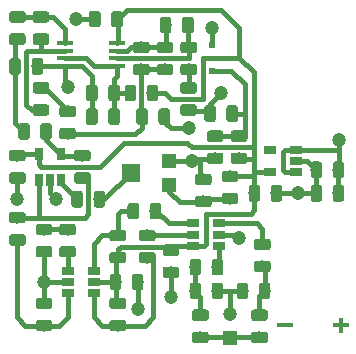
<source format=gtl>
G04 #@! TF.GenerationSoftware,KiCad,Pcbnew,5.1.4-e60b266~84~ubuntu18.04.1*
G04 #@! TF.CreationDate,2019-10-22T14:27:34+02:00*
G04 #@! TF.ProjectId,bug,6275672e-6b69-4636-9164-5f7063625858,rev?*
G04 #@! TF.SameCoordinates,PX2faf080PY2faf080*
G04 #@! TF.FileFunction,Copper,L1,Top*
G04 #@! TF.FilePolarity,Positive*
%FSLAX46Y46*%
G04 Gerber Fmt 4.6, Leading zero omitted, Abs format (unit mm)*
G04 Created by KiCad (PCBNEW 5.1.4-e60b266~84~ubuntu18.04.1) date 2019-10-22 14:27:34*
%MOMM*%
%LPD*%
G04 APERTURE LIST*
%ADD10R,1.200000X1.200000*%
%ADD11R,1.500000X1.600000*%
%ADD12R,1.270000X1.270000*%
%ADD13C,0.100000*%
%ADD14C,0.975000*%
%ADD15R,1.060000X0.650000*%
%ADD16R,0.650000X1.060000*%
%ADD17R,1.450000X0.450000*%
%ADD18R,0.500000X0.500000*%
%ADD19C,1.200000*%
%ADD20C,0.400000*%
%ADD21C,0.025400*%
G04 APERTURE END LIST*
D10*
X14350000Y-13500000D03*
D11*
X11100000Y-14500000D03*
D10*
X14350000Y-15500000D03*
D12*
X19500000Y-28500000D03*
D13*
G36*
X12480142Y-3401174D02*
G01*
X12503803Y-3404684D01*
X12527007Y-3410496D01*
X12549529Y-3418554D01*
X12571153Y-3428782D01*
X12591670Y-3441079D01*
X12610883Y-3455329D01*
X12628607Y-3471393D01*
X12644671Y-3489117D01*
X12658921Y-3508330D01*
X12671218Y-3528847D01*
X12681446Y-3550471D01*
X12689504Y-3572993D01*
X12695316Y-3596197D01*
X12698826Y-3619858D01*
X12700000Y-3643750D01*
X12700000Y-4131250D01*
X12698826Y-4155142D01*
X12695316Y-4178803D01*
X12689504Y-4202007D01*
X12681446Y-4224529D01*
X12671218Y-4246153D01*
X12658921Y-4266670D01*
X12644671Y-4285883D01*
X12628607Y-4303607D01*
X12610883Y-4319671D01*
X12591670Y-4333921D01*
X12571153Y-4346218D01*
X12549529Y-4356446D01*
X12527007Y-4364504D01*
X12503803Y-4370316D01*
X12480142Y-4373826D01*
X12456250Y-4375000D01*
X11543750Y-4375000D01*
X11519858Y-4373826D01*
X11496197Y-4370316D01*
X11472993Y-4364504D01*
X11450471Y-4356446D01*
X11428847Y-4346218D01*
X11408330Y-4333921D01*
X11389117Y-4319671D01*
X11371393Y-4303607D01*
X11355329Y-4285883D01*
X11341079Y-4266670D01*
X11328782Y-4246153D01*
X11318554Y-4224529D01*
X11310496Y-4202007D01*
X11304684Y-4178803D01*
X11301174Y-4155142D01*
X11300000Y-4131250D01*
X11300000Y-3643750D01*
X11301174Y-3619858D01*
X11304684Y-3596197D01*
X11310496Y-3572993D01*
X11318554Y-3550471D01*
X11328782Y-3528847D01*
X11341079Y-3508330D01*
X11355329Y-3489117D01*
X11371393Y-3471393D01*
X11389117Y-3455329D01*
X11408330Y-3441079D01*
X11428847Y-3428782D01*
X11450471Y-3418554D01*
X11472993Y-3410496D01*
X11496197Y-3404684D01*
X11519858Y-3401174D01*
X11543750Y-3400000D01*
X12456250Y-3400000D01*
X12480142Y-3401174D01*
X12480142Y-3401174D01*
G37*
D14*
X12000000Y-3887500D03*
D13*
G36*
X12480142Y-5276174D02*
G01*
X12503803Y-5279684D01*
X12527007Y-5285496D01*
X12549529Y-5293554D01*
X12571153Y-5303782D01*
X12591670Y-5316079D01*
X12610883Y-5330329D01*
X12628607Y-5346393D01*
X12644671Y-5364117D01*
X12658921Y-5383330D01*
X12671218Y-5403847D01*
X12681446Y-5425471D01*
X12689504Y-5447993D01*
X12695316Y-5471197D01*
X12698826Y-5494858D01*
X12700000Y-5518750D01*
X12700000Y-6006250D01*
X12698826Y-6030142D01*
X12695316Y-6053803D01*
X12689504Y-6077007D01*
X12681446Y-6099529D01*
X12671218Y-6121153D01*
X12658921Y-6141670D01*
X12644671Y-6160883D01*
X12628607Y-6178607D01*
X12610883Y-6194671D01*
X12591670Y-6208921D01*
X12571153Y-6221218D01*
X12549529Y-6231446D01*
X12527007Y-6239504D01*
X12503803Y-6245316D01*
X12480142Y-6248826D01*
X12456250Y-6250000D01*
X11543750Y-6250000D01*
X11519858Y-6248826D01*
X11496197Y-6245316D01*
X11472993Y-6239504D01*
X11450471Y-6231446D01*
X11428847Y-6221218D01*
X11408330Y-6208921D01*
X11389117Y-6194671D01*
X11371393Y-6178607D01*
X11355329Y-6160883D01*
X11341079Y-6141670D01*
X11328782Y-6121153D01*
X11318554Y-6099529D01*
X11310496Y-6077007D01*
X11304684Y-6053803D01*
X11301174Y-6030142D01*
X11300000Y-6006250D01*
X11300000Y-5518750D01*
X11301174Y-5494858D01*
X11304684Y-5471197D01*
X11310496Y-5447993D01*
X11318554Y-5425471D01*
X11328782Y-5403847D01*
X11341079Y-5383330D01*
X11355329Y-5364117D01*
X11371393Y-5346393D01*
X11389117Y-5330329D01*
X11408330Y-5316079D01*
X11428847Y-5303782D01*
X11450471Y-5293554D01*
X11472993Y-5285496D01*
X11496197Y-5279684D01*
X11519858Y-5276174D01*
X11543750Y-5275000D01*
X12456250Y-5275000D01*
X12480142Y-5276174D01*
X12480142Y-5276174D01*
G37*
D14*
X12000000Y-5762500D03*
D15*
X25100000Y-14450000D03*
X25100000Y-13500000D03*
X25100000Y-12550000D03*
X22900000Y-12550000D03*
X22900000Y-14450000D03*
X16400000Y-19750000D03*
X16400000Y-20700000D03*
X16400000Y-18800000D03*
X18600000Y-18800000D03*
X18600000Y-19750000D03*
X18600000Y-20700000D03*
X7950000Y-23750000D03*
X7950000Y-22800000D03*
X7950000Y-24700000D03*
X5750000Y-24700000D03*
X5750000Y-23750000D03*
X5750000Y-22800000D03*
D16*
X3300000Y-12900000D03*
X5200000Y-12900000D03*
X5200000Y-15100000D03*
X4250000Y-15100000D03*
X3300000Y-15100000D03*
D17*
X9950000Y-3525000D03*
X9950000Y-4175000D03*
X9950000Y-4825000D03*
X9950000Y-5475000D03*
X5550000Y-5475000D03*
X5550000Y-4825000D03*
X5550000Y-4175000D03*
X5550000Y-3525000D03*
D13*
G36*
X4230142Y-20701174D02*
G01*
X4253803Y-20704684D01*
X4277007Y-20710496D01*
X4299529Y-20718554D01*
X4321153Y-20728782D01*
X4341670Y-20741079D01*
X4360883Y-20755329D01*
X4378607Y-20771393D01*
X4394671Y-20789117D01*
X4408921Y-20808330D01*
X4421218Y-20828847D01*
X4431446Y-20850471D01*
X4439504Y-20872993D01*
X4445316Y-20896197D01*
X4448826Y-20919858D01*
X4450000Y-20943750D01*
X4450000Y-21431250D01*
X4448826Y-21455142D01*
X4445316Y-21478803D01*
X4439504Y-21502007D01*
X4431446Y-21524529D01*
X4421218Y-21546153D01*
X4408921Y-21566670D01*
X4394671Y-21585883D01*
X4378607Y-21603607D01*
X4360883Y-21619671D01*
X4341670Y-21633921D01*
X4321153Y-21646218D01*
X4299529Y-21656446D01*
X4277007Y-21664504D01*
X4253803Y-21670316D01*
X4230142Y-21673826D01*
X4206250Y-21675000D01*
X3293750Y-21675000D01*
X3269858Y-21673826D01*
X3246197Y-21670316D01*
X3222993Y-21664504D01*
X3200471Y-21656446D01*
X3178847Y-21646218D01*
X3158330Y-21633921D01*
X3139117Y-21619671D01*
X3121393Y-21603607D01*
X3105329Y-21585883D01*
X3091079Y-21566670D01*
X3078782Y-21546153D01*
X3068554Y-21524529D01*
X3060496Y-21502007D01*
X3054684Y-21478803D01*
X3051174Y-21455142D01*
X3050000Y-21431250D01*
X3050000Y-20943750D01*
X3051174Y-20919858D01*
X3054684Y-20896197D01*
X3060496Y-20872993D01*
X3068554Y-20850471D01*
X3078782Y-20828847D01*
X3091079Y-20808330D01*
X3105329Y-20789117D01*
X3121393Y-20771393D01*
X3139117Y-20755329D01*
X3158330Y-20741079D01*
X3178847Y-20728782D01*
X3200471Y-20718554D01*
X3222993Y-20710496D01*
X3246197Y-20704684D01*
X3269858Y-20701174D01*
X3293750Y-20700000D01*
X4206250Y-20700000D01*
X4230142Y-20701174D01*
X4230142Y-20701174D01*
G37*
D14*
X3750000Y-21187500D03*
D13*
G36*
X4230142Y-18826174D02*
G01*
X4253803Y-18829684D01*
X4277007Y-18835496D01*
X4299529Y-18843554D01*
X4321153Y-18853782D01*
X4341670Y-18866079D01*
X4360883Y-18880329D01*
X4378607Y-18896393D01*
X4394671Y-18914117D01*
X4408921Y-18933330D01*
X4421218Y-18953847D01*
X4431446Y-18975471D01*
X4439504Y-18997993D01*
X4445316Y-19021197D01*
X4448826Y-19044858D01*
X4450000Y-19068750D01*
X4450000Y-19556250D01*
X4448826Y-19580142D01*
X4445316Y-19603803D01*
X4439504Y-19627007D01*
X4431446Y-19649529D01*
X4421218Y-19671153D01*
X4408921Y-19691670D01*
X4394671Y-19710883D01*
X4378607Y-19728607D01*
X4360883Y-19744671D01*
X4341670Y-19758921D01*
X4321153Y-19771218D01*
X4299529Y-19781446D01*
X4277007Y-19789504D01*
X4253803Y-19795316D01*
X4230142Y-19798826D01*
X4206250Y-19800000D01*
X3293750Y-19800000D01*
X3269858Y-19798826D01*
X3246197Y-19795316D01*
X3222993Y-19789504D01*
X3200471Y-19781446D01*
X3178847Y-19771218D01*
X3158330Y-19758921D01*
X3139117Y-19744671D01*
X3121393Y-19728607D01*
X3105329Y-19710883D01*
X3091079Y-19691670D01*
X3078782Y-19671153D01*
X3068554Y-19649529D01*
X3060496Y-19627007D01*
X3054684Y-19603803D01*
X3051174Y-19580142D01*
X3050000Y-19556250D01*
X3050000Y-19068750D01*
X3051174Y-19044858D01*
X3054684Y-19021197D01*
X3060496Y-18997993D01*
X3068554Y-18975471D01*
X3078782Y-18953847D01*
X3091079Y-18933330D01*
X3105329Y-18914117D01*
X3121393Y-18896393D01*
X3139117Y-18880329D01*
X3158330Y-18866079D01*
X3178847Y-18853782D01*
X3200471Y-18843554D01*
X3222993Y-18835496D01*
X3246197Y-18829684D01*
X3269858Y-18826174D01*
X3293750Y-18825000D01*
X4206250Y-18825000D01*
X4230142Y-18826174D01*
X4230142Y-18826174D01*
G37*
D14*
X3750000Y-19312500D03*
D13*
G36*
X20730142Y-10926174D02*
G01*
X20753803Y-10929684D01*
X20777007Y-10935496D01*
X20799529Y-10943554D01*
X20821153Y-10953782D01*
X20841670Y-10966079D01*
X20860883Y-10980329D01*
X20878607Y-10996393D01*
X20894671Y-11014117D01*
X20908921Y-11033330D01*
X20921218Y-11053847D01*
X20931446Y-11075471D01*
X20939504Y-11097993D01*
X20945316Y-11121197D01*
X20948826Y-11144858D01*
X20950000Y-11168750D01*
X20950000Y-11656250D01*
X20948826Y-11680142D01*
X20945316Y-11703803D01*
X20939504Y-11727007D01*
X20931446Y-11749529D01*
X20921218Y-11771153D01*
X20908921Y-11791670D01*
X20894671Y-11810883D01*
X20878607Y-11828607D01*
X20860883Y-11844671D01*
X20841670Y-11858921D01*
X20821153Y-11871218D01*
X20799529Y-11881446D01*
X20777007Y-11889504D01*
X20753803Y-11895316D01*
X20730142Y-11898826D01*
X20706250Y-11900000D01*
X19793750Y-11900000D01*
X19769858Y-11898826D01*
X19746197Y-11895316D01*
X19722993Y-11889504D01*
X19700471Y-11881446D01*
X19678847Y-11871218D01*
X19658330Y-11858921D01*
X19639117Y-11844671D01*
X19621393Y-11828607D01*
X19605329Y-11810883D01*
X19591079Y-11791670D01*
X19578782Y-11771153D01*
X19568554Y-11749529D01*
X19560496Y-11727007D01*
X19554684Y-11703803D01*
X19551174Y-11680142D01*
X19550000Y-11656250D01*
X19550000Y-11168750D01*
X19551174Y-11144858D01*
X19554684Y-11121197D01*
X19560496Y-11097993D01*
X19568554Y-11075471D01*
X19578782Y-11053847D01*
X19591079Y-11033330D01*
X19605329Y-11014117D01*
X19621393Y-10996393D01*
X19639117Y-10980329D01*
X19658330Y-10966079D01*
X19678847Y-10953782D01*
X19700471Y-10943554D01*
X19722993Y-10935496D01*
X19746197Y-10929684D01*
X19769858Y-10926174D01*
X19793750Y-10925000D01*
X20706250Y-10925000D01*
X20730142Y-10926174D01*
X20730142Y-10926174D01*
G37*
D14*
X20250000Y-11412500D03*
D13*
G36*
X20730142Y-12801174D02*
G01*
X20753803Y-12804684D01*
X20777007Y-12810496D01*
X20799529Y-12818554D01*
X20821153Y-12828782D01*
X20841670Y-12841079D01*
X20860883Y-12855329D01*
X20878607Y-12871393D01*
X20894671Y-12889117D01*
X20908921Y-12908330D01*
X20921218Y-12928847D01*
X20931446Y-12950471D01*
X20939504Y-12972993D01*
X20945316Y-12996197D01*
X20948826Y-13019858D01*
X20950000Y-13043750D01*
X20950000Y-13531250D01*
X20948826Y-13555142D01*
X20945316Y-13578803D01*
X20939504Y-13602007D01*
X20931446Y-13624529D01*
X20921218Y-13646153D01*
X20908921Y-13666670D01*
X20894671Y-13685883D01*
X20878607Y-13703607D01*
X20860883Y-13719671D01*
X20841670Y-13733921D01*
X20821153Y-13746218D01*
X20799529Y-13756446D01*
X20777007Y-13764504D01*
X20753803Y-13770316D01*
X20730142Y-13773826D01*
X20706250Y-13775000D01*
X19793750Y-13775000D01*
X19769858Y-13773826D01*
X19746197Y-13770316D01*
X19722993Y-13764504D01*
X19700471Y-13756446D01*
X19678847Y-13746218D01*
X19658330Y-13733921D01*
X19639117Y-13719671D01*
X19621393Y-13703607D01*
X19605329Y-13685883D01*
X19591079Y-13666670D01*
X19578782Y-13646153D01*
X19568554Y-13624529D01*
X19560496Y-13602007D01*
X19554684Y-13578803D01*
X19551174Y-13555142D01*
X19550000Y-13531250D01*
X19550000Y-13043750D01*
X19551174Y-13019858D01*
X19554684Y-12996197D01*
X19560496Y-12972993D01*
X19568554Y-12950471D01*
X19578782Y-12928847D01*
X19591079Y-12908330D01*
X19605329Y-12889117D01*
X19621393Y-12871393D01*
X19639117Y-12855329D01*
X19658330Y-12841079D01*
X19678847Y-12828782D01*
X19700471Y-12818554D01*
X19722993Y-12810496D01*
X19746197Y-12804684D01*
X19769858Y-12801174D01*
X19793750Y-12800000D01*
X20706250Y-12800000D01*
X20730142Y-12801174D01*
X20730142Y-12801174D01*
G37*
D14*
X20250000Y-13287500D03*
D13*
G36*
X8705142Y-16051174D02*
G01*
X8728803Y-16054684D01*
X8752007Y-16060496D01*
X8774529Y-16068554D01*
X8796153Y-16078782D01*
X8816670Y-16091079D01*
X8835883Y-16105329D01*
X8853607Y-16121393D01*
X8869671Y-16139117D01*
X8883921Y-16158330D01*
X8896218Y-16178847D01*
X8906446Y-16200471D01*
X8914504Y-16222993D01*
X8920316Y-16246197D01*
X8923826Y-16269858D01*
X8925000Y-16293750D01*
X8925000Y-17206250D01*
X8923826Y-17230142D01*
X8920316Y-17253803D01*
X8914504Y-17277007D01*
X8906446Y-17299529D01*
X8896218Y-17321153D01*
X8883921Y-17341670D01*
X8869671Y-17360883D01*
X8853607Y-17378607D01*
X8835883Y-17394671D01*
X8816670Y-17408921D01*
X8796153Y-17421218D01*
X8774529Y-17431446D01*
X8752007Y-17439504D01*
X8728803Y-17445316D01*
X8705142Y-17448826D01*
X8681250Y-17450000D01*
X8193750Y-17450000D01*
X8169858Y-17448826D01*
X8146197Y-17445316D01*
X8122993Y-17439504D01*
X8100471Y-17431446D01*
X8078847Y-17421218D01*
X8058330Y-17408921D01*
X8039117Y-17394671D01*
X8021393Y-17378607D01*
X8005329Y-17360883D01*
X7991079Y-17341670D01*
X7978782Y-17321153D01*
X7968554Y-17299529D01*
X7960496Y-17277007D01*
X7954684Y-17253803D01*
X7951174Y-17230142D01*
X7950000Y-17206250D01*
X7950000Y-16293750D01*
X7951174Y-16269858D01*
X7954684Y-16246197D01*
X7960496Y-16222993D01*
X7968554Y-16200471D01*
X7978782Y-16178847D01*
X7991079Y-16158330D01*
X8005329Y-16139117D01*
X8021393Y-16121393D01*
X8039117Y-16105329D01*
X8058330Y-16091079D01*
X8078847Y-16078782D01*
X8100471Y-16068554D01*
X8122993Y-16060496D01*
X8146197Y-16054684D01*
X8169858Y-16051174D01*
X8193750Y-16050000D01*
X8681250Y-16050000D01*
X8705142Y-16051174D01*
X8705142Y-16051174D01*
G37*
D14*
X8437500Y-16750000D03*
D13*
G36*
X6830142Y-16051174D02*
G01*
X6853803Y-16054684D01*
X6877007Y-16060496D01*
X6899529Y-16068554D01*
X6921153Y-16078782D01*
X6941670Y-16091079D01*
X6960883Y-16105329D01*
X6978607Y-16121393D01*
X6994671Y-16139117D01*
X7008921Y-16158330D01*
X7021218Y-16178847D01*
X7031446Y-16200471D01*
X7039504Y-16222993D01*
X7045316Y-16246197D01*
X7048826Y-16269858D01*
X7050000Y-16293750D01*
X7050000Y-17206250D01*
X7048826Y-17230142D01*
X7045316Y-17253803D01*
X7039504Y-17277007D01*
X7031446Y-17299529D01*
X7021218Y-17321153D01*
X7008921Y-17341670D01*
X6994671Y-17360883D01*
X6978607Y-17378607D01*
X6960883Y-17394671D01*
X6941670Y-17408921D01*
X6921153Y-17421218D01*
X6899529Y-17431446D01*
X6877007Y-17439504D01*
X6853803Y-17445316D01*
X6830142Y-17448826D01*
X6806250Y-17450000D01*
X6318750Y-17450000D01*
X6294858Y-17448826D01*
X6271197Y-17445316D01*
X6247993Y-17439504D01*
X6225471Y-17431446D01*
X6203847Y-17421218D01*
X6183330Y-17408921D01*
X6164117Y-17394671D01*
X6146393Y-17378607D01*
X6130329Y-17360883D01*
X6116079Y-17341670D01*
X6103782Y-17321153D01*
X6093554Y-17299529D01*
X6085496Y-17277007D01*
X6079684Y-17253803D01*
X6076174Y-17230142D01*
X6075000Y-17206250D01*
X6075000Y-16293750D01*
X6076174Y-16269858D01*
X6079684Y-16246197D01*
X6085496Y-16222993D01*
X6093554Y-16200471D01*
X6103782Y-16178847D01*
X6116079Y-16158330D01*
X6130329Y-16139117D01*
X6146393Y-16121393D01*
X6164117Y-16105329D01*
X6183330Y-16091079D01*
X6203847Y-16078782D01*
X6225471Y-16068554D01*
X6247993Y-16060496D01*
X6271197Y-16054684D01*
X6294858Y-16051174D01*
X6318750Y-16050000D01*
X6806250Y-16050000D01*
X6830142Y-16051174D01*
X6830142Y-16051174D01*
G37*
D14*
X6562500Y-16750000D03*
D13*
G36*
X1980142Y-17826174D02*
G01*
X2003803Y-17829684D01*
X2027007Y-17835496D01*
X2049529Y-17843554D01*
X2071153Y-17853782D01*
X2091670Y-17866079D01*
X2110883Y-17880329D01*
X2128607Y-17896393D01*
X2144671Y-17914117D01*
X2158921Y-17933330D01*
X2171218Y-17953847D01*
X2181446Y-17975471D01*
X2189504Y-17997993D01*
X2195316Y-18021197D01*
X2198826Y-18044858D01*
X2200000Y-18068750D01*
X2200000Y-18556250D01*
X2198826Y-18580142D01*
X2195316Y-18603803D01*
X2189504Y-18627007D01*
X2181446Y-18649529D01*
X2171218Y-18671153D01*
X2158921Y-18691670D01*
X2144671Y-18710883D01*
X2128607Y-18728607D01*
X2110883Y-18744671D01*
X2091670Y-18758921D01*
X2071153Y-18771218D01*
X2049529Y-18781446D01*
X2027007Y-18789504D01*
X2003803Y-18795316D01*
X1980142Y-18798826D01*
X1956250Y-18800000D01*
X1043750Y-18800000D01*
X1019858Y-18798826D01*
X996197Y-18795316D01*
X972993Y-18789504D01*
X950471Y-18781446D01*
X928847Y-18771218D01*
X908330Y-18758921D01*
X889117Y-18744671D01*
X871393Y-18728607D01*
X855329Y-18710883D01*
X841079Y-18691670D01*
X828782Y-18671153D01*
X818554Y-18649529D01*
X810496Y-18627007D01*
X804684Y-18603803D01*
X801174Y-18580142D01*
X800000Y-18556250D01*
X800000Y-18068750D01*
X801174Y-18044858D01*
X804684Y-18021197D01*
X810496Y-17997993D01*
X818554Y-17975471D01*
X828782Y-17953847D01*
X841079Y-17933330D01*
X855329Y-17914117D01*
X871393Y-17896393D01*
X889117Y-17880329D01*
X908330Y-17866079D01*
X928847Y-17853782D01*
X950471Y-17843554D01*
X972993Y-17835496D01*
X996197Y-17829684D01*
X1019858Y-17826174D01*
X1043750Y-17825000D01*
X1956250Y-17825000D01*
X1980142Y-17826174D01*
X1980142Y-17826174D01*
G37*
D14*
X1500000Y-18312500D03*
D13*
G36*
X1980142Y-19701174D02*
G01*
X2003803Y-19704684D01*
X2027007Y-19710496D01*
X2049529Y-19718554D01*
X2071153Y-19728782D01*
X2091670Y-19741079D01*
X2110883Y-19755329D01*
X2128607Y-19771393D01*
X2144671Y-19789117D01*
X2158921Y-19808330D01*
X2171218Y-19828847D01*
X2181446Y-19850471D01*
X2189504Y-19872993D01*
X2195316Y-19896197D01*
X2198826Y-19919858D01*
X2200000Y-19943750D01*
X2200000Y-20431250D01*
X2198826Y-20455142D01*
X2195316Y-20478803D01*
X2189504Y-20502007D01*
X2181446Y-20524529D01*
X2171218Y-20546153D01*
X2158921Y-20566670D01*
X2144671Y-20585883D01*
X2128607Y-20603607D01*
X2110883Y-20619671D01*
X2091670Y-20633921D01*
X2071153Y-20646218D01*
X2049529Y-20656446D01*
X2027007Y-20664504D01*
X2003803Y-20670316D01*
X1980142Y-20673826D01*
X1956250Y-20675000D01*
X1043750Y-20675000D01*
X1019858Y-20673826D01*
X996197Y-20670316D01*
X972993Y-20664504D01*
X950471Y-20656446D01*
X928847Y-20646218D01*
X908330Y-20633921D01*
X889117Y-20619671D01*
X871393Y-20603607D01*
X855329Y-20585883D01*
X841079Y-20566670D01*
X828782Y-20546153D01*
X818554Y-20524529D01*
X810496Y-20502007D01*
X804684Y-20478803D01*
X801174Y-20455142D01*
X800000Y-20431250D01*
X800000Y-19943750D01*
X801174Y-19919858D01*
X804684Y-19896197D01*
X810496Y-19872993D01*
X818554Y-19850471D01*
X828782Y-19828847D01*
X841079Y-19808330D01*
X855329Y-19789117D01*
X871393Y-19771393D01*
X889117Y-19755329D01*
X908330Y-19741079D01*
X928847Y-19728782D01*
X950471Y-19718554D01*
X972993Y-19710496D01*
X996197Y-19704684D01*
X1019858Y-19701174D01*
X1043750Y-19700000D01*
X1956250Y-19700000D01*
X1980142Y-19701174D01*
X1980142Y-19701174D01*
G37*
D14*
X1500000Y-20187500D03*
D13*
G36*
X7480142Y-12576174D02*
G01*
X7503803Y-12579684D01*
X7527007Y-12585496D01*
X7549529Y-12593554D01*
X7571153Y-12603782D01*
X7591670Y-12616079D01*
X7610883Y-12630329D01*
X7628607Y-12646393D01*
X7644671Y-12664117D01*
X7658921Y-12683330D01*
X7671218Y-12703847D01*
X7681446Y-12725471D01*
X7689504Y-12747993D01*
X7695316Y-12771197D01*
X7698826Y-12794858D01*
X7700000Y-12818750D01*
X7700000Y-13306250D01*
X7698826Y-13330142D01*
X7695316Y-13353803D01*
X7689504Y-13377007D01*
X7681446Y-13399529D01*
X7671218Y-13421153D01*
X7658921Y-13441670D01*
X7644671Y-13460883D01*
X7628607Y-13478607D01*
X7610883Y-13494671D01*
X7591670Y-13508921D01*
X7571153Y-13521218D01*
X7549529Y-13531446D01*
X7527007Y-13539504D01*
X7503803Y-13545316D01*
X7480142Y-13548826D01*
X7456250Y-13550000D01*
X6543750Y-13550000D01*
X6519858Y-13548826D01*
X6496197Y-13545316D01*
X6472993Y-13539504D01*
X6450471Y-13531446D01*
X6428847Y-13521218D01*
X6408330Y-13508921D01*
X6389117Y-13494671D01*
X6371393Y-13478607D01*
X6355329Y-13460883D01*
X6341079Y-13441670D01*
X6328782Y-13421153D01*
X6318554Y-13399529D01*
X6310496Y-13377007D01*
X6304684Y-13353803D01*
X6301174Y-13330142D01*
X6300000Y-13306250D01*
X6300000Y-12818750D01*
X6301174Y-12794858D01*
X6304684Y-12771197D01*
X6310496Y-12747993D01*
X6318554Y-12725471D01*
X6328782Y-12703847D01*
X6341079Y-12683330D01*
X6355329Y-12664117D01*
X6371393Y-12646393D01*
X6389117Y-12630329D01*
X6408330Y-12616079D01*
X6428847Y-12603782D01*
X6450471Y-12593554D01*
X6472993Y-12585496D01*
X6496197Y-12579684D01*
X6519858Y-12576174D01*
X6543750Y-12575000D01*
X7456250Y-12575000D01*
X7480142Y-12576174D01*
X7480142Y-12576174D01*
G37*
D14*
X7000000Y-13062500D03*
D13*
G36*
X7480142Y-14451174D02*
G01*
X7503803Y-14454684D01*
X7527007Y-14460496D01*
X7549529Y-14468554D01*
X7571153Y-14478782D01*
X7591670Y-14491079D01*
X7610883Y-14505329D01*
X7628607Y-14521393D01*
X7644671Y-14539117D01*
X7658921Y-14558330D01*
X7671218Y-14578847D01*
X7681446Y-14600471D01*
X7689504Y-14622993D01*
X7695316Y-14646197D01*
X7698826Y-14669858D01*
X7700000Y-14693750D01*
X7700000Y-15181250D01*
X7698826Y-15205142D01*
X7695316Y-15228803D01*
X7689504Y-15252007D01*
X7681446Y-15274529D01*
X7671218Y-15296153D01*
X7658921Y-15316670D01*
X7644671Y-15335883D01*
X7628607Y-15353607D01*
X7610883Y-15369671D01*
X7591670Y-15383921D01*
X7571153Y-15396218D01*
X7549529Y-15406446D01*
X7527007Y-15414504D01*
X7503803Y-15420316D01*
X7480142Y-15423826D01*
X7456250Y-15425000D01*
X6543750Y-15425000D01*
X6519858Y-15423826D01*
X6496197Y-15420316D01*
X6472993Y-15414504D01*
X6450471Y-15406446D01*
X6428847Y-15396218D01*
X6408330Y-15383921D01*
X6389117Y-15369671D01*
X6371393Y-15353607D01*
X6355329Y-15335883D01*
X6341079Y-15316670D01*
X6328782Y-15296153D01*
X6318554Y-15274529D01*
X6310496Y-15252007D01*
X6304684Y-15228803D01*
X6301174Y-15205142D01*
X6300000Y-15181250D01*
X6300000Y-14693750D01*
X6301174Y-14669858D01*
X6304684Y-14646197D01*
X6310496Y-14622993D01*
X6318554Y-14600471D01*
X6328782Y-14578847D01*
X6341079Y-14558330D01*
X6355329Y-14539117D01*
X6371393Y-14521393D01*
X6389117Y-14505329D01*
X6408330Y-14491079D01*
X6428847Y-14478782D01*
X6450471Y-14468554D01*
X6472993Y-14460496D01*
X6496197Y-14454684D01*
X6519858Y-14451174D01*
X6543750Y-14450000D01*
X7456250Y-14450000D01*
X7480142Y-14451174D01*
X7480142Y-14451174D01*
G37*
D14*
X7000000Y-14937500D03*
D13*
G36*
X2330142Y-10301174D02*
G01*
X2353803Y-10304684D01*
X2377007Y-10310496D01*
X2399529Y-10318554D01*
X2421153Y-10328782D01*
X2441670Y-10341079D01*
X2460883Y-10355329D01*
X2478607Y-10371393D01*
X2494671Y-10389117D01*
X2508921Y-10408330D01*
X2521218Y-10428847D01*
X2531446Y-10450471D01*
X2539504Y-10472993D01*
X2545316Y-10496197D01*
X2548826Y-10519858D01*
X2550000Y-10543750D01*
X2550000Y-11456250D01*
X2548826Y-11480142D01*
X2545316Y-11503803D01*
X2539504Y-11527007D01*
X2531446Y-11549529D01*
X2521218Y-11571153D01*
X2508921Y-11591670D01*
X2494671Y-11610883D01*
X2478607Y-11628607D01*
X2460883Y-11644671D01*
X2441670Y-11658921D01*
X2421153Y-11671218D01*
X2399529Y-11681446D01*
X2377007Y-11689504D01*
X2353803Y-11695316D01*
X2330142Y-11698826D01*
X2306250Y-11700000D01*
X1818750Y-11700000D01*
X1794858Y-11698826D01*
X1771197Y-11695316D01*
X1747993Y-11689504D01*
X1725471Y-11681446D01*
X1703847Y-11671218D01*
X1683330Y-11658921D01*
X1664117Y-11644671D01*
X1646393Y-11628607D01*
X1630329Y-11610883D01*
X1616079Y-11591670D01*
X1603782Y-11571153D01*
X1593554Y-11549529D01*
X1585496Y-11527007D01*
X1579684Y-11503803D01*
X1576174Y-11480142D01*
X1575000Y-11456250D01*
X1575000Y-10543750D01*
X1576174Y-10519858D01*
X1579684Y-10496197D01*
X1585496Y-10472993D01*
X1593554Y-10450471D01*
X1603782Y-10428847D01*
X1616079Y-10408330D01*
X1630329Y-10389117D01*
X1646393Y-10371393D01*
X1664117Y-10355329D01*
X1683330Y-10341079D01*
X1703847Y-10328782D01*
X1725471Y-10318554D01*
X1747993Y-10310496D01*
X1771197Y-10304684D01*
X1794858Y-10301174D01*
X1818750Y-10300000D01*
X2306250Y-10300000D01*
X2330142Y-10301174D01*
X2330142Y-10301174D01*
G37*
D14*
X2062500Y-11000000D03*
D13*
G36*
X4205142Y-10301174D02*
G01*
X4228803Y-10304684D01*
X4252007Y-10310496D01*
X4274529Y-10318554D01*
X4296153Y-10328782D01*
X4316670Y-10341079D01*
X4335883Y-10355329D01*
X4353607Y-10371393D01*
X4369671Y-10389117D01*
X4383921Y-10408330D01*
X4396218Y-10428847D01*
X4406446Y-10450471D01*
X4414504Y-10472993D01*
X4420316Y-10496197D01*
X4423826Y-10519858D01*
X4425000Y-10543750D01*
X4425000Y-11456250D01*
X4423826Y-11480142D01*
X4420316Y-11503803D01*
X4414504Y-11527007D01*
X4406446Y-11549529D01*
X4396218Y-11571153D01*
X4383921Y-11591670D01*
X4369671Y-11610883D01*
X4353607Y-11628607D01*
X4335883Y-11644671D01*
X4316670Y-11658921D01*
X4296153Y-11671218D01*
X4274529Y-11681446D01*
X4252007Y-11689504D01*
X4228803Y-11695316D01*
X4205142Y-11698826D01*
X4181250Y-11700000D01*
X3693750Y-11700000D01*
X3669858Y-11698826D01*
X3646197Y-11695316D01*
X3622993Y-11689504D01*
X3600471Y-11681446D01*
X3578847Y-11671218D01*
X3558330Y-11658921D01*
X3539117Y-11644671D01*
X3521393Y-11628607D01*
X3505329Y-11610883D01*
X3491079Y-11591670D01*
X3478782Y-11571153D01*
X3468554Y-11549529D01*
X3460496Y-11527007D01*
X3454684Y-11503803D01*
X3451174Y-11480142D01*
X3450000Y-11456250D01*
X3450000Y-10543750D01*
X3451174Y-10519858D01*
X3454684Y-10496197D01*
X3460496Y-10472993D01*
X3468554Y-10450471D01*
X3478782Y-10428847D01*
X3491079Y-10408330D01*
X3505329Y-10389117D01*
X3521393Y-10371393D01*
X3539117Y-10355329D01*
X3558330Y-10341079D01*
X3578847Y-10328782D01*
X3600471Y-10318554D01*
X3622993Y-10310496D01*
X3646197Y-10304684D01*
X3669858Y-10301174D01*
X3693750Y-10300000D01*
X4181250Y-10300000D01*
X4205142Y-10301174D01*
X4205142Y-10301174D01*
G37*
D14*
X3937500Y-11000000D03*
D13*
G36*
X19980142Y-16201174D02*
G01*
X20003803Y-16204684D01*
X20027007Y-16210496D01*
X20049529Y-16218554D01*
X20071153Y-16228782D01*
X20091670Y-16241079D01*
X20110883Y-16255329D01*
X20128607Y-16271393D01*
X20144671Y-16289117D01*
X20158921Y-16308330D01*
X20171218Y-16328847D01*
X20181446Y-16350471D01*
X20189504Y-16372993D01*
X20195316Y-16396197D01*
X20198826Y-16419858D01*
X20200000Y-16443750D01*
X20200000Y-16931250D01*
X20198826Y-16955142D01*
X20195316Y-16978803D01*
X20189504Y-17002007D01*
X20181446Y-17024529D01*
X20171218Y-17046153D01*
X20158921Y-17066670D01*
X20144671Y-17085883D01*
X20128607Y-17103607D01*
X20110883Y-17119671D01*
X20091670Y-17133921D01*
X20071153Y-17146218D01*
X20049529Y-17156446D01*
X20027007Y-17164504D01*
X20003803Y-17170316D01*
X19980142Y-17173826D01*
X19956250Y-17175000D01*
X19043750Y-17175000D01*
X19019858Y-17173826D01*
X18996197Y-17170316D01*
X18972993Y-17164504D01*
X18950471Y-17156446D01*
X18928847Y-17146218D01*
X18908330Y-17133921D01*
X18889117Y-17119671D01*
X18871393Y-17103607D01*
X18855329Y-17085883D01*
X18841079Y-17066670D01*
X18828782Y-17046153D01*
X18818554Y-17024529D01*
X18810496Y-17002007D01*
X18804684Y-16978803D01*
X18801174Y-16955142D01*
X18800000Y-16931250D01*
X18800000Y-16443750D01*
X18801174Y-16419858D01*
X18804684Y-16396197D01*
X18810496Y-16372993D01*
X18818554Y-16350471D01*
X18828782Y-16328847D01*
X18841079Y-16308330D01*
X18855329Y-16289117D01*
X18871393Y-16271393D01*
X18889117Y-16255329D01*
X18908330Y-16241079D01*
X18928847Y-16228782D01*
X18950471Y-16218554D01*
X18972993Y-16210496D01*
X18996197Y-16204684D01*
X19019858Y-16201174D01*
X19043750Y-16200000D01*
X19956250Y-16200000D01*
X19980142Y-16201174D01*
X19980142Y-16201174D01*
G37*
D14*
X19500000Y-16687500D03*
D13*
G36*
X19980142Y-14326174D02*
G01*
X20003803Y-14329684D01*
X20027007Y-14335496D01*
X20049529Y-14343554D01*
X20071153Y-14353782D01*
X20091670Y-14366079D01*
X20110883Y-14380329D01*
X20128607Y-14396393D01*
X20144671Y-14414117D01*
X20158921Y-14433330D01*
X20171218Y-14453847D01*
X20181446Y-14475471D01*
X20189504Y-14497993D01*
X20195316Y-14521197D01*
X20198826Y-14544858D01*
X20200000Y-14568750D01*
X20200000Y-15056250D01*
X20198826Y-15080142D01*
X20195316Y-15103803D01*
X20189504Y-15127007D01*
X20181446Y-15149529D01*
X20171218Y-15171153D01*
X20158921Y-15191670D01*
X20144671Y-15210883D01*
X20128607Y-15228607D01*
X20110883Y-15244671D01*
X20091670Y-15258921D01*
X20071153Y-15271218D01*
X20049529Y-15281446D01*
X20027007Y-15289504D01*
X20003803Y-15295316D01*
X19980142Y-15298826D01*
X19956250Y-15300000D01*
X19043750Y-15300000D01*
X19019858Y-15298826D01*
X18996197Y-15295316D01*
X18972993Y-15289504D01*
X18950471Y-15281446D01*
X18928847Y-15271218D01*
X18908330Y-15258921D01*
X18889117Y-15244671D01*
X18871393Y-15228607D01*
X18855329Y-15210883D01*
X18841079Y-15191670D01*
X18828782Y-15171153D01*
X18818554Y-15149529D01*
X18810496Y-15127007D01*
X18804684Y-15103803D01*
X18801174Y-15080142D01*
X18800000Y-15056250D01*
X18800000Y-14568750D01*
X18801174Y-14544858D01*
X18804684Y-14521197D01*
X18810496Y-14497993D01*
X18818554Y-14475471D01*
X18828782Y-14453847D01*
X18841079Y-14433330D01*
X18855329Y-14414117D01*
X18871393Y-14396393D01*
X18889117Y-14380329D01*
X18908330Y-14366079D01*
X18928847Y-14353782D01*
X18950471Y-14343554D01*
X18972993Y-14335496D01*
X18996197Y-14329684D01*
X19019858Y-14326174D01*
X19043750Y-14325000D01*
X19956250Y-14325000D01*
X19980142Y-14326174D01*
X19980142Y-14326174D01*
G37*
D14*
X19500000Y-14812500D03*
D13*
G36*
X3980142Y-2701174D02*
G01*
X4003803Y-2704684D01*
X4027007Y-2710496D01*
X4049529Y-2718554D01*
X4071153Y-2728782D01*
X4091670Y-2741079D01*
X4110883Y-2755329D01*
X4128607Y-2771393D01*
X4144671Y-2789117D01*
X4158921Y-2808330D01*
X4171218Y-2828847D01*
X4181446Y-2850471D01*
X4189504Y-2872993D01*
X4195316Y-2896197D01*
X4198826Y-2919858D01*
X4200000Y-2943750D01*
X4200000Y-3431250D01*
X4198826Y-3455142D01*
X4195316Y-3478803D01*
X4189504Y-3502007D01*
X4181446Y-3524529D01*
X4171218Y-3546153D01*
X4158921Y-3566670D01*
X4144671Y-3585883D01*
X4128607Y-3603607D01*
X4110883Y-3619671D01*
X4091670Y-3633921D01*
X4071153Y-3646218D01*
X4049529Y-3656446D01*
X4027007Y-3664504D01*
X4003803Y-3670316D01*
X3980142Y-3673826D01*
X3956250Y-3675000D01*
X3043750Y-3675000D01*
X3019858Y-3673826D01*
X2996197Y-3670316D01*
X2972993Y-3664504D01*
X2950471Y-3656446D01*
X2928847Y-3646218D01*
X2908330Y-3633921D01*
X2889117Y-3619671D01*
X2871393Y-3603607D01*
X2855329Y-3585883D01*
X2841079Y-3566670D01*
X2828782Y-3546153D01*
X2818554Y-3524529D01*
X2810496Y-3502007D01*
X2804684Y-3478803D01*
X2801174Y-3455142D01*
X2800000Y-3431250D01*
X2800000Y-2943750D01*
X2801174Y-2919858D01*
X2804684Y-2896197D01*
X2810496Y-2872993D01*
X2818554Y-2850471D01*
X2828782Y-2828847D01*
X2841079Y-2808330D01*
X2855329Y-2789117D01*
X2871393Y-2771393D01*
X2889117Y-2755329D01*
X2908330Y-2741079D01*
X2928847Y-2728782D01*
X2950471Y-2718554D01*
X2972993Y-2710496D01*
X2996197Y-2704684D01*
X3019858Y-2701174D01*
X3043750Y-2700000D01*
X3956250Y-2700000D01*
X3980142Y-2701174D01*
X3980142Y-2701174D01*
G37*
D14*
X3500000Y-3187500D03*
D13*
G36*
X3980142Y-826174D02*
G01*
X4003803Y-829684D01*
X4027007Y-835496D01*
X4049529Y-843554D01*
X4071153Y-853782D01*
X4091670Y-866079D01*
X4110883Y-880329D01*
X4128607Y-896393D01*
X4144671Y-914117D01*
X4158921Y-933330D01*
X4171218Y-953847D01*
X4181446Y-975471D01*
X4189504Y-997993D01*
X4195316Y-1021197D01*
X4198826Y-1044858D01*
X4200000Y-1068750D01*
X4200000Y-1556250D01*
X4198826Y-1580142D01*
X4195316Y-1603803D01*
X4189504Y-1627007D01*
X4181446Y-1649529D01*
X4171218Y-1671153D01*
X4158921Y-1691670D01*
X4144671Y-1710883D01*
X4128607Y-1728607D01*
X4110883Y-1744671D01*
X4091670Y-1758921D01*
X4071153Y-1771218D01*
X4049529Y-1781446D01*
X4027007Y-1789504D01*
X4003803Y-1795316D01*
X3980142Y-1798826D01*
X3956250Y-1800000D01*
X3043750Y-1800000D01*
X3019858Y-1798826D01*
X2996197Y-1795316D01*
X2972993Y-1789504D01*
X2950471Y-1781446D01*
X2928847Y-1771218D01*
X2908330Y-1758921D01*
X2889117Y-1744671D01*
X2871393Y-1728607D01*
X2855329Y-1710883D01*
X2841079Y-1691670D01*
X2828782Y-1671153D01*
X2818554Y-1649529D01*
X2810496Y-1627007D01*
X2804684Y-1603803D01*
X2801174Y-1580142D01*
X2800000Y-1556250D01*
X2800000Y-1068750D01*
X2801174Y-1044858D01*
X2804684Y-1021197D01*
X2810496Y-997993D01*
X2818554Y-975471D01*
X2828782Y-953847D01*
X2841079Y-933330D01*
X2855329Y-914117D01*
X2871393Y-896393D01*
X2889117Y-880329D01*
X2908330Y-866079D01*
X2928847Y-853782D01*
X2950471Y-843554D01*
X2972993Y-835496D01*
X2996197Y-829684D01*
X3019858Y-826174D01*
X3043750Y-825000D01*
X3956250Y-825000D01*
X3980142Y-826174D01*
X3980142Y-826174D01*
G37*
D14*
X3500000Y-1312500D03*
D13*
G36*
X14205142Y-9051174D02*
G01*
X14228803Y-9054684D01*
X14252007Y-9060496D01*
X14274529Y-9068554D01*
X14296153Y-9078782D01*
X14316670Y-9091079D01*
X14335883Y-9105329D01*
X14353607Y-9121393D01*
X14369671Y-9139117D01*
X14383921Y-9158330D01*
X14396218Y-9178847D01*
X14406446Y-9200471D01*
X14414504Y-9222993D01*
X14420316Y-9246197D01*
X14423826Y-9269858D01*
X14425000Y-9293750D01*
X14425000Y-10206250D01*
X14423826Y-10230142D01*
X14420316Y-10253803D01*
X14414504Y-10277007D01*
X14406446Y-10299529D01*
X14396218Y-10321153D01*
X14383921Y-10341670D01*
X14369671Y-10360883D01*
X14353607Y-10378607D01*
X14335883Y-10394671D01*
X14316670Y-10408921D01*
X14296153Y-10421218D01*
X14274529Y-10431446D01*
X14252007Y-10439504D01*
X14228803Y-10445316D01*
X14205142Y-10448826D01*
X14181250Y-10450000D01*
X13693750Y-10450000D01*
X13669858Y-10448826D01*
X13646197Y-10445316D01*
X13622993Y-10439504D01*
X13600471Y-10431446D01*
X13578847Y-10421218D01*
X13558330Y-10408921D01*
X13539117Y-10394671D01*
X13521393Y-10378607D01*
X13505329Y-10360883D01*
X13491079Y-10341670D01*
X13478782Y-10321153D01*
X13468554Y-10299529D01*
X13460496Y-10277007D01*
X13454684Y-10253803D01*
X13451174Y-10230142D01*
X13450000Y-10206250D01*
X13450000Y-9293750D01*
X13451174Y-9269858D01*
X13454684Y-9246197D01*
X13460496Y-9222993D01*
X13468554Y-9200471D01*
X13478782Y-9178847D01*
X13491079Y-9158330D01*
X13505329Y-9139117D01*
X13521393Y-9121393D01*
X13539117Y-9105329D01*
X13558330Y-9091079D01*
X13578847Y-9078782D01*
X13600471Y-9068554D01*
X13622993Y-9060496D01*
X13646197Y-9054684D01*
X13669858Y-9051174D01*
X13693750Y-9050000D01*
X14181250Y-9050000D01*
X14205142Y-9051174D01*
X14205142Y-9051174D01*
G37*
D14*
X13937500Y-9750000D03*
D13*
G36*
X12330142Y-9051174D02*
G01*
X12353803Y-9054684D01*
X12377007Y-9060496D01*
X12399529Y-9068554D01*
X12421153Y-9078782D01*
X12441670Y-9091079D01*
X12460883Y-9105329D01*
X12478607Y-9121393D01*
X12494671Y-9139117D01*
X12508921Y-9158330D01*
X12521218Y-9178847D01*
X12531446Y-9200471D01*
X12539504Y-9222993D01*
X12545316Y-9246197D01*
X12548826Y-9269858D01*
X12550000Y-9293750D01*
X12550000Y-10206250D01*
X12548826Y-10230142D01*
X12545316Y-10253803D01*
X12539504Y-10277007D01*
X12531446Y-10299529D01*
X12521218Y-10321153D01*
X12508921Y-10341670D01*
X12494671Y-10360883D01*
X12478607Y-10378607D01*
X12460883Y-10394671D01*
X12441670Y-10408921D01*
X12421153Y-10421218D01*
X12399529Y-10431446D01*
X12377007Y-10439504D01*
X12353803Y-10445316D01*
X12330142Y-10448826D01*
X12306250Y-10450000D01*
X11818750Y-10450000D01*
X11794858Y-10448826D01*
X11771197Y-10445316D01*
X11747993Y-10439504D01*
X11725471Y-10431446D01*
X11703847Y-10421218D01*
X11683330Y-10408921D01*
X11664117Y-10394671D01*
X11646393Y-10378607D01*
X11630329Y-10360883D01*
X11616079Y-10341670D01*
X11603782Y-10321153D01*
X11593554Y-10299529D01*
X11585496Y-10277007D01*
X11579684Y-10253803D01*
X11576174Y-10230142D01*
X11575000Y-10206250D01*
X11575000Y-9293750D01*
X11576174Y-9269858D01*
X11579684Y-9246197D01*
X11585496Y-9222993D01*
X11593554Y-9200471D01*
X11603782Y-9178847D01*
X11616079Y-9158330D01*
X11630329Y-9139117D01*
X11646393Y-9121393D01*
X11664117Y-9105329D01*
X11683330Y-9091079D01*
X11703847Y-9078782D01*
X11725471Y-9068554D01*
X11747993Y-9060496D01*
X11771197Y-9054684D01*
X11794858Y-9051174D01*
X11818750Y-9050000D01*
X12306250Y-9050000D01*
X12330142Y-9051174D01*
X12330142Y-9051174D01*
G37*
D14*
X12062500Y-9750000D03*
D13*
G36*
X16205142Y-1301174D02*
G01*
X16228803Y-1304684D01*
X16252007Y-1310496D01*
X16274529Y-1318554D01*
X16296153Y-1328782D01*
X16316670Y-1341079D01*
X16335883Y-1355329D01*
X16353607Y-1371393D01*
X16369671Y-1389117D01*
X16383921Y-1408330D01*
X16396218Y-1428847D01*
X16406446Y-1450471D01*
X16414504Y-1472993D01*
X16420316Y-1496197D01*
X16423826Y-1519858D01*
X16425000Y-1543750D01*
X16425000Y-2456250D01*
X16423826Y-2480142D01*
X16420316Y-2503803D01*
X16414504Y-2527007D01*
X16406446Y-2549529D01*
X16396218Y-2571153D01*
X16383921Y-2591670D01*
X16369671Y-2610883D01*
X16353607Y-2628607D01*
X16335883Y-2644671D01*
X16316670Y-2658921D01*
X16296153Y-2671218D01*
X16274529Y-2681446D01*
X16252007Y-2689504D01*
X16228803Y-2695316D01*
X16205142Y-2698826D01*
X16181250Y-2700000D01*
X15693750Y-2700000D01*
X15669858Y-2698826D01*
X15646197Y-2695316D01*
X15622993Y-2689504D01*
X15600471Y-2681446D01*
X15578847Y-2671218D01*
X15558330Y-2658921D01*
X15539117Y-2644671D01*
X15521393Y-2628607D01*
X15505329Y-2610883D01*
X15491079Y-2591670D01*
X15478782Y-2571153D01*
X15468554Y-2549529D01*
X15460496Y-2527007D01*
X15454684Y-2503803D01*
X15451174Y-2480142D01*
X15450000Y-2456250D01*
X15450000Y-1543750D01*
X15451174Y-1519858D01*
X15454684Y-1496197D01*
X15460496Y-1472993D01*
X15468554Y-1450471D01*
X15478782Y-1428847D01*
X15491079Y-1408330D01*
X15505329Y-1389117D01*
X15521393Y-1371393D01*
X15539117Y-1355329D01*
X15558330Y-1341079D01*
X15578847Y-1328782D01*
X15600471Y-1318554D01*
X15622993Y-1310496D01*
X15646197Y-1304684D01*
X15669858Y-1301174D01*
X15693750Y-1300000D01*
X16181250Y-1300000D01*
X16205142Y-1301174D01*
X16205142Y-1301174D01*
G37*
D14*
X15937500Y-2000000D03*
D13*
G36*
X14330142Y-1301174D02*
G01*
X14353803Y-1304684D01*
X14377007Y-1310496D01*
X14399529Y-1318554D01*
X14421153Y-1328782D01*
X14441670Y-1341079D01*
X14460883Y-1355329D01*
X14478607Y-1371393D01*
X14494671Y-1389117D01*
X14508921Y-1408330D01*
X14521218Y-1428847D01*
X14531446Y-1450471D01*
X14539504Y-1472993D01*
X14545316Y-1496197D01*
X14548826Y-1519858D01*
X14550000Y-1543750D01*
X14550000Y-2456250D01*
X14548826Y-2480142D01*
X14545316Y-2503803D01*
X14539504Y-2527007D01*
X14531446Y-2549529D01*
X14521218Y-2571153D01*
X14508921Y-2591670D01*
X14494671Y-2610883D01*
X14478607Y-2628607D01*
X14460883Y-2644671D01*
X14441670Y-2658921D01*
X14421153Y-2671218D01*
X14399529Y-2681446D01*
X14377007Y-2689504D01*
X14353803Y-2695316D01*
X14330142Y-2698826D01*
X14306250Y-2700000D01*
X13818750Y-2700000D01*
X13794858Y-2698826D01*
X13771197Y-2695316D01*
X13747993Y-2689504D01*
X13725471Y-2681446D01*
X13703847Y-2671218D01*
X13683330Y-2658921D01*
X13664117Y-2644671D01*
X13646393Y-2628607D01*
X13630329Y-2610883D01*
X13616079Y-2591670D01*
X13603782Y-2571153D01*
X13593554Y-2549529D01*
X13585496Y-2527007D01*
X13579684Y-2503803D01*
X13576174Y-2480142D01*
X13575000Y-2456250D01*
X13575000Y-1543750D01*
X13576174Y-1519858D01*
X13579684Y-1496197D01*
X13585496Y-1472993D01*
X13593554Y-1450471D01*
X13603782Y-1428847D01*
X13616079Y-1408330D01*
X13630329Y-1389117D01*
X13646393Y-1371393D01*
X13664117Y-1355329D01*
X13683330Y-1341079D01*
X13703847Y-1328782D01*
X13725471Y-1318554D01*
X13747993Y-1310496D01*
X13771197Y-1304684D01*
X13794858Y-1301174D01*
X13818750Y-1300000D01*
X14306250Y-1300000D01*
X14330142Y-1301174D01*
X14330142Y-1301174D01*
G37*
D14*
X14062500Y-2000000D03*
D13*
G36*
X9955142Y-7051174D02*
G01*
X9978803Y-7054684D01*
X10002007Y-7060496D01*
X10024529Y-7068554D01*
X10046153Y-7078782D01*
X10066670Y-7091079D01*
X10085883Y-7105329D01*
X10103607Y-7121393D01*
X10119671Y-7139117D01*
X10133921Y-7158330D01*
X10146218Y-7178847D01*
X10156446Y-7200471D01*
X10164504Y-7222993D01*
X10170316Y-7246197D01*
X10173826Y-7269858D01*
X10175000Y-7293750D01*
X10175000Y-8206250D01*
X10173826Y-8230142D01*
X10170316Y-8253803D01*
X10164504Y-8277007D01*
X10156446Y-8299529D01*
X10146218Y-8321153D01*
X10133921Y-8341670D01*
X10119671Y-8360883D01*
X10103607Y-8378607D01*
X10085883Y-8394671D01*
X10066670Y-8408921D01*
X10046153Y-8421218D01*
X10024529Y-8431446D01*
X10002007Y-8439504D01*
X9978803Y-8445316D01*
X9955142Y-8448826D01*
X9931250Y-8450000D01*
X9443750Y-8450000D01*
X9419858Y-8448826D01*
X9396197Y-8445316D01*
X9372993Y-8439504D01*
X9350471Y-8431446D01*
X9328847Y-8421218D01*
X9308330Y-8408921D01*
X9289117Y-8394671D01*
X9271393Y-8378607D01*
X9255329Y-8360883D01*
X9241079Y-8341670D01*
X9228782Y-8321153D01*
X9218554Y-8299529D01*
X9210496Y-8277007D01*
X9204684Y-8253803D01*
X9201174Y-8230142D01*
X9200000Y-8206250D01*
X9200000Y-7293750D01*
X9201174Y-7269858D01*
X9204684Y-7246197D01*
X9210496Y-7222993D01*
X9218554Y-7200471D01*
X9228782Y-7178847D01*
X9241079Y-7158330D01*
X9255329Y-7139117D01*
X9271393Y-7121393D01*
X9289117Y-7105329D01*
X9308330Y-7091079D01*
X9328847Y-7078782D01*
X9350471Y-7068554D01*
X9372993Y-7060496D01*
X9396197Y-7054684D01*
X9419858Y-7051174D01*
X9443750Y-7050000D01*
X9931250Y-7050000D01*
X9955142Y-7051174D01*
X9955142Y-7051174D01*
G37*
D14*
X9687500Y-7750000D03*
D13*
G36*
X8080142Y-7051174D02*
G01*
X8103803Y-7054684D01*
X8127007Y-7060496D01*
X8149529Y-7068554D01*
X8171153Y-7078782D01*
X8191670Y-7091079D01*
X8210883Y-7105329D01*
X8228607Y-7121393D01*
X8244671Y-7139117D01*
X8258921Y-7158330D01*
X8271218Y-7178847D01*
X8281446Y-7200471D01*
X8289504Y-7222993D01*
X8295316Y-7246197D01*
X8298826Y-7269858D01*
X8300000Y-7293750D01*
X8300000Y-8206250D01*
X8298826Y-8230142D01*
X8295316Y-8253803D01*
X8289504Y-8277007D01*
X8281446Y-8299529D01*
X8271218Y-8321153D01*
X8258921Y-8341670D01*
X8244671Y-8360883D01*
X8228607Y-8378607D01*
X8210883Y-8394671D01*
X8191670Y-8408921D01*
X8171153Y-8421218D01*
X8149529Y-8431446D01*
X8127007Y-8439504D01*
X8103803Y-8445316D01*
X8080142Y-8448826D01*
X8056250Y-8450000D01*
X7568750Y-8450000D01*
X7544858Y-8448826D01*
X7521197Y-8445316D01*
X7497993Y-8439504D01*
X7475471Y-8431446D01*
X7453847Y-8421218D01*
X7433330Y-8408921D01*
X7414117Y-8394671D01*
X7396393Y-8378607D01*
X7380329Y-8360883D01*
X7366079Y-8341670D01*
X7353782Y-8321153D01*
X7343554Y-8299529D01*
X7335496Y-8277007D01*
X7329684Y-8253803D01*
X7326174Y-8230142D01*
X7325000Y-8206250D01*
X7325000Y-7293750D01*
X7326174Y-7269858D01*
X7329684Y-7246197D01*
X7335496Y-7222993D01*
X7343554Y-7200471D01*
X7353782Y-7178847D01*
X7366079Y-7158330D01*
X7380329Y-7139117D01*
X7396393Y-7121393D01*
X7414117Y-7105329D01*
X7433330Y-7091079D01*
X7453847Y-7078782D01*
X7475471Y-7068554D01*
X7497993Y-7060496D01*
X7521197Y-7054684D01*
X7544858Y-7051174D01*
X7568750Y-7050000D01*
X8056250Y-7050000D01*
X8080142Y-7051174D01*
X8080142Y-7051174D01*
G37*
D14*
X7812500Y-7750000D03*
D13*
G36*
X1580142Y-4801174D02*
G01*
X1603803Y-4804684D01*
X1627007Y-4810496D01*
X1649529Y-4818554D01*
X1671153Y-4828782D01*
X1691670Y-4841079D01*
X1710883Y-4855329D01*
X1728607Y-4871393D01*
X1744671Y-4889117D01*
X1758921Y-4908330D01*
X1771218Y-4928847D01*
X1781446Y-4950471D01*
X1789504Y-4972993D01*
X1795316Y-4996197D01*
X1798826Y-5019858D01*
X1800000Y-5043750D01*
X1800000Y-5956250D01*
X1798826Y-5980142D01*
X1795316Y-6003803D01*
X1789504Y-6027007D01*
X1781446Y-6049529D01*
X1771218Y-6071153D01*
X1758921Y-6091670D01*
X1744671Y-6110883D01*
X1728607Y-6128607D01*
X1710883Y-6144671D01*
X1691670Y-6158921D01*
X1671153Y-6171218D01*
X1649529Y-6181446D01*
X1627007Y-6189504D01*
X1603803Y-6195316D01*
X1580142Y-6198826D01*
X1556250Y-6200000D01*
X1068750Y-6200000D01*
X1044858Y-6198826D01*
X1021197Y-6195316D01*
X997993Y-6189504D01*
X975471Y-6181446D01*
X953847Y-6171218D01*
X933330Y-6158921D01*
X914117Y-6144671D01*
X896393Y-6128607D01*
X880329Y-6110883D01*
X866079Y-6091670D01*
X853782Y-6071153D01*
X843554Y-6049529D01*
X835496Y-6027007D01*
X829684Y-6003803D01*
X826174Y-5980142D01*
X825000Y-5956250D01*
X825000Y-5043750D01*
X826174Y-5019858D01*
X829684Y-4996197D01*
X835496Y-4972993D01*
X843554Y-4950471D01*
X853782Y-4928847D01*
X866079Y-4908330D01*
X880329Y-4889117D01*
X896393Y-4871393D01*
X914117Y-4855329D01*
X933330Y-4841079D01*
X953847Y-4828782D01*
X975471Y-4818554D01*
X997993Y-4810496D01*
X1021197Y-4804684D01*
X1044858Y-4801174D01*
X1068750Y-4800000D01*
X1556250Y-4800000D01*
X1580142Y-4801174D01*
X1580142Y-4801174D01*
G37*
D14*
X1312500Y-5500000D03*
D13*
G36*
X3455142Y-4801174D02*
G01*
X3478803Y-4804684D01*
X3502007Y-4810496D01*
X3524529Y-4818554D01*
X3546153Y-4828782D01*
X3566670Y-4841079D01*
X3585883Y-4855329D01*
X3603607Y-4871393D01*
X3619671Y-4889117D01*
X3633921Y-4908330D01*
X3646218Y-4928847D01*
X3656446Y-4950471D01*
X3664504Y-4972993D01*
X3670316Y-4996197D01*
X3673826Y-5019858D01*
X3675000Y-5043750D01*
X3675000Y-5956250D01*
X3673826Y-5980142D01*
X3670316Y-6003803D01*
X3664504Y-6027007D01*
X3656446Y-6049529D01*
X3646218Y-6071153D01*
X3633921Y-6091670D01*
X3619671Y-6110883D01*
X3603607Y-6128607D01*
X3585883Y-6144671D01*
X3566670Y-6158921D01*
X3546153Y-6171218D01*
X3524529Y-6181446D01*
X3502007Y-6189504D01*
X3478803Y-6195316D01*
X3455142Y-6198826D01*
X3431250Y-6200000D01*
X2943750Y-6200000D01*
X2919858Y-6198826D01*
X2896197Y-6195316D01*
X2872993Y-6189504D01*
X2850471Y-6181446D01*
X2828847Y-6171218D01*
X2808330Y-6158921D01*
X2789117Y-6144671D01*
X2771393Y-6128607D01*
X2755329Y-6110883D01*
X2741079Y-6091670D01*
X2728782Y-6071153D01*
X2718554Y-6049529D01*
X2710496Y-6027007D01*
X2704684Y-6003803D01*
X2701174Y-5980142D01*
X2700000Y-5956250D01*
X2700000Y-5043750D01*
X2701174Y-5019858D01*
X2704684Y-4996197D01*
X2710496Y-4972993D01*
X2718554Y-4950471D01*
X2728782Y-4928847D01*
X2741079Y-4908330D01*
X2755329Y-4889117D01*
X2771393Y-4871393D01*
X2789117Y-4855329D01*
X2808330Y-4841079D01*
X2828847Y-4828782D01*
X2850471Y-4818554D01*
X2872993Y-4810496D01*
X2896197Y-4804684D01*
X2919858Y-4801174D01*
X2943750Y-4800000D01*
X3431250Y-4800000D01*
X3455142Y-4801174D01*
X3455142Y-4801174D01*
G37*
D14*
X3187500Y-5500000D03*
D13*
G36*
X16480142Y-5276174D02*
G01*
X16503803Y-5279684D01*
X16527007Y-5285496D01*
X16549529Y-5293554D01*
X16571153Y-5303782D01*
X16591670Y-5316079D01*
X16610883Y-5330329D01*
X16628607Y-5346393D01*
X16644671Y-5364117D01*
X16658921Y-5383330D01*
X16671218Y-5403847D01*
X16681446Y-5425471D01*
X16689504Y-5447993D01*
X16695316Y-5471197D01*
X16698826Y-5494858D01*
X16700000Y-5518750D01*
X16700000Y-6006250D01*
X16698826Y-6030142D01*
X16695316Y-6053803D01*
X16689504Y-6077007D01*
X16681446Y-6099529D01*
X16671218Y-6121153D01*
X16658921Y-6141670D01*
X16644671Y-6160883D01*
X16628607Y-6178607D01*
X16610883Y-6194671D01*
X16591670Y-6208921D01*
X16571153Y-6221218D01*
X16549529Y-6231446D01*
X16527007Y-6239504D01*
X16503803Y-6245316D01*
X16480142Y-6248826D01*
X16456250Y-6250000D01*
X15543750Y-6250000D01*
X15519858Y-6248826D01*
X15496197Y-6245316D01*
X15472993Y-6239504D01*
X15450471Y-6231446D01*
X15428847Y-6221218D01*
X15408330Y-6208921D01*
X15389117Y-6194671D01*
X15371393Y-6178607D01*
X15355329Y-6160883D01*
X15341079Y-6141670D01*
X15328782Y-6121153D01*
X15318554Y-6099529D01*
X15310496Y-6077007D01*
X15304684Y-6053803D01*
X15301174Y-6030142D01*
X15300000Y-6006250D01*
X15300000Y-5518750D01*
X15301174Y-5494858D01*
X15304684Y-5471197D01*
X15310496Y-5447993D01*
X15318554Y-5425471D01*
X15328782Y-5403847D01*
X15341079Y-5383330D01*
X15355329Y-5364117D01*
X15371393Y-5346393D01*
X15389117Y-5330329D01*
X15408330Y-5316079D01*
X15428847Y-5303782D01*
X15450471Y-5293554D01*
X15472993Y-5285496D01*
X15496197Y-5279684D01*
X15519858Y-5276174D01*
X15543750Y-5275000D01*
X16456250Y-5275000D01*
X16480142Y-5276174D01*
X16480142Y-5276174D01*
G37*
D14*
X16000000Y-5762500D03*
D13*
G36*
X16480142Y-3401174D02*
G01*
X16503803Y-3404684D01*
X16527007Y-3410496D01*
X16549529Y-3418554D01*
X16571153Y-3428782D01*
X16591670Y-3441079D01*
X16610883Y-3455329D01*
X16628607Y-3471393D01*
X16644671Y-3489117D01*
X16658921Y-3508330D01*
X16671218Y-3528847D01*
X16681446Y-3550471D01*
X16689504Y-3572993D01*
X16695316Y-3596197D01*
X16698826Y-3619858D01*
X16700000Y-3643750D01*
X16700000Y-4131250D01*
X16698826Y-4155142D01*
X16695316Y-4178803D01*
X16689504Y-4202007D01*
X16681446Y-4224529D01*
X16671218Y-4246153D01*
X16658921Y-4266670D01*
X16644671Y-4285883D01*
X16628607Y-4303607D01*
X16610883Y-4319671D01*
X16591670Y-4333921D01*
X16571153Y-4346218D01*
X16549529Y-4356446D01*
X16527007Y-4364504D01*
X16503803Y-4370316D01*
X16480142Y-4373826D01*
X16456250Y-4375000D01*
X15543750Y-4375000D01*
X15519858Y-4373826D01*
X15496197Y-4370316D01*
X15472993Y-4364504D01*
X15450471Y-4356446D01*
X15428847Y-4346218D01*
X15408330Y-4333921D01*
X15389117Y-4319671D01*
X15371393Y-4303607D01*
X15355329Y-4285883D01*
X15341079Y-4266670D01*
X15328782Y-4246153D01*
X15318554Y-4224529D01*
X15310496Y-4202007D01*
X15304684Y-4178803D01*
X15301174Y-4155142D01*
X15300000Y-4131250D01*
X15300000Y-3643750D01*
X15301174Y-3619858D01*
X15304684Y-3596197D01*
X15310496Y-3572993D01*
X15318554Y-3550471D01*
X15328782Y-3528847D01*
X15341079Y-3508330D01*
X15355329Y-3489117D01*
X15371393Y-3471393D01*
X15389117Y-3455329D01*
X15408330Y-3441079D01*
X15428847Y-3428782D01*
X15450471Y-3418554D01*
X15472993Y-3410496D01*
X15496197Y-3404684D01*
X15519858Y-3401174D01*
X15543750Y-3400000D01*
X16456250Y-3400000D01*
X16480142Y-3401174D01*
X16480142Y-3401174D01*
G37*
D14*
X16000000Y-3887500D03*
D13*
G36*
X3980142Y-6826174D02*
G01*
X4003803Y-6829684D01*
X4027007Y-6835496D01*
X4049529Y-6843554D01*
X4071153Y-6853782D01*
X4091670Y-6866079D01*
X4110883Y-6880329D01*
X4128607Y-6896393D01*
X4144671Y-6914117D01*
X4158921Y-6933330D01*
X4171218Y-6953847D01*
X4181446Y-6975471D01*
X4189504Y-6997993D01*
X4195316Y-7021197D01*
X4198826Y-7044858D01*
X4200000Y-7068750D01*
X4200000Y-7556250D01*
X4198826Y-7580142D01*
X4195316Y-7603803D01*
X4189504Y-7627007D01*
X4181446Y-7649529D01*
X4171218Y-7671153D01*
X4158921Y-7691670D01*
X4144671Y-7710883D01*
X4128607Y-7728607D01*
X4110883Y-7744671D01*
X4091670Y-7758921D01*
X4071153Y-7771218D01*
X4049529Y-7781446D01*
X4027007Y-7789504D01*
X4003803Y-7795316D01*
X3980142Y-7798826D01*
X3956250Y-7800000D01*
X3043750Y-7800000D01*
X3019858Y-7798826D01*
X2996197Y-7795316D01*
X2972993Y-7789504D01*
X2950471Y-7781446D01*
X2928847Y-7771218D01*
X2908330Y-7758921D01*
X2889117Y-7744671D01*
X2871393Y-7728607D01*
X2855329Y-7710883D01*
X2841079Y-7691670D01*
X2828782Y-7671153D01*
X2818554Y-7649529D01*
X2810496Y-7627007D01*
X2804684Y-7603803D01*
X2801174Y-7580142D01*
X2800000Y-7556250D01*
X2800000Y-7068750D01*
X2801174Y-7044858D01*
X2804684Y-7021197D01*
X2810496Y-6997993D01*
X2818554Y-6975471D01*
X2828782Y-6953847D01*
X2841079Y-6933330D01*
X2855329Y-6914117D01*
X2871393Y-6896393D01*
X2889117Y-6880329D01*
X2908330Y-6866079D01*
X2928847Y-6853782D01*
X2950471Y-6843554D01*
X2972993Y-6835496D01*
X2996197Y-6829684D01*
X3019858Y-6826174D01*
X3043750Y-6825000D01*
X3956250Y-6825000D01*
X3980142Y-6826174D01*
X3980142Y-6826174D01*
G37*
D14*
X3500000Y-7312500D03*
D13*
G36*
X3980142Y-8701174D02*
G01*
X4003803Y-8704684D01*
X4027007Y-8710496D01*
X4049529Y-8718554D01*
X4071153Y-8728782D01*
X4091670Y-8741079D01*
X4110883Y-8755329D01*
X4128607Y-8771393D01*
X4144671Y-8789117D01*
X4158921Y-8808330D01*
X4171218Y-8828847D01*
X4181446Y-8850471D01*
X4189504Y-8872993D01*
X4195316Y-8896197D01*
X4198826Y-8919858D01*
X4200000Y-8943750D01*
X4200000Y-9431250D01*
X4198826Y-9455142D01*
X4195316Y-9478803D01*
X4189504Y-9502007D01*
X4181446Y-9524529D01*
X4171218Y-9546153D01*
X4158921Y-9566670D01*
X4144671Y-9585883D01*
X4128607Y-9603607D01*
X4110883Y-9619671D01*
X4091670Y-9633921D01*
X4071153Y-9646218D01*
X4049529Y-9656446D01*
X4027007Y-9664504D01*
X4003803Y-9670316D01*
X3980142Y-9673826D01*
X3956250Y-9675000D01*
X3043750Y-9675000D01*
X3019858Y-9673826D01*
X2996197Y-9670316D01*
X2972993Y-9664504D01*
X2950471Y-9656446D01*
X2928847Y-9646218D01*
X2908330Y-9633921D01*
X2889117Y-9619671D01*
X2871393Y-9603607D01*
X2855329Y-9585883D01*
X2841079Y-9566670D01*
X2828782Y-9546153D01*
X2818554Y-9524529D01*
X2810496Y-9502007D01*
X2804684Y-9478803D01*
X2801174Y-9455142D01*
X2800000Y-9431250D01*
X2800000Y-8943750D01*
X2801174Y-8919858D01*
X2804684Y-8896197D01*
X2810496Y-8872993D01*
X2818554Y-8850471D01*
X2828782Y-8828847D01*
X2841079Y-8808330D01*
X2855329Y-8789117D01*
X2871393Y-8771393D01*
X2889117Y-8755329D01*
X2908330Y-8741079D01*
X2928847Y-8728782D01*
X2950471Y-8718554D01*
X2972993Y-8710496D01*
X2996197Y-8704684D01*
X3019858Y-8701174D01*
X3043750Y-8700000D01*
X3956250Y-8700000D01*
X3980142Y-8701174D01*
X3980142Y-8701174D01*
G37*
D14*
X3500000Y-9187500D03*
D13*
G36*
X1980142Y-826174D02*
G01*
X2003803Y-829684D01*
X2027007Y-835496D01*
X2049529Y-843554D01*
X2071153Y-853782D01*
X2091670Y-866079D01*
X2110883Y-880329D01*
X2128607Y-896393D01*
X2144671Y-914117D01*
X2158921Y-933330D01*
X2171218Y-953847D01*
X2181446Y-975471D01*
X2189504Y-997993D01*
X2195316Y-1021197D01*
X2198826Y-1044858D01*
X2200000Y-1068750D01*
X2200000Y-1556250D01*
X2198826Y-1580142D01*
X2195316Y-1603803D01*
X2189504Y-1627007D01*
X2181446Y-1649529D01*
X2171218Y-1671153D01*
X2158921Y-1691670D01*
X2144671Y-1710883D01*
X2128607Y-1728607D01*
X2110883Y-1744671D01*
X2091670Y-1758921D01*
X2071153Y-1771218D01*
X2049529Y-1781446D01*
X2027007Y-1789504D01*
X2003803Y-1795316D01*
X1980142Y-1798826D01*
X1956250Y-1800000D01*
X1043750Y-1800000D01*
X1019858Y-1798826D01*
X996197Y-1795316D01*
X972993Y-1789504D01*
X950471Y-1781446D01*
X928847Y-1771218D01*
X908330Y-1758921D01*
X889117Y-1744671D01*
X871393Y-1728607D01*
X855329Y-1710883D01*
X841079Y-1691670D01*
X828782Y-1671153D01*
X818554Y-1649529D01*
X810496Y-1627007D01*
X804684Y-1603803D01*
X801174Y-1580142D01*
X800000Y-1556250D01*
X800000Y-1068750D01*
X801174Y-1044858D01*
X804684Y-1021197D01*
X810496Y-997993D01*
X818554Y-975471D01*
X828782Y-953847D01*
X841079Y-933330D01*
X855329Y-914117D01*
X871393Y-896393D01*
X889117Y-880329D01*
X908330Y-866079D01*
X928847Y-853782D01*
X950471Y-843554D01*
X972993Y-835496D01*
X996197Y-829684D01*
X1019858Y-826174D01*
X1043750Y-825000D01*
X1956250Y-825000D01*
X1980142Y-826174D01*
X1980142Y-826174D01*
G37*
D14*
X1500000Y-1312500D03*
D13*
G36*
X1980142Y-2701174D02*
G01*
X2003803Y-2704684D01*
X2027007Y-2710496D01*
X2049529Y-2718554D01*
X2071153Y-2728782D01*
X2091670Y-2741079D01*
X2110883Y-2755329D01*
X2128607Y-2771393D01*
X2144671Y-2789117D01*
X2158921Y-2808330D01*
X2171218Y-2828847D01*
X2181446Y-2850471D01*
X2189504Y-2872993D01*
X2195316Y-2896197D01*
X2198826Y-2919858D01*
X2200000Y-2943750D01*
X2200000Y-3431250D01*
X2198826Y-3455142D01*
X2195316Y-3478803D01*
X2189504Y-3502007D01*
X2181446Y-3524529D01*
X2171218Y-3546153D01*
X2158921Y-3566670D01*
X2144671Y-3585883D01*
X2128607Y-3603607D01*
X2110883Y-3619671D01*
X2091670Y-3633921D01*
X2071153Y-3646218D01*
X2049529Y-3656446D01*
X2027007Y-3664504D01*
X2003803Y-3670316D01*
X1980142Y-3673826D01*
X1956250Y-3675000D01*
X1043750Y-3675000D01*
X1019858Y-3673826D01*
X996197Y-3670316D01*
X972993Y-3664504D01*
X950471Y-3656446D01*
X928847Y-3646218D01*
X908330Y-3633921D01*
X889117Y-3619671D01*
X871393Y-3603607D01*
X855329Y-3585883D01*
X841079Y-3566670D01*
X828782Y-3546153D01*
X818554Y-3524529D01*
X810496Y-3502007D01*
X804684Y-3478803D01*
X801174Y-3455142D01*
X800000Y-3431250D01*
X800000Y-2943750D01*
X801174Y-2919858D01*
X804684Y-2896197D01*
X810496Y-2872993D01*
X818554Y-2850471D01*
X828782Y-2828847D01*
X841079Y-2808330D01*
X855329Y-2789117D01*
X871393Y-2771393D01*
X889117Y-2755329D01*
X908330Y-2741079D01*
X928847Y-2728782D01*
X950471Y-2718554D01*
X972993Y-2710496D01*
X996197Y-2704684D01*
X1019858Y-2701174D01*
X1043750Y-2700000D01*
X1956250Y-2700000D01*
X1980142Y-2701174D01*
X1980142Y-2701174D01*
G37*
D14*
X1500000Y-3187500D03*
D13*
G36*
X11330142Y-7051174D02*
G01*
X11353803Y-7054684D01*
X11377007Y-7060496D01*
X11399529Y-7068554D01*
X11421153Y-7078782D01*
X11441670Y-7091079D01*
X11460883Y-7105329D01*
X11478607Y-7121393D01*
X11494671Y-7139117D01*
X11508921Y-7158330D01*
X11521218Y-7178847D01*
X11531446Y-7200471D01*
X11539504Y-7222993D01*
X11545316Y-7246197D01*
X11548826Y-7269858D01*
X11550000Y-7293750D01*
X11550000Y-8206250D01*
X11548826Y-8230142D01*
X11545316Y-8253803D01*
X11539504Y-8277007D01*
X11531446Y-8299529D01*
X11521218Y-8321153D01*
X11508921Y-8341670D01*
X11494671Y-8360883D01*
X11478607Y-8378607D01*
X11460883Y-8394671D01*
X11441670Y-8408921D01*
X11421153Y-8421218D01*
X11399529Y-8431446D01*
X11377007Y-8439504D01*
X11353803Y-8445316D01*
X11330142Y-8448826D01*
X11306250Y-8450000D01*
X10818750Y-8450000D01*
X10794858Y-8448826D01*
X10771197Y-8445316D01*
X10747993Y-8439504D01*
X10725471Y-8431446D01*
X10703847Y-8421218D01*
X10683330Y-8408921D01*
X10664117Y-8394671D01*
X10646393Y-8378607D01*
X10630329Y-8360883D01*
X10616079Y-8341670D01*
X10603782Y-8321153D01*
X10593554Y-8299529D01*
X10585496Y-8277007D01*
X10579684Y-8253803D01*
X10576174Y-8230142D01*
X10575000Y-8206250D01*
X10575000Y-7293750D01*
X10576174Y-7269858D01*
X10579684Y-7246197D01*
X10585496Y-7222993D01*
X10593554Y-7200471D01*
X10603782Y-7178847D01*
X10616079Y-7158330D01*
X10630329Y-7139117D01*
X10646393Y-7121393D01*
X10664117Y-7105329D01*
X10683330Y-7091079D01*
X10703847Y-7078782D01*
X10725471Y-7068554D01*
X10747993Y-7060496D01*
X10771197Y-7054684D01*
X10794858Y-7051174D01*
X10818750Y-7050000D01*
X11306250Y-7050000D01*
X11330142Y-7051174D01*
X11330142Y-7051174D01*
G37*
D14*
X11062500Y-7750000D03*
D13*
G36*
X13205142Y-7051174D02*
G01*
X13228803Y-7054684D01*
X13252007Y-7060496D01*
X13274529Y-7068554D01*
X13296153Y-7078782D01*
X13316670Y-7091079D01*
X13335883Y-7105329D01*
X13353607Y-7121393D01*
X13369671Y-7139117D01*
X13383921Y-7158330D01*
X13396218Y-7178847D01*
X13406446Y-7200471D01*
X13414504Y-7222993D01*
X13420316Y-7246197D01*
X13423826Y-7269858D01*
X13425000Y-7293750D01*
X13425000Y-8206250D01*
X13423826Y-8230142D01*
X13420316Y-8253803D01*
X13414504Y-8277007D01*
X13406446Y-8299529D01*
X13396218Y-8321153D01*
X13383921Y-8341670D01*
X13369671Y-8360883D01*
X13353607Y-8378607D01*
X13335883Y-8394671D01*
X13316670Y-8408921D01*
X13296153Y-8421218D01*
X13274529Y-8431446D01*
X13252007Y-8439504D01*
X13228803Y-8445316D01*
X13205142Y-8448826D01*
X13181250Y-8450000D01*
X12693750Y-8450000D01*
X12669858Y-8448826D01*
X12646197Y-8445316D01*
X12622993Y-8439504D01*
X12600471Y-8431446D01*
X12578847Y-8421218D01*
X12558330Y-8408921D01*
X12539117Y-8394671D01*
X12521393Y-8378607D01*
X12505329Y-8360883D01*
X12491079Y-8341670D01*
X12478782Y-8321153D01*
X12468554Y-8299529D01*
X12460496Y-8277007D01*
X12454684Y-8253803D01*
X12451174Y-8230142D01*
X12450000Y-8206250D01*
X12450000Y-7293750D01*
X12451174Y-7269858D01*
X12454684Y-7246197D01*
X12460496Y-7222993D01*
X12468554Y-7200471D01*
X12478782Y-7178847D01*
X12491079Y-7158330D01*
X12505329Y-7139117D01*
X12521393Y-7121393D01*
X12539117Y-7105329D01*
X12558330Y-7091079D01*
X12578847Y-7078782D01*
X12600471Y-7068554D01*
X12622993Y-7060496D01*
X12646197Y-7054684D01*
X12669858Y-7051174D01*
X12693750Y-7050000D01*
X13181250Y-7050000D01*
X13205142Y-7051174D01*
X13205142Y-7051174D01*
G37*
D14*
X12937500Y-7750000D03*
D13*
G36*
X18080142Y-8801174D02*
G01*
X18103803Y-8804684D01*
X18127007Y-8810496D01*
X18149529Y-8818554D01*
X18171153Y-8828782D01*
X18191670Y-8841079D01*
X18210883Y-8855329D01*
X18228607Y-8871393D01*
X18244671Y-8889117D01*
X18258921Y-8908330D01*
X18271218Y-8928847D01*
X18281446Y-8950471D01*
X18289504Y-8972993D01*
X18295316Y-8996197D01*
X18298826Y-9019858D01*
X18300000Y-9043750D01*
X18300000Y-9956250D01*
X18298826Y-9980142D01*
X18295316Y-10003803D01*
X18289504Y-10027007D01*
X18281446Y-10049529D01*
X18271218Y-10071153D01*
X18258921Y-10091670D01*
X18244671Y-10110883D01*
X18228607Y-10128607D01*
X18210883Y-10144671D01*
X18191670Y-10158921D01*
X18171153Y-10171218D01*
X18149529Y-10181446D01*
X18127007Y-10189504D01*
X18103803Y-10195316D01*
X18080142Y-10198826D01*
X18056250Y-10200000D01*
X17568750Y-10200000D01*
X17544858Y-10198826D01*
X17521197Y-10195316D01*
X17497993Y-10189504D01*
X17475471Y-10181446D01*
X17453847Y-10171218D01*
X17433330Y-10158921D01*
X17414117Y-10144671D01*
X17396393Y-10128607D01*
X17380329Y-10110883D01*
X17366079Y-10091670D01*
X17353782Y-10071153D01*
X17343554Y-10049529D01*
X17335496Y-10027007D01*
X17329684Y-10003803D01*
X17326174Y-9980142D01*
X17325000Y-9956250D01*
X17325000Y-9043750D01*
X17326174Y-9019858D01*
X17329684Y-8996197D01*
X17335496Y-8972993D01*
X17343554Y-8950471D01*
X17353782Y-8928847D01*
X17366079Y-8908330D01*
X17380329Y-8889117D01*
X17396393Y-8871393D01*
X17414117Y-8855329D01*
X17433330Y-8841079D01*
X17453847Y-8828782D01*
X17475471Y-8818554D01*
X17497993Y-8810496D01*
X17521197Y-8804684D01*
X17544858Y-8801174D01*
X17568750Y-8800000D01*
X18056250Y-8800000D01*
X18080142Y-8801174D01*
X18080142Y-8801174D01*
G37*
D14*
X17812500Y-9500000D03*
D13*
G36*
X19955142Y-8801174D02*
G01*
X19978803Y-8804684D01*
X20002007Y-8810496D01*
X20024529Y-8818554D01*
X20046153Y-8828782D01*
X20066670Y-8841079D01*
X20085883Y-8855329D01*
X20103607Y-8871393D01*
X20119671Y-8889117D01*
X20133921Y-8908330D01*
X20146218Y-8928847D01*
X20156446Y-8950471D01*
X20164504Y-8972993D01*
X20170316Y-8996197D01*
X20173826Y-9019858D01*
X20175000Y-9043750D01*
X20175000Y-9956250D01*
X20173826Y-9980142D01*
X20170316Y-10003803D01*
X20164504Y-10027007D01*
X20156446Y-10049529D01*
X20146218Y-10071153D01*
X20133921Y-10091670D01*
X20119671Y-10110883D01*
X20103607Y-10128607D01*
X20085883Y-10144671D01*
X20066670Y-10158921D01*
X20046153Y-10171218D01*
X20024529Y-10181446D01*
X20002007Y-10189504D01*
X19978803Y-10195316D01*
X19955142Y-10198826D01*
X19931250Y-10200000D01*
X19443750Y-10200000D01*
X19419858Y-10198826D01*
X19396197Y-10195316D01*
X19372993Y-10189504D01*
X19350471Y-10181446D01*
X19328847Y-10171218D01*
X19308330Y-10158921D01*
X19289117Y-10144671D01*
X19271393Y-10128607D01*
X19255329Y-10110883D01*
X19241079Y-10091670D01*
X19228782Y-10071153D01*
X19218554Y-10049529D01*
X19210496Y-10027007D01*
X19204684Y-10003803D01*
X19201174Y-9980142D01*
X19200000Y-9956250D01*
X19200000Y-9043750D01*
X19201174Y-9019858D01*
X19204684Y-8996197D01*
X19210496Y-8972993D01*
X19218554Y-8950471D01*
X19228782Y-8928847D01*
X19241079Y-8908330D01*
X19255329Y-8889117D01*
X19271393Y-8871393D01*
X19289117Y-8855329D01*
X19308330Y-8841079D01*
X19328847Y-8828782D01*
X19350471Y-8818554D01*
X19372993Y-8810496D01*
X19396197Y-8804684D01*
X19419858Y-8801174D01*
X19443750Y-8800000D01*
X19931250Y-8800000D01*
X19955142Y-8801174D01*
X19955142Y-8801174D01*
G37*
D14*
X19687500Y-9500000D03*
D13*
G36*
X20830142Y-23801174D02*
G01*
X20853803Y-23804684D01*
X20877007Y-23810496D01*
X20899529Y-23818554D01*
X20921153Y-23828782D01*
X20941670Y-23841079D01*
X20960883Y-23855329D01*
X20978607Y-23871393D01*
X20994671Y-23889117D01*
X21008921Y-23908330D01*
X21021218Y-23928847D01*
X21031446Y-23950471D01*
X21039504Y-23972993D01*
X21045316Y-23996197D01*
X21048826Y-24019858D01*
X21050000Y-24043750D01*
X21050000Y-24956250D01*
X21048826Y-24980142D01*
X21045316Y-25003803D01*
X21039504Y-25027007D01*
X21031446Y-25049529D01*
X21021218Y-25071153D01*
X21008921Y-25091670D01*
X20994671Y-25110883D01*
X20978607Y-25128607D01*
X20960883Y-25144671D01*
X20941670Y-25158921D01*
X20921153Y-25171218D01*
X20899529Y-25181446D01*
X20877007Y-25189504D01*
X20853803Y-25195316D01*
X20830142Y-25198826D01*
X20806250Y-25200000D01*
X20318750Y-25200000D01*
X20294858Y-25198826D01*
X20271197Y-25195316D01*
X20247993Y-25189504D01*
X20225471Y-25181446D01*
X20203847Y-25171218D01*
X20183330Y-25158921D01*
X20164117Y-25144671D01*
X20146393Y-25128607D01*
X20130329Y-25110883D01*
X20116079Y-25091670D01*
X20103782Y-25071153D01*
X20093554Y-25049529D01*
X20085496Y-25027007D01*
X20079684Y-25003803D01*
X20076174Y-24980142D01*
X20075000Y-24956250D01*
X20075000Y-24043750D01*
X20076174Y-24019858D01*
X20079684Y-23996197D01*
X20085496Y-23972993D01*
X20093554Y-23950471D01*
X20103782Y-23928847D01*
X20116079Y-23908330D01*
X20130329Y-23889117D01*
X20146393Y-23871393D01*
X20164117Y-23855329D01*
X20183330Y-23841079D01*
X20203847Y-23828782D01*
X20225471Y-23818554D01*
X20247993Y-23810496D01*
X20271197Y-23804684D01*
X20294858Y-23801174D01*
X20318750Y-23800000D01*
X20806250Y-23800000D01*
X20830142Y-23801174D01*
X20830142Y-23801174D01*
G37*
D14*
X20562500Y-24500000D03*
D13*
G36*
X22705142Y-23801174D02*
G01*
X22728803Y-23804684D01*
X22752007Y-23810496D01*
X22774529Y-23818554D01*
X22796153Y-23828782D01*
X22816670Y-23841079D01*
X22835883Y-23855329D01*
X22853607Y-23871393D01*
X22869671Y-23889117D01*
X22883921Y-23908330D01*
X22896218Y-23928847D01*
X22906446Y-23950471D01*
X22914504Y-23972993D01*
X22920316Y-23996197D01*
X22923826Y-24019858D01*
X22925000Y-24043750D01*
X22925000Y-24956250D01*
X22923826Y-24980142D01*
X22920316Y-25003803D01*
X22914504Y-25027007D01*
X22906446Y-25049529D01*
X22896218Y-25071153D01*
X22883921Y-25091670D01*
X22869671Y-25110883D01*
X22853607Y-25128607D01*
X22835883Y-25144671D01*
X22816670Y-25158921D01*
X22796153Y-25171218D01*
X22774529Y-25181446D01*
X22752007Y-25189504D01*
X22728803Y-25195316D01*
X22705142Y-25198826D01*
X22681250Y-25200000D01*
X22193750Y-25200000D01*
X22169858Y-25198826D01*
X22146197Y-25195316D01*
X22122993Y-25189504D01*
X22100471Y-25181446D01*
X22078847Y-25171218D01*
X22058330Y-25158921D01*
X22039117Y-25144671D01*
X22021393Y-25128607D01*
X22005329Y-25110883D01*
X21991079Y-25091670D01*
X21978782Y-25071153D01*
X21968554Y-25049529D01*
X21960496Y-25027007D01*
X21954684Y-25003803D01*
X21951174Y-24980142D01*
X21950000Y-24956250D01*
X21950000Y-24043750D01*
X21951174Y-24019858D01*
X21954684Y-23996197D01*
X21960496Y-23972993D01*
X21968554Y-23950471D01*
X21978782Y-23928847D01*
X21991079Y-23908330D01*
X22005329Y-23889117D01*
X22021393Y-23871393D01*
X22039117Y-23855329D01*
X22058330Y-23841079D01*
X22078847Y-23828782D01*
X22100471Y-23818554D01*
X22122993Y-23810496D01*
X22146197Y-23804684D01*
X22169858Y-23801174D01*
X22193750Y-23800000D01*
X22681250Y-23800000D01*
X22705142Y-23801174D01*
X22705142Y-23801174D01*
G37*
D14*
X22437500Y-24500000D03*
D13*
G36*
X10480142Y-26951174D02*
G01*
X10503803Y-26954684D01*
X10527007Y-26960496D01*
X10549529Y-26968554D01*
X10571153Y-26978782D01*
X10591670Y-26991079D01*
X10610883Y-27005329D01*
X10628607Y-27021393D01*
X10644671Y-27039117D01*
X10658921Y-27058330D01*
X10671218Y-27078847D01*
X10681446Y-27100471D01*
X10689504Y-27122993D01*
X10695316Y-27146197D01*
X10698826Y-27169858D01*
X10700000Y-27193750D01*
X10700000Y-27681250D01*
X10698826Y-27705142D01*
X10695316Y-27728803D01*
X10689504Y-27752007D01*
X10681446Y-27774529D01*
X10671218Y-27796153D01*
X10658921Y-27816670D01*
X10644671Y-27835883D01*
X10628607Y-27853607D01*
X10610883Y-27869671D01*
X10591670Y-27883921D01*
X10571153Y-27896218D01*
X10549529Y-27906446D01*
X10527007Y-27914504D01*
X10503803Y-27920316D01*
X10480142Y-27923826D01*
X10456250Y-27925000D01*
X9543750Y-27925000D01*
X9519858Y-27923826D01*
X9496197Y-27920316D01*
X9472993Y-27914504D01*
X9450471Y-27906446D01*
X9428847Y-27896218D01*
X9408330Y-27883921D01*
X9389117Y-27869671D01*
X9371393Y-27853607D01*
X9355329Y-27835883D01*
X9341079Y-27816670D01*
X9328782Y-27796153D01*
X9318554Y-27774529D01*
X9310496Y-27752007D01*
X9304684Y-27728803D01*
X9301174Y-27705142D01*
X9300000Y-27681250D01*
X9300000Y-27193750D01*
X9301174Y-27169858D01*
X9304684Y-27146197D01*
X9310496Y-27122993D01*
X9318554Y-27100471D01*
X9328782Y-27078847D01*
X9341079Y-27058330D01*
X9355329Y-27039117D01*
X9371393Y-27021393D01*
X9389117Y-27005329D01*
X9408330Y-26991079D01*
X9428847Y-26978782D01*
X9450471Y-26968554D01*
X9472993Y-26960496D01*
X9496197Y-26954684D01*
X9519858Y-26951174D01*
X9543750Y-26950000D01*
X10456250Y-26950000D01*
X10480142Y-26951174D01*
X10480142Y-26951174D01*
G37*
D14*
X10000000Y-27437500D03*
D13*
G36*
X10480142Y-25076174D02*
G01*
X10503803Y-25079684D01*
X10527007Y-25085496D01*
X10549529Y-25093554D01*
X10571153Y-25103782D01*
X10591670Y-25116079D01*
X10610883Y-25130329D01*
X10628607Y-25146393D01*
X10644671Y-25164117D01*
X10658921Y-25183330D01*
X10671218Y-25203847D01*
X10681446Y-25225471D01*
X10689504Y-25247993D01*
X10695316Y-25271197D01*
X10698826Y-25294858D01*
X10700000Y-25318750D01*
X10700000Y-25806250D01*
X10698826Y-25830142D01*
X10695316Y-25853803D01*
X10689504Y-25877007D01*
X10681446Y-25899529D01*
X10671218Y-25921153D01*
X10658921Y-25941670D01*
X10644671Y-25960883D01*
X10628607Y-25978607D01*
X10610883Y-25994671D01*
X10591670Y-26008921D01*
X10571153Y-26021218D01*
X10549529Y-26031446D01*
X10527007Y-26039504D01*
X10503803Y-26045316D01*
X10480142Y-26048826D01*
X10456250Y-26050000D01*
X9543750Y-26050000D01*
X9519858Y-26048826D01*
X9496197Y-26045316D01*
X9472993Y-26039504D01*
X9450471Y-26031446D01*
X9428847Y-26021218D01*
X9408330Y-26008921D01*
X9389117Y-25994671D01*
X9371393Y-25978607D01*
X9355329Y-25960883D01*
X9341079Y-25941670D01*
X9328782Y-25921153D01*
X9318554Y-25899529D01*
X9310496Y-25877007D01*
X9304684Y-25853803D01*
X9301174Y-25830142D01*
X9300000Y-25806250D01*
X9300000Y-25318750D01*
X9301174Y-25294858D01*
X9304684Y-25271197D01*
X9310496Y-25247993D01*
X9318554Y-25225471D01*
X9328782Y-25203847D01*
X9341079Y-25183330D01*
X9355329Y-25164117D01*
X9371393Y-25146393D01*
X9389117Y-25130329D01*
X9408330Y-25116079D01*
X9428847Y-25103782D01*
X9450471Y-25093554D01*
X9472993Y-25085496D01*
X9496197Y-25079684D01*
X9519858Y-25076174D01*
X9543750Y-25075000D01*
X10456250Y-25075000D01*
X10480142Y-25076174D01*
X10480142Y-25076174D01*
G37*
D14*
X10000000Y-25562500D03*
D13*
G36*
X10480142Y-21201174D02*
G01*
X10503803Y-21204684D01*
X10527007Y-21210496D01*
X10549529Y-21218554D01*
X10571153Y-21228782D01*
X10591670Y-21241079D01*
X10610883Y-21255329D01*
X10628607Y-21271393D01*
X10644671Y-21289117D01*
X10658921Y-21308330D01*
X10671218Y-21328847D01*
X10681446Y-21350471D01*
X10689504Y-21372993D01*
X10695316Y-21396197D01*
X10698826Y-21419858D01*
X10700000Y-21443750D01*
X10700000Y-21931250D01*
X10698826Y-21955142D01*
X10695316Y-21978803D01*
X10689504Y-22002007D01*
X10681446Y-22024529D01*
X10671218Y-22046153D01*
X10658921Y-22066670D01*
X10644671Y-22085883D01*
X10628607Y-22103607D01*
X10610883Y-22119671D01*
X10591670Y-22133921D01*
X10571153Y-22146218D01*
X10549529Y-22156446D01*
X10527007Y-22164504D01*
X10503803Y-22170316D01*
X10480142Y-22173826D01*
X10456250Y-22175000D01*
X9543750Y-22175000D01*
X9519858Y-22173826D01*
X9496197Y-22170316D01*
X9472993Y-22164504D01*
X9450471Y-22156446D01*
X9428847Y-22146218D01*
X9408330Y-22133921D01*
X9389117Y-22119671D01*
X9371393Y-22103607D01*
X9355329Y-22085883D01*
X9341079Y-22066670D01*
X9328782Y-22046153D01*
X9318554Y-22024529D01*
X9310496Y-22002007D01*
X9304684Y-21978803D01*
X9301174Y-21955142D01*
X9300000Y-21931250D01*
X9300000Y-21443750D01*
X9301174Y-21419858D01*
X9304684Y-21396197D01*
X9310496Y-21372993D01*
X9318554Y-21350471D01*
X9328782Y-21328847D01*
X9341079Y-21308330D01*
X9355329Y-21289117D01*
X9371393Y-21271393D01*
X9389117Y-21255329D01*
X9408330Y-21241079D01*
X9428847Y-21228782D01*
X9450471Y-21218554D01*
X9472993Y-21210496D01*
X9496197Y-21204684D01*
X9519858Y-21201174D01*
X9543750Y-21200000D01*
X10456250Y-21200000D01*
X10480142Y-21201174D01*
X10480142Y-21201174D01*
G37*
D14*
X10000000Y-21687500D03*
D13*
G36*
X10480142Y-19326174D02*
G01*
X10503803Y-19329684D01*
X10527007Y-19335496D01*
X10549529Y-19343554D01*
X10571153Y-19353782D01*
X10591670Y-19366079D01*
X10610883Y-19380329D01*
X10628607Y-19396393D01*
X10644671Y-19414117D01*
X10658921Y-19433330D01*
X10671218Y-19453847D01*
X10681446Y-19475471D01*
X10689504Y-19497993D01*
X10695316Y-19521197D01*
X10698826Y-19544858D01*
X10700000Y-19568750D01*
X10700000Y-20056250D01*
X10698826Y-20080142D01*
X10695316Y-20103803D01*
X10689504Y-20127007D01*
X10681446Y-20149529D01*
X10671218Y-20171153D01*
X10658921Y-20191670D01*
X10644671Y-20210883D01*
X10628607Y-20228607D01*
X10610883Y-20244671D01*
X10591670Y-20258921D01*
X10571153Y-20271218D01*
X10549529Y-20281446D01*
X10527007Y-20289504D01*
X10503803Y-20295316D01*
X10480142Y-20298826D01*
X10456250Y-20300000D01*
X9543750Y-20300000D01*
X9519858Y-20298826D01*
X9496197Y-20295316D01*
X9472993Y-20289504D01*
X9450471Y-20281446D01*
X9428847Y-20271218D01*
X9408330Y-20258921D01*
X9389117Y-20244671D01*
X9371393Y-20228607D01*
X9355329Y-20210883D01*
X9341079Y-20191670D01*
X9328782Y-20171153D01*
X9318554Y-20149529D01*
X9310496Y-20127007D01*
X9304684Y-20103803D01*
X9301174Y-20080142D01*
X9300000Y-20056250D01*
X9300000Y-19568750D01*
X9301174Y-19544858D01*
X9304684Y-19521197D01*
X9310496Y-19497993D01*
X9318554Y-19475471D01*
X9328782Y-19453847D01*
X9341079Y-19433330D01*
X9355329Y-19414117D01*
X9371393Y-19396393D01*
X9389117Y-19380329D01*
X9408330Y-19366079D01*
X9428847Y-19353782D01*
X9450471Y-19343554D01*
X9472993Y-19335496D01*
X9496197Y-19329684D01*
X9519858Y-19326174D01*
X9543750Y-19325000D01*
X10456250Y-19325000D01*
X10480142Y-19326174D01*
X10480142Y-19326174D01*
G37*
D14*
X10000000Y-19812500D03*
D13*
G36*
X6230142Y-20701174D02*
G01*
X6253803Y-20704684D01*
X6277007Y-20710496D01*
X6299529Y-20718554D01*
X6321153Y-20728782D01*
X6341670Y-20741079D01*
X6360883Y-20755329D01*
X6378607Y-20771393D01*
X6394671Y-20789117D01*
X6408921Y-20808330D01*
X6421218Y-20828847D01*
X6431446Y-20850471D01*
X6439504Y-20872993D01*
X6445316Y-20896197D01*
X6448826Y-20919858D01*
X6450000Y-20943750D01*
X6450000Y-21431250D01*
X6448826Y-21455142D01*
X6445316Y-21478803D01*
X6439504Y-21502007D01*
X6431446Y-21524529D01*
X6421218Y-21546153D01*
X6408921Y-21566670D01*
X6394671Y-21585883D01*
X6378607Y-21603607D01*
X6360883Y-21619671D01*
X6341670Y-21633921D01*
X6321153Y-21646218D01*
X6299529Y-21656446D01*
X6277007Y-21664504D01*
X6253803Y-21670316D01*
X6230142Y-21673826D01*
X6206250Y-21675000D01*
X5293750Y-21675000D01*
X5269858Y-21673826D01*
X5246197Y-21670316D01*
X5222993Y-21664504D01*
X5200471Y-21656446D01*
X5178847Y-21646218D01*
X5158330Y-21633921D01*
X5139117Y-21619671D01*
X5121393Y-21603607D01*
X5105329Y-21585883D01*
X5091079Y-21566670D01*
X5078782Y-21546153D01*
X5068554Y-21524529D01*
X5060496Y-21502007D01*
X5054684Y-21478803D01*
X5051174Y-21455142D01*
X5050000Y-21431250D01*
X5050000Y-20943750D01*
X5051174Y-20919858D01*
X5054684Y-20896197D01*
X5060496Y-20872993D01*
X5068554Y-20850471D01*
X5078782Y-20828847D01*
X5091079Y-20808330D01*
X5105329Y-20789117D01*
X5121393Y-20771393D01*
X5139117Y-20755329D01*
X5158330Y-20741079D01*
X5178847Y-20728782D01*
X5200471Y-20718554D01*
X5222993Y-20710496D01*
X5246197Y-20704684D01*
X5269858Y-20701174D01*
X5293750Y-20700000D01*
X6206250Y-20700000D01*
X6230142Y-20701174D01*
X6230142Y-20701174D01*
G37*
D14*
X5750000Y-21187500D03*
D13*
G36*
X6230142Y-18826174D02*
G01*
X6253803Y-18829684D01*
X6277007Y-18835496D01*
X6299529Y-18843554D01*
X6321153Y-18853782D01*
X6341670Y-18866079D01*
X6360883Y-18880329D01*
X6378607Y-18896393D01*
X6394671Y-18914117D01*
X6408921Y-18933330D01*
X6421218Y-18953847D01*
X6431446Y-18975471D01*
X6439504Y-18997993D01*
X6445316Y-19021197D01*
X6448826Y-19044858D01*
X6450000Y-19068750D01*
X6450000Y-19556250D01*
X6448826Y-19580142D01*
X6445316Y-19603803D01*
X6439504Y-19627007D01*
X6431446Y-19649529D01*
X6421218Y-19671153D01*
X6408921Y-19691670D01*
X6394671Y-19710883D01*
X6378607Y-19728607D01*
X6360883Y-19744671D01*
X6341670Y-19758921D01*
X6321153Y-19771218D01*
X6299529Y-19781446D01*
X6277007Y-19789504D01*
X6253803Y-19795316D01*
X6230142Y-19798826D01*
X6206250Y-19800000D01*
X5293750Y-19800000D01*
X5269858Y-19798826D01*
X5246197Y-19795316D01*
X5222993Y-19789504D01*
X5200471Y-19781446D01*
X5178847Y-19771218D01*
X5158330Y-19758921D01*
X5139117Y-19744671D01*
X5121393Y-19728607D01*
X5105329Y-19710883D01*
X5091079Y-19691670D01*
X5078782Y-19671153D01*
X5068554Y-19649529D01*
X5060496Y-19627007D01*
X5054684Y-19603803D01*
X5051174Y-19580142D01*
X5050000Y-19556250D01*
X5050000Y-19068750D01*
X5051174Y-19044858D01*
X5054684Y-19021197D01*
X5060496Y-18997993D01*
X5068554Y-18975471D01*
X5078782Y-18953847D01*
X5091079Y-18933330D01*
X5105329Y-18914117D01*
X5121393Y-18896393D01*
X5139117Y-18880329D01*
X5158330Y-18866079D01*
X5178847Y-18853782D01*
X5200471Y-18843554D01*
X5222993Y-18835496D01*
X5246197Y-18829684D01*
X5269858Y-18826174D01*
X5293750Y-18825000D01*
X6206250Y-18825000D01*
X6230142Y-18826174D01*
X6230142Y-18826174D01*
G37*
D14*
X5750000Y-19312500D03*
D13*
G36*
X17480142Y-27951174D02*
G01*
X17503803Y-27954684D01*
X17527007Y-27960496D01*
X17549529Y-27968554D01*
X17571153Y-27978782D01*
X17591670Y-27991079D01*
X17610883Y-28005329D01*
X17628607Y-28021393D01*
X17644671Y-28039117D01*
X17658921Y-28058330D01*
X17671218Y-28078847D01*
X17681446Y-28100471D01*
X17689504Y-28122993D01*
X17695316Y-28146197D01*
X17698826Y-28169858D01*
X17700000Y-28193750D01*
X17700000Y-28681250D01*
X17698826Y-28705142D01*
X17695316Y-28728803D01*
X17689504Y-28752007D01*
X17681446Y-28774529D01*
X17671218Y-28796153D01*
X17658921Y-28816670D01*
X17644671Y-28835883D01*
X17628607Y-28853607D01*
X17610883Y-28869671D01*
X17591670Y-28883921D01*
X17571153Y-28896218D01*
X17549529Y-28906446D01*
X17527007Y-28914504D01*
X17503803Y-28920316D01*
X17480142Y-28923826D01*
X17456250Y-28925000D01*
X16543750Y-28925000D01*
X16519858Y-28923826D01*
X16496197Y-28920316D01*
X16472993Y-28914504D01*
X16450471Y-28906446D01*
X16428847Y-28896218D01*
X16408330Y-28883921D01*
X16389117Y-28869671D01*
X16371393Y-28853607D01*
X16355329Y-28835883D01*
X16341079Y-28816670D01*
X16328782Y-28796153D01*
X16318554Y-28774529D01*
X16310496Y-28752007D01*
X16304684Y-28728803D01*
X16301174Y-28705142D01*
X16300000Y-28681250D01*
X16300000Y-28193750D01*
X16301174Y-28169858D01*
X16304684Y-28146197D01*
X16310496Y-28122993D01*
X16318554Y-28100471D01*
X16328782Y-28078847D01*
X16341079Y-28058330D01*
X16355329Y-28039117D01*
X16371393Y-28021393D01*
X16389117Y-28005329D01*
X16408330Y-27991079D01*
X16428847Y-27978782D01*
X16450471Y-27968554D01*
X16472993Y-27960496D01*
X16496197Y-27954684D01*
X16519858Y-27951174D01*
X16543750Y-27950000D01*
X17456250Y-27950000D01*
X17480142Y-27951174D01*
X17480142Y-27951174D01*
G37*
D14*
X17000000Y-28437500D03*
D13*
G36*
X17480142Y-26076174D02*
G01*
X17503803Y-26079684D01*
X17527007Y-26085496D01*
X17549529Y-26093554D01*
X17571153Y-26103782D01*
X17591670Y-26116079D01*
X17610883Y-26130329D01*
X17628607Y-26146393D01*
X17644671Y-26164117D01*
X17658921Y-26183330D01*
X17671218Y-26203847D01*
X17681446Y-26225471D01*
X17689504Y-26247993D01*
X17695316Y-26271197D01*
X17698826Y-26294858D01*
X17700000Y-26318750D01*
X17700000Y-26806250D01*
X17698826Y-26830142D01*
X17695316Y-26853803D01*
X17689504Y-26877007D01*
X17681446Y-26899529D01*
X17671218Y-26921153D01*
X17658921Y-26941670D01*
X17644671Y-26960883D01*
X17628607Y-26978607D01*
X17610883Y-26994671D01*
X17591670Y-27008921D01*
X17571153Y-27021218D01*
X17549529Y-27031446D01*
X17527007Y-27039504D01*
X17503803Y-27045316D01*
X17480142Y-27048826D01*
X17456250Y-27050000D01*
X16543750Y-27050000D01*
X16519858Y-27048826D01*
X16496197Y-27045316D01*
X16472993Y-27039504D01*
X16450471Y-27031446D01*
X16428847Y-27021218D01*
X16408330Y-27008921D01*
X16389117Y-26994671D01*
X16371393Y-26978607D01*
X16355329Y-26960883D01*
X16341079Y-26941670D01*
X16328782Y-26921153D01*
X16318554Y-26899529D01*
X16310496Y-26877007D01*
X16304684Y-26853803D01*
X16301174Y-26830142D01*
X16300000Y-26806250D01*
X16300000Y-26318750D01*
X16301174Y-26294858D01*
X16304684Y-26271197D01*
X16310496Y-26247993D01*
X16318554Y-26225471D01*
X16328782Y-26203847D01*
X16341079Y-26183330D01*
X16355329Y-26164117D01*
X16371393Y-26146393D01*
X16389117Y-26130329D01*
X16408330Y-26116079D01*
X16428847Y-26103782D01*
X16450471Y-26093554D01*
X16472993Y-26085496D01*
X16496197Y-26079684D01*
X16519858Y-26076174D01*
X16543750Y-26075000D01*
X17456250Y-26075000D01*
X17480142Y-26076174D01*
X17480142Y-26076174D01*
G37*
D14*
X17000000Y-26562500D03*
D18*
X18000000Y-5850000D03*
X18000000Y-3650000D03*
D13*
G36*
X18730142Y-12801174D02*
G01*
X18753803Y-12804684D01*
X18777007Y-12810496D01*
X18799529Y-12818554D01*
X18821153Y-12828782D01*
X18841670Y-12841079D01*
X18860883Y-12855329D01*
X18878607Y-12871393D01*
X18894671Y-12889117D01*
X18908921Y-12908330D01*
X18921218Y-12928847D01*
X18931446Y-12950471D01*
X18939504Y-12972993D01*
X18945316Y-12996197D01*
X18948826Y-13019858D01*
X18950000Y-13043750D01*
X18950000Y-13531250D01*
X18948826Y-13555142D01*
X18945316Y-13578803D01*
X18939504Y-13602007D01*
X18931446Y-13624529D01*
X18921218Y-13646153D01*
X18908921Y-13666670D01*
X18894671Y-13685883D01*
X18878607Y-13703607D01*
X18860883Y-13719671D01*
X18841670Y-13733921D01*
X18821153Y-13746218D01*
X18799529Y-13756446D01*
X18777007Y-13764504D01*
X18753803Y-13770316D01*
X18730142Y-13773826D01*
X18706250Y-13775000D01*
X17793750Y-13775000D01*
X17769858Y-13773826D01*
X17746197Y-13770316D01*
X17722993Y-13764504D01*
X17700471Y-13756446D01*
X17678847Y-13746218D01*
X17658330Y-13733921D01*
X17639117Y-13719671D01*
X17621393Y-13703607D01*
X17605329Y-13685883D01*
X17591079Y-13666670D01*
X17578782Y-13646153D01*
X17568554Y-13624529D01*
X17560496Y-13602007D01*
X17554684Y-13578803D01*
X17551174Y-13555142D01*
X17550000Y-13531250D01*
X17550000Y-13043750D01*
X17551174Y-13019858D01*
X17554684Y-12996197D01*
X17560496Y-12972993D01*
X17568554Y-12950471D01*
X17578782Y-12928847D01*
X17591079Y-12908330D01*
X17605329Y-12889117D01*
X17621393Y-12871393D01*
X17639117Y-12855329D01*
X17658330Y-12841079D01*
X17678847Y-12828782D01*
X17700471Y-12818554D01*
X17722993Y-12810496D01*
X17746197Y-12804684D01*
X17769858Y-12801174D01*
X17793750Y-12800000D01*
X18706250Y-12800000D01*
X18730142Y-12801174D01*
X18730142Y-12801174D01*
G37*
D14*
X18250000Y-13287500D03*
D13*
G36*
X18730142Y-10926174D02*
G01*
X18753803Y-10929684D01*
X18777007Y-10935496D01*
X18799529Y-10943554D01*
X18821153Y-10953782D01*
X18841670Y-10966079D01*
X18860883Y-10980329D01*
X18878607Y-10996393D01*
X18894671Y-11014117D01*
X18908921Y-11033330D01*
X18921218Y-11053847D01*
X18931446Y-11075471D01*
X18939504Y-11097993D01*
X18945316Y-11121197D01*
X18948826Y-11144858D01*
X18950000Y-11168750D01*
X18950000Y-11656250D01*
X18948826Y-11680142D01*
X18945316Y-11703803D01*
X18939504Y-11727007D01*
X18931446Y-11749529D01*
X18921218Y-11771153D01*
X18908921Y-11791670D01*
X18894671Y-11810883D01*
X18878607Y-11828607D01*
X18860883Y-11844671D01*
X18841670Y-11858921D01*
X18821153Y-11871218D01*
X18799529Y-11881446D01*
X18777007Y-11889504D01*
X18753803Y-11895316D01*
X18730142Y-11898826D01*
X18706250Y-11900000D01*
X17793750Y-11900000D01*
X17769858Y-11898826D01*
X17746197Y-11895316D01*
X17722993Y-11889504D01*
X17700471Y-11881446D01*
X17678847Y-11871218D01*
X17658330Y-11858921D01*
X17639117Y-11844671D01*
X17621393Y-11828607D01*
X17605329Y-11810883D01*
X17591079Y-11791670D01*
X17578782Y-11771153D01*
X17568554Y-11749529D01*
X17560496Y-11727007D01*
X17554684Y-11703803D01*
X17551174Y-11680142D01*
X17550000Y-11656250D01*
X17550000Y-11168750D01*
X17551174Y-11144858D01*
X17554684Y-11121197D01*
X17560496Y-11097993D01*
X17568554Y-11075471D01*
X17578782Y-11053847D01*
X17591079Y-11033330D01*
X17605329Y-11014117D01*
X17621393Y-10996393D01*
X17639117Y-10980329D01*
X17658330Y-10966079D01*
X17678847Y-10953782D01*
X17700471Y-10943554D01*
X17722993Y-10935496D01*
X17746197Y-10929684D01*
X17769858Y-10926174D01*
X17793750Y-10925000D01*
X18706250Y-10925000D01*
X18730142Y-10926174D01*
X18730142Y-10926174D01*
G37*
D14*
X18250000Y-11412500D03*
D13*
G36*
X23705142Y-15551174D02*
G01*
X23728803Y-15554684D01*
X23752007Y-15560496D01*
X23774529Y-15568554D01*
X23796153Y-15578782D01*
X23816670Y-15591079D01*
X23835883Y-15605329D01*
X23853607Y-15621393D01*
X23869671Y-15639117D01*
X23883921Y-15658330D01*
X23896218Y-15678847D01*
X23906446Y-15700471D01*
X23914504Y-15722993D01*
X23920316Y-15746197D01*
X23923826Y-15769858D01*
X23925000Y-15793750D01*
X23925000Y-16706250D01*
X23923826Y-16730142D01*
X23920316Y-16753803D01*
X23914504Y-16777007D01*
X23906446Y-16799529D01*
X23896218Y-16821153D01*
X23883921Y-16841670D01*
X23869671Y-16860883D01*
X23853607Y-16878607D01*
X23835883Y-16894671D01*
X23816670Y-16908921D01*
X23796153Y-16921218D01*
X23774529Y-16931446D01*
X23752007Y-16939504D01*
X23728803Y-16945316D01*
X23705142Y-16948826D01*
X23681250Y-16950000D01*
X23193750Y-16950000D01*
X23169858Y-16948826D01*
X23146197Y-16945316D01*
X23122993Y-16939504D01*
X23100471Y-16931446D01*
X23078847Y-16921218D01*
X23058330Y-16908921D01*
X23039117Y-16894671D01*
X23021393Y-16878607D01*
X23005329Y-16860883D01*
X22991079Y-16841670D01*
X22978782Y-16821153D01*
X22968554Y-16799529D01*
X22960496Y-16777007D01*
X22954684Y-16753803D01*
X22951174Y-16730142D01*
X22950000Y-16706250D01*
X22950000Y-15793750D01*
X22951174Y-15769858D01*
X22954684Y-15746197D01*
X22960496Y-15722993D01*
X22968554Y-15700471D01*
X22978782Y-15678847D01*
X22991079Y-15658330D01*
X23005329Y-15639117D01*
X23021393Y-15621393D01*
X23039117Y-15605329D01*
X23058330Y-15591079D01*
X23078847Y-15578782D01*
X23100471Y-15568554D01*
X23122993Y-15560496D01*
X23146197Y-15554684D01*
X23169858Y-15551174D01*
X23193750Y-15550000D01*
X23681250Y-15550000D01*
X23705142Y-15551174D01*
X23705142Y-15551174D01*
G37*
D14*
X23437500Y-16250000D03*
D13*
G36*
X21830142Y-15551174D02*
G01*
X21853803Y-15554684D01*
X21877007Y-15560496D01*
X21899529Y-15568554D01*
X21921153Y-15578782D01*
X21941670Y-15591079D01*
X21960883Y-15605329D01*
X21978607Y-15621393D01*
X21994671Y-15639117D01*
X22008921Y-15658330D01*
X22021218Y-15678847D01*
X22031446Y-15700471D01*
X22039504Y-15722993D01*
X22045316Y-15746197D01*
X22048826Y-15769858D01*
X22050000Y-15793750D01*
X22050000Y-16706250D01*
X22048826Y-16730142D01*
X22045316Y-16753803D01*
X22039504Y-16777007D01*
X22031446Y-16799529D01*
X22021218Y-16821153D01*
X22008921Y-16841670D01*
X21994671Y-16860883D01*
X21978607Y-16878607D01*
X21960883Y-16894671D01*
X21941670Y-16908921D01*
X21921153Y-16921218D01*
X21899529Y-16931446D01*
X21877007Y-16939504D01*
X21853803Y-16945316D01*
X21830142Y-16948826D01*
X21806250Y-16950000D01*
X21318750Y-16950000D01*
X21294858Y-16948826D01*
X21271197Y-16945316D01*
X21247993Y-16939504D01*
X21225471Y-16931446D01*
X21203847Y-16921218D01*
X21183330Y-16908921D01*
X21164117Y-16894671D01*
X21146393Y-16878607D01*
X21130329Y-16860883D01*
X21116079Y-16841670D01*
X21103782Y-16821153D01*
X21093554Y-16799529D01*
X21085496Y-16777007D01*
X21079684Y-16753803D01*
X21076174Y-16730142D01*
X21075000Y-16706250D01*
X21075000Y-15793750D01*
X21076174Y-15769858D01*
X21079684Y-15746197D01*
X21085496Y-15722993D01*
X21093554Y-15700471D01*
X21103782Y-15678847D01*
X21116079Y-15658330D01*
X21130329Y-15639117D01*
X21146393Y-15621393D01*
X21164117Y-15605329D01*
X21183330Y-15591079D01*
X21203847Y-15578782D01*
X21225471Y-15568554D01*
X21247993Y-15560496D01*
X21271197Y-15554684D01*
X21294858Y-15551174D01*
X21318750Y-15550000D01*
X21806250Y-15550000D01*
X21830142Y-15551174D01*
X21830142Y-15551174D01*
G37*
D14*
X21562500Y-16250000D03*
D13*
G36*
X27080142Y-13551174D02*
G01*
X27103803Y-13554684D01*
X27127007Y-13560496D01*
X27149529Y-13568554D01*
X27171153Y-13578782D01*
X27191670Y-13591079D01*
X27210883Y-13605329D01*
X27228607Y-13621393D01*
X27244671Y-13639117D01*
X27258921Y-13658330D01*
X27271218Y-13678847D01*
X27281446Y-13700471D01*
X27289504Y-13722993D01*
X27295316Y-13746197D01*
X27298826Y-13769858D01*
X27300000Y-13793750D01*
X27300000Y-14706250D01*
X27298826Y-14730142D01*
X27295316Y-14753803D01*
X27289504Y-14777007D01*
X27281446Y-14799529D01*
X27271218Y-14821153D01*
X27258921Y-14841670D01*
X27244671Y-14860883D01*
X27228607Y-14878607D01*
X27210883Y-14894671D01*
X27191670Y-14908921D01*
X27171153Y-14921218D01*
X27149529Y-14931446D01*
X27127007Y-14939504D01*
X27103803Y-14945316D01*
X27080142Y-14948826D01*
X27056250Y-14950000D01*
X26568750Y-14950000D01*
X26544858Y-14948826D01*
X26521197Y-14945316D01*
X26497993Y-14939504D01*
X26475471Y-14931446D01*
X26453847Y-14921218D01*
X26433330Y-14908921D01*
X26414117Y-14894671D01*
X26396393Y-14878607D01*
X26380329Y-14860883D01*
X26366079Y-14841670D01*
X26353782Y-14821153D01*
X26343554Y-14799529D01*
X26335496Y-14777007D01*
X26329684Y-14753803D01*
X26326174Y-14730142D01*
X26325000Y-14706250D01*
X26325000Y-13793750D01*
X26326174Y-13769858D01*
X26329684Y-13746197D01*
X26335496Y-13722993D01*
X26343554Y-13700471D01*
X26353782Y-13678847D01*
X26366079Y-13658330D01*
X26380329Y-13639117D01*
X26396393Y-13621393D01*
X26414117Y-13605329D01*
X26433330Y-13591079D01*
X26453847Y-13578782D01*
X26475471Y-13568554D01*
X26497993Y-13560496D01*
X26521197Y-13554684D01*
X26544858Y-13551174D01*
X26568750Y-13550000D01*
X27056250Y-13550000D01*
X27080142Y-13551174D01*
X27080142Y-13551174D01*
G37*
D14*
X26812500Y-14250000D03*
D13*
G36*
X28955142Y-13551174D02*
G01*
X28978803Y-13554684D01*
X29002007Y-13560496D01*
X29024529Y-13568554D01*
X29046153Y-13578782D01*
X29066670Y-13591079D01*
X29085883Y-13605329D01*
X29103607Y-13621393D01*
X29119671Y-13639117D01*
X29133921Y-13658330D01*
X29146218Y-13678847D01*
X29156446Y-13700471D01*
X29164504Y-13722993D01*
X29170316Y-13746197D01*
X29173826Y-13769858D01*
X29175000Y-13793750D01*
X29175000Y-14706250D01*
X29173826Y-14730142D01*
X29170316Y-14753803D01*
X29164504Y-14777007D01*
X29156446Y-14799529D01*
X29146218Y-14821153D01*
X29133921Y-14841670D01*
X29119671Y-14860883D01*
X29103607Y-14878607D01*
X29085883Y-14894671D01*
X29066670Y-14908921D01*
X29046153Y-14921218D01*
X29024529Y-14931446D01*
X29002007Y-14939504D01*
X28978803Y-14945316D01*
X28955142Y-14948826D01*
X28931250Y-14950000D01*
X28443750Y-14950000D01*
X28419858Y-14948826D01*
X28396197Y-14945316D01*
X28372993Y-14939504D01*
X28350471Y-14931446D01*
X28328847Y-14921218D01*
X28308330Y-14908921D01*
X28289117Y-14894671D01*
X28271393Y-14878607D01*
X28255329Y-14860883D01*
X28241079Y-14841670D01*
X28228782Y-14821153D01*
X28218554Y-14799529D01*
X28210496Y-14777007D01*
X28204684Y-14753803D01*
X28201174Y-14730142D01*
X28200000Y-14706250D01*
X28200000Y-13793750D01*
X28201174Y-13769858D01*
X28204684Y-13746197D01*
X28210496Y-13722993D01*
X28218554Y-13700471D01*
X28228782Y-13678847D01*
X28241079Y-13658330D01*
X28255329Y-13639117D01*
X28271393Y-13621393D01*
X28289117Y-13605329D01*
X28308330Y-13591079D01*
X28328847Y-13578782D01*
X28350471Y-13568554D01*
X28372993Y-13560496D01*
X28396197Y-13554684D01*
X28419858Y-13551174D01*
X28443750Y-13550000D01*
X28931250Y-13550000D01*
X28955142Y-13551174D01*
X28955142Y-13551174D01*
G37*
D14*
X28687500Y-14250000D03*
D13*
G36*
X27080142Y-15551174D02*
G01*
X27103803Y-15554684D01*
X27127007Y-15560496D01*
X27149529Y-15568554D01*
X27171153Y-15578782D01*
X27191670Y-15591079D01*
X27210883Y-15605329D01*
X27228607Y-15621393D01*
X27244671Y-15639117D01*
X27258921Y-15658330D01*
X27271218Y-15678847D01*
X27281446Y-15700471D01*
X27289504Y-15722993D01*
X27295316Y-15746197D01*
X27298826Y-15769858D01*
X27300000Y-15793750D01*
X27300000Y-16706250D01*
X27298826Y-16730142D01*
X27295316Y-16753803D01*
X27289504Y-16777007D01*
X27281446Y-16799529D01*
X27271218Y-16821153D01*
X27258921Y-16841670D01*
X27244671Y-16860883D01*
X27228607Y-16878607D01*
X27210883Y-16894671D01*
X27191670Y-16908921D01*
X27171153Y-16921218D01*
X27149529Y-16931446D01*
X27127007Y-16939504D01*
X27103803Y-16945316D01*
X27080142Y-16948826D01*
X27056250Y-16950000D01*
X26568750Y-16950000D01*
X26544858Y-16948826D01*
X26521197Y-16945316D01*
X26497993Y-16939504D01*
X26475471Y-16931446D01*
X26453847Y-16921218D01*
X26433330Y-16908921D01*
X26414117Y-16894671D01*
X26396393Y-16878607D01*
X26380329Y-16860883D01*
X26366079Y-16841670D01*
X26353782Y-16821153D01*
X26343554Y-16799529D01*
X26335496Y-16777007D01*
X26329684Y-16753803D01*
X26326174Y-16730142D01*
X26325000Y-16706250D01*
X26325000Y-15793750D01*
X26326174Y-15769858D01*
X26329684Y-15746197D01*
X26335496Y-15722993D01*
X26343554Y-15700471D01*
X26353782Y-15678847D01*
X26366079Y-15658330D01*
X26380329Y-15639117D01*
X26396393Y-15621393D01*
X26414117Y-15605329D01*
X26433330Y-15591079D01*
X26453847Y-15578782D01*
X26475471Y-15568554D01*
X26497993Y-15560496D01*
X26521197Y-15554684D01*
X26544858Y-15551174D01*
X26568750Y-15550000D01*
X27056250Y-15550000D01*
X27080142Y-15551174D01*
X27080142Y-15551174D01*
G37*
D14*
X26812500Y-16250000D03*
D13*
G36*
X28955142Y-15551174D02*
G01*
X28978803Y-15554684D01*
X29002007Y-15560496D01*
X29024529Y-15568554D01*
X29046153Y-15578782D01*
X29066670Y-15591079D01*
X29085883Y-15605329D01*
X29103607Y-15621393D01*
X29119671Y-15639117D01*
X29133921Y-15658330D01*
X29146218Y-15678847D01*
X29156446Y-15700471D01*
X29164504Y-15722993D01*
X29170316Y-15746197D01*
X29173826Y-15769858D01*
X29175000Y-15793750D01*
X29175000Y-16706250D01*
X29173826Y-16730142D01*
X29170316Y-16753803D01*
X29164504Y-16777007D01*
X29156446Y-16799529D01*
X29146218Y-16821153D01*
X29133921Y-16841670D01*
X29119671Y-16860883D01*
X29103607Y-16878607D01*
X29085883Y-16894671D01*
X29066670Y-16908921D01*
X29046153Y-16921218D01*
X29024529Y-16931446D01*
X29002007Y-16939504D01*
X28978803Y-16945316D01*
X28955142Y-16948826D01*
X28931250Y-16950000D01*
X28443750Y-16950000D01*
X28419858Y-16948826D01*
X28396197Y-16945316D01*
X28372993Y-16939504D01*
X28350471Y-16931446D01*
X28328847Y-16921218D01*
X28308330Y-16908921D01*
X28289117Y-16894671D01*
X28271393Y-16878607D01*
X28255329Y-16860883D01*
X28241079Y-16841670D01*
X28228782Y-16821153D01*
X28218554Y-16799529D01*
X28210496Y-16777007D01*
X28204684Y-16753803D01*
X28201174Y-16730142D01*
X28200000Y-16706250D01*
X28200000Y-15793750D01*
X28201174Y-15769858D01*
X28204684Y-15746197D01*
X28210496Y-15722993D01*
X28218554Y-15700471D01*
X28228782Y-15678847D01*
X28241079Y-15658330D01*
X28255329Y-15639117D01*
X28271393Y-15621393D01*
X28289117Y-15605329D01*
X28308330Y-15591079D01*
X28328847Y-15578782D01*
X28350471Y-15568554D01*
X28372993Y-15560496D01*
X28396197Y-15554684D01*
X28419858Y-15551174D01*
X28443750Y-15550000D01*
X28931250Y-15550000D01*
X28955142Y-15551174D01*
X28955142Y-15551174D01*
G37*
D14*
X28687500Y-16250000D03*
D13*
G36*
X12980142Y-21201174D02*
G01*
X13003803Y-21204684D01*
X13027007Y-21210496D01*
X13049529Y-21218554D01*
X13071153Y-21228782D01*
X13091670Y-21241079D01*
X13110883Y-21255329D01*
X13128607Y-21271393D01*
X13144671Y-21289117D01*
X13158921Y-21308330D01*
X13171218Y-21328847D01*
X13181446Y-21350471D01*
X13189504Y-21372993D01*
X13195316Y-21396197D01*
X13198826Y-21419858D01*
X13200000Y-21443750D01*
X13200000Y-21931250D01*
X13198826Y-21955142D01*
X13195316Y-21978803D01*
X13189504Y-22002007D01*
X13181446Y-22024529D01*
X13171218Y-22046153D01*
X13158921Y-22066670D01*
X13144671Y-22085883D01*
X13128607Y-22103607D01*
X13110883Y-22119671D01*
X13091670Y-22133921D01*
X13071153Y-22146218D01*
X13049529Y-22156446D01*
X13027007Y-22164504D01*
X13003803Y-22170316D01*
X12980142Y-22173826D01*
X12956250Y-22175000D01*
X12043750Y-22175000D01*
X12019858Y-22173826D01*
X11996197Y-22170316D01*
X11972993Y-22164504D01*
X11950471Y-22156446D01*
X11928847Y-22146218D01*
X11908330Y-22133921D01*
X11889117Y-22119671D01*
X11871393Y-22103607D01*
X11855329Y-22085883D01*
X11841079Y-22066670D01*
X11828782Y-22046153D01*
X11818554Y-22024529D01*
X11810496Y-22002007D01*
X11804684Y-21978803D01*
X11801174Y-21955142D01*
X11800000Y-21931250D01*
X11800000Y-21443750D01*
X11801174Y-21419858D01*
X11804684Y-21396197D01*
X11810496Y-21372993D01*
X11818554Y-21350471D01*
X11828782Y-21328847D01*
X11841079Y-21308330D01*
X11855329Y-21289117D01*
X11871393Y-21271393D01*
X11889117Y-21255329D01*
X11908330Y-21241079D01*
X11928847Y-21228782D01*
X11950471Y-21218554D01*
X11972993Y-21210496D01*
X11996197Y-21204684D01*
X12019858Y-21201174D01*
X12043750Y-21200000D01*
X12956250Y-21200000D01*
X12980142Y-21201174D01*
X12980142Y-21201174D01*
G37*
D14*
X12500000Y-21687500D03*
D13*
G36*
X12980142Y-19326174D02*
G01*
X13003803Y-19329684D01*
X13027007Y-19335496D01*
X13049529Y-19343554D01*
X13071153Y-19353782D01*
X13091670Y-19366079D01*
X13110883Y-19380329D01*
X13128607Y-19396393D01*
X13144671Y-19414117D01*
X13158921Y-19433330D01*
X13171218Y-19453847D01*
X13181446Y-19475471D01*
X13189504Y-19497993D01*
X13195316Y-19521197D01*
X13198826Y-19544858D01*
X13200000Y-19568750D01*
X13200000Y-20056250D01*
X13198826Y-20080142D01*
X13195316Y-20103803D01*
X13189504Y-20127007D01*
X13181446Y-20149529D01*
X13171218Y-20171153D01*
X13158921Y-20191670D01*
X13144671Y-20210883D01*
X13128607Y-20228607D01*
X13110883Y-20244671D01*
X13091670Y-20258921D01*
X13071153Y-20271218D01*
X13049529Y-20281446D01*
X13027007Y-20289504D01*
X13003803Y-20295316D01*
X12980142Y-20298826D01*
X12956250Y-20300000D01*
X12043750Y-20300000D01*
X12019858Y-20298826D01*
X11996197Y-20295316D01*
X11972993Y-20289504D01*
X11950471Y-20281446D01*
X11928847Y-20271218D01*
X11908330Y-20258921D01*
X11889117Y-20244671D01*
X11871393Y-20228607D01*
X11855329Y-20210883D01*
X11841079Y-20191670D01*
X11828782Y-20171153D01*
X11818554Y-20149529D01*
X11810496Y-20127007D01*
X11804684Y-20103803D01*
X11801174Y-20080142D01*
X11800000Y-20056250D01*
X11800000Y-19568750D01*
X11801174Y-19544858D01*
X11804684Y-19521197D01*
X11810496Y-19497993D01*
X11818554Y-19475471D01*
X11828782Y-19453847D01*
X11841079Y-19433330D01*
X11855329Y-19414117D01*
X11871393Y-19396393D01*
X11889117Y-19380329D01*
X11908330Y-19366079D01*
X11928847Y-19353782D01*
X11950471Y-19343554D01*
X11972993Y-19335496D01*
X11996197Y-19329684D01*
X12019858Y-19326174D01*
X12043750Y-19325000D01*
X12956250Y-19325000D01*
X12980142Y-19326174D01*
X12980142Y-19326174D01*
G37*
D14*
X12500000Y-19812500D03*
D13*
G36*
X22730142Y-20076174D02*
G01*
X22753803Y-20079684D01*
X22777007Y-20085496D01*
X22799529Y-20093554D01*
X22821153Y-20103782D01*
X22841670Y-20116079D01*
X22860883Y-20130329D01*
X22878607Y-20146393D01*
X22894671Y-20164117D01*
X22908921Y-20183330D01*
X22921218Y-20203847D01*
X22931446Y-20225471D01*
X22939504Y-20247993D01*
X22945316Y-20271197D01*
X22948826Y-20294858D01*
X22950000Y-20318750D01*
X22950000Y-20806250D01*
X22948826Y-20830142D01*
X22945316Y-20853803D01*
X22939504Y-20877007D01*
X22931446Y-20899529D01*
X22921218Y-20921153D01*
X22908921Y-20941670D01*
X22894671Y-20960883D01*
X22878607Y-20978607D01*
X22860883Y-20994671D01*
X22841670Y-21008921D01*
X22821153Y-21021218D01*
X22799529Y-21031446D01*
X22777007Y-21039504D01*
X22753803Y-21045316D01*
X22730142Y-21048826D01*
X22706250Y-21050000D01*
X21793750Y-21050000D01*
X21769858Y-21048826D01*
X21746197Y-21045316D01*
X21722993Y-21039504D01*
X21700471Y-21031446D01*
X21678847Y-21021218D01*
X21658330Y-21008921D01*
X21639117Y-20994671D01*
X21621393Y-20978607D01*
X21605329Y-20960883D01*
X21591079Y-20941670D01*
X21578782Y-20921153D01*
X21568554Y-20899529D01*
X21560496Y-20877007D01*
X21554684Y-20853803D01*
X21551174Y-20830142D01*
X21550000Y-20806250D01*
X21550000Y-20318750D01*
X21551174Y-20294858D01*
X21554684Y-20271197D01*
X21560496Y-20247993D01*
X21568554Y-20225471D01*
X21578782Y-20203847D01*
X21591079Y-20183330D01*
X21605329Y-20164117D01*
X21621393Y-20146393D01*
X21639117Y-20130329D01*
X21658330Y-20116079D01*
X21678847Y-20103782D01*
X21700471Y-20093554D01*
X21722993Y-20085496D01*
X21746197Y-20079684D01*
X21769858Y-20076174D01*
X21793750Y-20075000D01*
X22706250Y-20075000D01*
X22730142Y-20076174D01*
X22730142Y-20076174D01*
G37*
D14*
X22250000Y-20562500D03*
D13*
G36*
X22730142Y-21951174D02*
G01*
X22753803Y-21954684D01*
X22777007Y-21960496D01*
X22799529Y-21968554D01*
X22821153Y-21978782D01*
X22841670Y-21991079D01*
X22860883Y-22005329D01*
X22878607Y-22021393D01*
X22894671Y-22039117D01*
X22908921Y-22058330D01*
X22921218Y-22078847D01*
X22931446Y-22100471D01*
X22939504Y-22122993D01*
X22945316Y-22146197D01*
X22948826Y-22169858D01*
X22950000Y-22193750D01*
X22950000Y-22681250D01*
X22948826Y-22705142D01*
X22945316Y-22728803D01*
X22939504Y-22752007D01*
X22931446Y-22774529D01*
X22921218Y-22796153D01*
X22908921Y-22816670D01*
X22894671Y-22835883D01*
X22878607Y-22853607D01*
X22860883Y-22869671D01*
X22841670Y-22883921D01*
X22821153Y-22896218D01*
X22799529Y-22906446D01*
X22777007Y-22914504D01*
X22753803Y-22920316D01*
X22730142Y-22923826D01*
X22706250Y-22925000D01*
X21793750Y-22925000D01*
X21769858Y-22923826D01*
X21746197Y-22920316D01*
X21722993Y-22914504D01*
X21700471Y-22906446D01*
X21678847Y-22896218D01*
X21658330Y-22883921D01*
X21639117Y-22869671D01*
X21621393Y-22853607D01*
X21605329Y-22835883D01*
X21591079Y-22816670D01*
X21578782Y-22796153D01*
X21568554Y-22774529D01*
X21560496Y-22752007D01*
X21554684Y-22728803D01*
X21551174Y-22705142D01*
X21550000Y-22681250D01*
X21550000Y-22193750D01*
X21551174Y-22169858D01*
X21554684Y-22146197D01*
X21560496Y-22122993D01*
X21568554Y-22100471D01*
X21578782Y-22078847D01*
X21591079Y-22058330D01*
X21605329Y-22039117D01*
X21621393Y-22021393D01*
X21639117Y-22005329D01*
X21658330Y-21991079D01*
X21678847Y-21978782D01*
X21700471Y-21968554D01*
X21722993Y-21960496D01*
X21746197Y-21954684D01*
X21769858Y-21951174D01*
X21793750Y-21950000D01*
X22706250Y-21950000D01*
X22730142Y-21951174D01*
X22730142Y-21951174D01*
G37*
D14*
X22250000Y-22437500D03*
D13*
G36*
X18705142Y-23801174D02*
G01*
X18728803Y-23804684D01*
X18752007Y-23810496D01*
X18774529Y-23818554D01*
X18796153Y-23828782D01*
X18816670Y-23841079D01*
X18835883Y-23855329D01*
X18853607Y-23871393D01*
X18869671Y-23889117D01*
X18883921Y-23908330D01*
X18896218Y-23928847D01*
X18906446Y-23950471D01*
X18914504Y-23972993D01*
X18920316Y-23996197D01*
X18923826Y-24019858D01*
X18925000Y-24043750D01*
X18925000Y-24956250D01*
X18923826Y-24980142D01*
X18920316Y-25003803D01*
X18914504Y-25027007D01*
X18906446Y-25049529D01*
X18896218Y-25071153D01*
X18883921Y-25091670D01*
X18869671Y-25110883D01*
X18853607Y-25128607D01*
X18835883Y-25144671D01*
X18816670Y-25158921D01*
X18796153Y-25171218D01*
X18774529Y-25181446D01*
X18752007Y-25189504D01*
X18728803Y-25195316D01*
X18705142Y-25198826D01*
X18681250Y-25200000D01*
X18193750Y-25200000D01*
X18169858Y-25198826D01*
X18146197Y-25195316D01*
X18122993Y-25189504D01*
X18100471Y-25181446D01*
X18078847Y-25171218D01*
X18058330Y-25158921D01*
X18039117Y-25144671D01*
X18021393Y-25128607D01*
X18005329Y-25110883D01*
X17991079Y-25091670D01*
X17978782Y-25071153D01*
X17968554Y-25049529D01*
X17960496Y-25027007D01*
X17954684Y-25003803D01*
X17951174Y-24980142D01*
X17950000Y-24956250D01*
X17950000Y-24043750D01*
X17951174Y-24019858D01*
X17954684Y-23996197D01*
X17960496Y-23972993D01*
X17968554Y-23950471D01*
X17978782Y-23928847D01*
X17991079Y-23908330D01*
X18005329Y-23889117D01*
X18021393Y-23871393D01*
X18039117Y-23855329D01*
X18058330Y-23841079D01*
X18078847Y-23828782D01*
X18100471Y-23818554D01*
X18122993Y-23810496D01*
X18146197Y-23804684D01*
X18169858Y-23801174D01*
X18193750Y-23800000D01*
X18681250Y-23800000D01*
X18705142Y-23801174D01*
X18705142Y-23801174D01*
G37*
D14*
X18437500Y-24500000D03*
D13*
G36*
X16830142Y-23801174D02*
G01*
X16853803Y-23804684D01*
X16877007Y-23810496D01*
X16899529Y-23818554D01*
X16921153Y-23828782D01*
X16941670Y-23841079D01*
X16960883Y-23855329D01*
X16978607Y-23871393D01*
X16994671Y-23889117D01*
X17008921Y-23908330D01*
X17021218Y-23928847D01*
X17031446Y-23950471D01*
X17039504Y-23972993D01*
X17045316Y-23996197D01*
X17048826Y-24019858D01*
X17050000Y-24043750D01*
X17050000Y-24956250D01*
X17048826Y-24980142D01*
X17045316Y-25003803D01*
X17039504Y-25027007D01*
X17031446Y-25049529D01*
X17021218Y-25071153D01*
X17008921Y-25091670D01*
X16994671Y-25110883D01*
X16978607Y-25128607D01*
X16960883Y-25144671D01*
X16941670Y-25158921D01*
X16921153Y-25171218D01*
X16899529Y-25181446D01*
X16877007Y-25189504D01*
X16853803Y-25195316D01*
X16830142Y-25198826D01*
X16806250Y-25200000D01*
X16318750Y-25200000D01*
X16294858Y-25198826D01*
X16271197Y-25195316D01*
X16247993Y-25189504D01*
X16225471Y-25181446D01*
X16203847Y-25171218D01*
X16183330Y-25158921D01*
X16164117Y-25144671D01*
X16146393Y-25128607D01*
X16130329Y-25110883D01*
X16116079Y-25091670D01*
X16103782Y-25071153D01*
X16093554Y-25049529D01*
X16085496Y-25027007D01*
X16079684Y-25003803D01*
X16076174Y-24980142D01*
X16075000Y-24956250D01*
X16075000Y-24043750D01*
X16076174Y-24019858D01*
X16079684Y-23996197D01*
X16085496Y-23972993D01*
X16093554Y-23950471D01*
X16103782Y-23928847D01*
X16116079Y-23908330D01*
X16130329Y-23889117D01*
X16146393Y-23871393D01*
X16164117Y-23855329D01*
X16183330Y-23841079D01*
X16203847Y-23828782D01*
X16225471Y-23818554D01*
X16247993Y-23810496D01*
X16271197Y-23804684D01*
X16294858Y-23801174D01*
X16318750Y-23800000D01*
X16806250Y-23800000D01*
X16830142Y-23801174D01*
X16830142Y-23801174D01*
G37*
D14*
X16562500Y-24500000D03*
D13*
G36*
X4230142Y-26951174D02*
G01*
X4253803Y-26954684D01*
X4277007Y-26960496D01*
X4299529Y-26968554D01*
X4321153Y-26978782D01*
X4341670Y-26991079D01*
X4360883Y-27005329D01*
X4378607Y-27021393D01*
X4394671Y-27039117D01*
X4408921Y-27058330D01*
X4421218Y-27078847D01*
X4431446Y-27100471D01*
X4439504Y-27122993D01*
X4445316Y-27146197D01*
X4448826Y-27169858D01*
X4450000Y-27193750D01*
X4450000Y-27681250D01*
X4448826Y-27705142D01*
X4445316Y-27728803D01*
X4439504Y-27752007D01*
X4431446Y-27774529D01*
X4421218Y-27796153D01*
X4408921Y-27816670D01*
X4394671Y-27835883D01*
X4378607Y-27853607D01*
X4360883Y-27869671D01*
X4341670Y-27883921D01*
X4321153Y-27896218D01*
X4299529Y-27906446D01*
X4277007Y-27914504D01*
X4253803Y-27920316D01*
X4230142Y-27923826D01*
X4206250Y-27925000D01*
X3293750Y-27925000D01*
X3269858Y-27923826D01*
X3246197Y-27920316D01*
X3222993Y-27914504D01*
X3200471Y-27906446D01*
X3178847Y-27896218D01*
X3158330Y-27883921D01*
X3139117Y-27869671D01*
X3121393Y-27853607D01*
X3105329Y-27835883D01*
X3091079Y-27816670D01*
X3078782Y-27796153D01*
X3068554Y-27774529D01*
X3060496Y-27752007D01*
X3054684Y-27728803D01*
X3051174Y-27705142D01*
X3050000Y-27681250D01*
X3050000Y-27193750D01*
X3051174Y-27169858D01*
X3054684Y-27146197D01*
X3060496Y-27122993D01*
X3068554Y-27100471D01*
X3078782Y-27078847D01*
X3091079Y-27058330D01*
X3105329Y-27039117D01*
X3121393Y-27021393D01*
X3139117Y-27005329D01*
X3158330Y-26991079D01*
X3178847Y-26978782D01*
X3200471Y-26968554D01*
X3222993Y-26960496D01*
X3246197Y-26954684D01*
X3269858Y-26951174D01*
X3293750Y-26950000D01*
X4206250Y-26950000D01*
X4230142Y-26951174D01*
X4230142Y-26951174D01*
G37*
D14*
X3750000Y-27437500D03*
D13*
G36*
X4230142Y-25076174D02*
G01*
X4253803Y-25079684D01*
X4277007Y-25085496D01*
X4299529Y-25093554D01*
X4321153Y-25103782D01*
X4341670Y-25116079D01*
X4360883Y-25130329D01*
X4378607Y-25146393D01*
X4394671Y-25164117D01*
X4408921Y-25183330D01*
X4421218Y-25203847D01*
X4431446Y-25225471D01*
X4439504Y-25247993D01*
X4445316Y-25271197D01*
X4448826Y-25294858D01*
X4450000Y-25318750D01*
X4450000Y-25806250D01*
X4448826Y-25830142D01*
X4445316Y-25853803D01*
X4439504Y-25877007D01*
X4431446Y-25899529D01*
X4421218Y-25921153D01*
X4408921Y-25941670D01*
X4394671Y-25960883D01*
X4378607Y-25978607D01*
X4360883Y-25994671D01*
X4341670Y-26008921D01*
X4321153Y-26021218D01*
X4299529Y-26031446D01*
X4277007Y-26039504D01*
X4253803Y-26045316D01*
X4230142Y-26048826D01*
X4206250Y-26050000D01*
X3293750Y-26050000D01*
X3269858Y-26048826D01*
X3246197Y-26045316D01*
X3222993Y-26039504D01*
X3200471Y-26031446D01*
X3178847Y-26021218D01*
X3158330Y-26008921D01*
X3139117Y-25994671D01*
X3121393Y-25978607D01*
X3105329Y-25960883D01*
X3091079Y-25941670D01*
X3078782Y-25921153D01*
X3068554Y-25899529D01*
X3060496Y-25877007D01*
X3054684Y-25853803D01*
X3051174Y-25830142D01*
X3050000Y-25806250D01*
X3050000Y-25318750D01*
X3051174Y-25294858D01*
X3054684Y-25271197D01*
X3060496Y-25247993D01*
X3068554Y-25225471D01*
X3078782Y-25203847D01*
X3091079Y-25183330D01*
X3105329Y-25164117D01*
X3121393Y-25146393D01*
X3139117Y-25130329D01*
X3158330Y-25116079D01*
X3178847Y-25103782D01*
X3200471Y-25093554D01*
X3222993Y-25085496D01*
X3246197Y-25079684D01*
X3269858Y-25076174D01*
X3293750Y-25075000D01*
X4206250Y-25075000D01*
X4230142Y-25076174D01*
X4230142Y-25076174D01*
G37*
D14*
X3750000Y-25562500D03*
D13*
G36*
X10080142Y-23051174D02*
G01*
X10103803Y-23054684D01*
X10127007Y-23060496D01*
X10149529Y-23068554D01*
X10171153Y-23078782D01*
X10191670Y-23091079D01*
X10210883Y-23105329D01*
X10228607Y-23121393D01*
X10244671Y-23139117D01*
X10258921Y-23158330D01*
X10271218Y-23178847D01*
X10281446Y-23200471D01*
X10289504Y-23222993D01*
X10295316Y-23246197D01*
X10298826Y-23269858D01*
X10300000Y-23293750D01*
X10300000Y-24206250D01*
X10298826Y-24230142D01*
X10295316Y-24253803D01*
X10289504Y-24277007D01*
X10281446Y-24299529D01*
X10271218Y-24321153D01*
X10258921Y-24341670D01*
X10244671Y-24360883D01*
X10228607Y-24378607D01*
X10210883Y-24394671D01*
X10191670Y-24408921D01*
X10171153Y-24421218D01*
X10149529Y-24431446D01*
X10127007Y-24439504D01*
X10103803Y-24445316D01*
X10080142Y-24448826D01*
X10056250Y-24450000D01*
X9568750Y-24450000D01*
X9544858Y-24448826D01*
X9521197Y-24445316D01*
X9497993Y-24439504D01*
X9475471Y-24431446D01*
X9453847Y-24421218D01*
X9433330Y-24408921D01*
X9414117Y-24394671D01*
X9396393Y-24378607D01*
X9380329Y-24360883D01*
X9366079Y-24341670D01*
X9353782Y-24321153D01*
X9343554Y-24299529D01*
X9335496Y-24277007D01*
X9329684Y-24253803D01*
X9326174Y-24230142D01*
X9325000Y-24206250D01*
X9325000Y-23293750D01*
X9326174Y-23269858D01*
X9329684Y-23246197D01*
X9335496Y-23222993D01*
X9343554Y-23200471D01*
X9353782Y-23178847D01*
X9366079Y-23158330D01*
X9380329Y-23139117D01*
X9396393Y-23121393D01*
X9414117Y-23105329D01*
X9433330Y-23091079D01*
X9453847Y-23078782D01*
X9475471Y-23068554D01*
X9497993Y-23060496D01*
X9521197Y-23054684D01*
X9544858Y-23051174D01*
X9568750Y-23050000D01*
X10056250Y-23050000D01*
X10080142Y-23051174D01*
X10080142Y-23051174D01*
G37*
D14*
X9812500Y-23750000D03*
D13*
G36*
X11955142Y-23051174D02*
G01*
X11978803Y-23054684D01*
X12002007Y-23060496D01*
X12024529Y-23068554D01*
X12046153Y-23078782D01*
X12066670Y-23091079D01*
X12085883Y-23105329D01*
X12103607Y-23121393D01*
X12119671Y-23139117D01*
X12133921Y-23158330D01*
X12146218Y-23178847D01*
X12156446Y-23200471D01*
X12164504Y-23222993D01*
X12170316Y-23246197D01*
X12173826Y-23269858D01*
X12175000Y-23293750D01*
X12175000Y-24206250D01*
X12173826Y-24230142D01*
X12170316Y-24253803D01*
X12164504Y-24277007D01*
X12156446Y-24299529D01*
X12146218Y-24321153D01*
X12133921Y-24341670D01*
X12119671Y-24360883D01*
X12103607Y-24378607D01*
X12085883Y-24394671D01*
X12066670Y-24408921D01*
X12046153Y-24421218D01*
X12024529Y-24431446D01*
X12002007Y-24439504D01*
X11978803Y-24445316D01*
X11955142Y-24448826D01*
X11931250Y-24450000D01*
X11443750Y-24450000D01*
X11419858Y-24448826D01*
X11396197Y-24445316D01*
X11372993Y-24439504D01*
X11350471Y-24431446D01*
X11328847Y-24421218D01*
X11308330Y-24408921D01*
X11289117Y-24394671D01*
X11271393Y-24378607D01*
X11255329Y-24360883D01*
X11241079Y-24341670D01*
X11228782Y-24321153D01*
X11218554Y-24299529D01*
X11210496Y-24277007D01*
X11204684Y-24253803D01*
X11201174Y-24230142D01*
X11200000Y-24206250D01*
X11200000Y-23293750D01*
X11201174Y-23269858D01*
X11204684Y-23246197D01*
X11210496Y-23222993D01*
X11218554Y-23200471D01*
X11228782Y-23178847D01*
X11241079Y-23158330D01*
X11255329Y-23139117D01*
X11271393Y-23121393D01*
X11289117Y-23105329D01*
X11308330Y-23091079D01*
X11328847Y-23078782D01*
X11350471Y-23068554D01*
X11372993Y-23060496D01*
X11396197Y-23054684D01*
X11419858Y-23051174D01*
X11443750Y-23050000D01*
X11931250Y-23050000D01*
X11955142Y-23051174D01*
X11955142Y-23051174D01*
G37*
D14*
X11687500Y-23750000D03*
D13*
G36*
X22480142Y-27951174D02*
G01*
X22503803Y-27954684D01*
X22527007Y-27960496D01*
X22549529Y-27968554D01*
X22571153Y-27978782D01*
X22591670Y-27991079D01*
X22610883Y-28005329D01*
X22628607Y-28021393D01*
X22644671Y-28039117D01*
X22658921Y-28058330D01*
X22671218Y-28078847D01*
X22681446Y-28100471D01*
X22689504Y-28122993D01*
X22695316Y-28146197D01*
X22698826Y-28169858D01*
X22700000Y-28193750D01*
X22700000Y-28681250D01*
X22698826Y-28705142D01*
X22695316Y-28728803D01*
X22689504Y-28752007D01*
X22681446Y-28774529D01*
X22671218Y-28796153D01*
X22658921Y-28816670D01*
X22644671Y-28835883D01*
X22628607Y-28853607D01*
X22610883Y-28869671D01*
X22591670Y-28883921D01*
X22571153Y-28896218D01*
X22549529Y-28906446D01*
X22527007Y-28914504D01*
X22503803Y-28920316D01*
X22480142Y-28923826D01*
X22456250Y-28925000D01*
X21543750Y-28925000D01*
X21519858Y-28923826D01*
X21496197Y-28920316D01*
X21472993Y-28914504D01*
X21450471Y-28906446D01*
X21428847Y-28896218D01*
X21408330Y-28883921D01*
X21389117Y-28869671D01*
X21371393Y-28853607D01*
X21355329Y-28835883D01*
X21341079Y-28816670D01*
X21328782Y-28796153D01*
X21318554Y-28774529D01*
X21310496Y-28752007D01*
X21304684Y-28728803D01*
X21301174Y-28705142D01*
X21300000Y-28681250D01*
X21300000Y-28193750D01*
X21301174Y-28169858D01*
X21304684Y-28146197D01*
X21310496Y-28122993D01*
X21318554Y-28100471D01*
X21328782Y-28078847D01*
X21341079Y-28058330D01*
X21355329Y-28039117D01*
X21371393Y-28021393D01*
X21389117Y-28005329D01*
X21408330Y-27991079D01*
X21428847Y-27978782D01*
X21450471Y-27968554D01*
X21472993Y-27960496D01*
X21496197Y-27954684D01*
X21519858Y-27951174D01*
X21543750Y-27950000D01*
X22456250Y-27950000D01*
X22480142Y-27951174D01*
X22480142Y-27951174D01*
G37*
D14*
X22000000Y-28437500D03*
D13*
G36*
X22480142Y-26076174D02*
G01*
X22503803Y-26079684D01*
X22527007Y-26085496D01*
X22549529Y-26093554D01*
X22571153Y-26103782D01*
X22591670Y-26116079D01*
X22610883Y-26130329D01*
X22628607Y-26146393D01*
X22644671Y-26164117D01*
X22658921Y-26183330D01*
X22671218Y-26203847D01*
X22681446Y-26225471D01*
X22689504Y-26247993D01*
X22695316Y-26271197D01*
X22698826Y-26294858D01*
X22700000Y-26318750D01*
X22700000Y-26806250D01*
X22698826Y-26830142D01*
X22695316Y-26853803D01*
X22689504Y-26877007D01*
X22681446Y-26899529D01*
X22671218Y-26921153D01*
X22658921Y-26941670D01*
X22644671Y-26960883D01*
X22628607Y-26978607D01*
X22610883Y-26994671D01*
X22591670Y-27008921D01*
X22571153Y-27021218D01*
X22549529Y-27031446D01*
X22527007Y-27039504D01*
X22503803Y-27045316D01*
X22480142Y-27048826D01*
X22456250Y-27050000D01*
X21543750Y-27050000D01*
X21519858Y-27048826D01*
X21496197Y-27045316D01*
X21472993Y-27039504D01*
X21450471Y-27031446D01*
X21428847Y-27021218D01*
X21408330Y-27008921D01*
X21389117Y-26994671D01*
X21371393Y-26978607D01*
X21355329Y-26960883D01*
X21341079Y-26941670D01*
X21328782Y-26921153D01*
X21318554Y-26899529D01*
X21310496Y-26877007D01*
X21304684Y-26853803D01*
X21301174Y-26830142D01*
X21300000Y-26806250D01*
X21300000Y-26318750D01*
X21301174Y-26294858D01*
X21304684Y-26271197D01*
X21310496Y-26247993D01*
X21318554Y-26225471D01*
X21328782Y-26203847D01*
X21341079Y-26183330D01*
X21355329Y-26164117D01*
X21371393Y-26146393D01*
X21389117Y-26130329D01*
X21408330Y-26116079D01*
X21428847Y-26103782D01*
X21450471Y-26093554D01*
X21472993Y-26085496D01*
X21496197Y-26079684D01*
X21519858Y-26076174D01*
X21543750Y-26075000D01*
X22456250Y-26075000D01*
X22480142Y-26076174D01*
X22480142Y-26076174D01*
G37*
D14*
X22000000Y-26562500D03*
D13*
G36*
X17730142Y-16451174D02*
G01*
X17753803Y-16454684D01*
X17777007Y-16460496D01*
X17799529Y-16468554D01*
X17821153Y-16478782D01*
X17841670Y-16491079D01*
X17860883Y-16505329D01*
X17878607Y-16521393D01*
X17894671Y-16539117D01*
X17908921Y-16558330D01*
X17921218Y-16578847D01*
X17931446Y-16600471D01*
X17939504Y-16622993D01*
X17945316Y-16646197D01*
X17948826Y-16669858D01*
X17950000Y-16693750D01*
X17950000Y-17181250D01*
X17948826Y-17205142D01*
X17945316Y-17228803D01*
X17939504Y-17252007D01*
X17931446Y-17274529D01*
X17921218Y-17296153D01*
X17908921Y-17316670D01*
X17894671Y-17335883D01*
X17878607Y-17353607D01*
X17860883Y-17369671D01*
X17841670Y-17383921D01*
X17821153Y-17396218D01*
X17799529Y-17406446D01*
X17777007Y-17414504D01*
X17753803Y-17420316D01*
X17730142Y-17423826D01*
X17706250Y-17425000D01*
X16793750Y-17425000D01*
X16769858Y-17423826D01*
X16746197Y-17420316D01*
X16722993Y-17414504D01*
X16700471Y-17406446D01*
X16678847Y-17396218D01*
X16658330Y-17383921D01*
X16639117Y-17369671D01*
X16621393Y-17353607D01*
X16605329Y-17335883D01*
X16591079Y-17316670D01*
X16578782Y-17296153D01*
X16568554Y-17274529D01*
X16560496Y-17252007D01*
X16554684Y-17228803D01*
X16551174Y-17205142D01*
X16550000Y-17181250D01*
X16550000Y-16693750D01*
X16551174Y-16669858D01*
X16554684Y-16646197D01*
X16560496Y-16622993D01*
X16568554Y-16600471D01*
X16578782Y-16578847D01*
X16591079Y-16558330D01*
X16605329Y-16539117D01*
X16621393Y-16521393D01*
X16639117Y-16505329D01*
X16658330Y-16491079D01*
X16678847Y-16478782D01*
X16700471Y-16468554D01*
X16722993Y-16460496D01*
X16746197Y-16454684D01*
X16769858Y-16451174D01*
X16793750Y-16450000D01*
X17706250Y-16450000D01*
X17730142Y-16451174D01*
X17730142Y-16451174D01*
G37*
D14*
X17250000Y-16937500D03*
D13*
G36*
X17730142Y-14576174D02*
G01*
X17753803Y-14579684D01*
X17777007Y-14585496D01*
X17799529Y-14593554D01*
X17821153Y-14603782D01*
X17841670Y-14616079D01*
X17860883Y-14630329D01*
X17878607Y-14646393D01*
X17894671Y-14664117D01*
X17908921Y-14683330D01*
X17921218Y-14703847D01*
X17931446Y-14725471D01*
X17939504Y-14747993D01*
X17945316Y-14771197D01*
X17948826Y-14794858D01*
X17950000Y-14818750D01*
X17950000Y-15306250D01*
X17948826Y-15330142D01*
X17945316Y-15353803D01*
X17939504Y-15377007D01*
X17931446Y-15399529D01*
X17921218Y-15421153D01*
X17908921Y-15441670D01*
X17894671Y-15460883D01*
X17878607Y-15478607D01*
X17860883Y-15494671D01*
X17841670Y-15508921D01*
X17821153Y-15521218D01*
X17799529Y-15531446D01*
X17777007Y-15539504D01*
X17753803Y-15545316D01*
X17730142Y-15548826D01*
X17706250Y-15550000D01*
X16793750Y-15550000D01*
X16769858Y-15548826D01*
X16746197Y-15545316D01*
X16722993Y-15539504D01*
X16700471Y-15531446D01*
X16678847Y-15521218D01*
X16658330Y-15508921D01*
X16639117Y-15494671D01*
X16621393Y-15478607D01*
X16605329Y-15460883D01*
X16591079Y-15441670D01*
X16578782Y-15421153D01*
X16568554Y-15399529D01*
X16560496Y-15377007D01*
X16554684Y-15353803D01*
X16551174Y-15330142D01*
X16550000Y-15306250D01*
X16550000Y-14818750D01*
X16551174Y-14794858D01*
X16554684Y-14771197D01*
X16560496Y-14747993D01*
X16568554Y-14725471D01*
X16578782Y-14703847D01*
X16591079Y-14683330D01*
X16605329Y-14664117D01*
X16621393Y-14646393D01*
X16639117Y-14630329D01*
X16658330Y-14616079D01*
X16678847Y-14603782D01*
X16700471Y-14593554D01*
X16722993Y-14585496D01*
X16746197Y-14579684D01*
X16769858Y-14576174D01*
X16793750Y-14575000D01*
X17706250Y-14575000D01*
X17730142Y-14576174D01*
X17730142Y-14576174D01*
G37*
D14*
X17250000Y-15062500D03*
D13*
G36*
X18705142Y-21801174D02*
G01*
X18728803Y-21804684D01*
X18752007Y-21810496D01*
X18774529Y-21818554D01*
X18796153Y-21828782D01*
X18816670Y-21841079D01*
X18835883Y-21855329D01*
X18853607Y-21871393D01*
X18869671Y-21889117D01*
X18883921Y-21908330D01*
X18896218Y-21928847D01*
X18906446Y-21950471D01*
X18914504Y-21972993D01*
X18920316Y-21996197D01*
X18923826Y-22019858D01*
X18925000Y-22043750D01*
X18925000Y-22956250D01*
X18923826Y-22980142D01*
X18920316Y-23003803D01*
X18914504Y-23027007D01*
X18906446Y-23049529D01*
X18896218Y-23071153D01*
X18883921Y-23091670D01*
X18869671Y-23110883D01*
X18853607Y-23128607D01*
X18835883Y-23144671D01*
X18816670Y-23158921D01*
X18796153Y-23171218D01*
X18774529Y-23181446D01*
X18752007Y-23189504D01*
X18728803Y-23195316D01*
X18705142Y-23198826D01*
X18681250Y-23200000D01*
X18193750Y-23200000D01*
X18169858Y-23198826D01*
X18146197Y-23195316D01*
X18122993Y-23189504D01*
X18100471Y-23181446D01*
X18078847Y-23171218D01*
X18058330Y-23158921D01*
X18039117Y-23144671D01*
X18021393Y-23128607D01*
X18005329Y-23110883D01*
X17991079Y-23091670D01*
X17978782Y-23071153D01*
X17968554Y-23049529D01*
X17960496Y-23027007D01*
X17954684Y-23003803D01*
X17951174Y-22980142D01*
X17950000Y-22956250D01*
X17950000Y-22043750D01*
X17951174Y-22019858D01*
X17954684Y-21996197D01*
X17960496Y-21972993D01*
X17968554Y-21950471D01*
X17978782Y-21928847D01*
X17991079Y-21908330D01*
X18005329Y-21889117D01*
X18021393Y-21871393D01*
X18039117Y-21855329D01*
X18058330Y-21841079D01*
X18078847Y-21828782D01*
X18100471Y-21818554D01*
X18122993Y-21810496D01*
X18146197Y-21804684D01*
X18169858Y-21801174D01*
X18193750Y-21800000D01*
X18681250Y-21800000D01*
X18705142Y-21801174D01*
X18705142Y-21801174D01*
G37*
D14*
X18437500Y-22500000D03*
D13*
G36*
X16830142Y-21801174D02*
G01*
X16853803Y-21804684D01*
X16877007Y-21810496D01*
X16899529Y-21818554D01*
X16921153Y-21828782D01*
X16941670Y-21841079D01*
X16960883Y-21855329D01*
X16978607Y-21871393D01*
X16994671Y-21889117D01*
X17008921Y-21908330D01*
X17021218Y-21928847D01*
X17031446Y-21950471D01*
X17039504Y-21972993D01*
X17045316Y-21996197D01*
X17048826Y-22019858D01*
X17050000Y-22043750D01*
X17050000Y-22956250D01*
X17048826Y-22980142D01*
X17045316Y-23003803D01*
X17039504Y-23027007D01*
X17031446Y-23049529D01*
X17021218Y-23071153D01*
X17008921Y-23091670D01*
X16994671Y-23110883D01*
X16978607Y-23128607D01*
X16960883Y-23144671D01*
X16941670Y-23158921D01*
X16921153Y-23171218D01*
X16899529Y-23181446D01*
X16877007Y-23189504D01*
X16853803Y-23195316D01*
X16830142Y-23198826D01*
X16806250Y-23200000D01*
X16318750Y-23200000D01*
X16294858Y-23198826D01*
X16271197Y-23195316D01*
X16247993Y-23189504D01*
X16225471Y-23181446D01*
X16203847Y-23171218D01*
X16183330Y-23158921D01*
X16164117Y-23144671D01*
X16146393Y-23128607D01*
X16130329Y-23110883D01*
X16116079Y-23091670D01*
X16103782Y-23071153D01*
X16093554Y-23049529D01*
X16085496Y-23027007D01*
X16079684Y-23003803D01*
X16076174Y-22980142D01*
X16075000Y-22956250D01*
X16075000Y-22043750D01*
X16076174Y-22019858D01*
X16079684Y-21996197D01*
X16085496Y-21972993D01*
X16093554Y-21950471D01*
X16103782Y-21928847D01*
X16116079Y-21908330D01*
X16130329Y-21889117D01*
X16146393Y-21871393D01*
X16164117Y-21855329D01*
X16183330Y-21841079D01*
X16203847Y-21828782D01*
X16225471Y-21818554D01*
X16247993Y-21810496D01*
X16271197Y-21804684D01*
X16294858Y-21801174D01*
X16318750Y-21800000D01*
X16806250Y-21800000D01*
X16830142Y-21801174D01*
X16830142Y-21801174D01*
G37*
D14*
X16562500Y-22500000D03*
D13*
G36*
X11580142Y-17051174D02*
G01*
X11603803Y-17054684D01*
X11627007Y-17060496D01*
X11649529Y-17068554D01*
X11671153Y-17078782D01*
X11691670Y-17091079D01*
X11710883Y-17105329D01*
X11728607Y-17121393D01*
X11744671Y-17139117D01*
X11758921Y-17158330D01*
X11771218Y-17178847D01*
X11781446Y-17200471D01*
X11789504Y-17222993D01*
X11795316Y-17246197D01*
X11798826Y-17269858D01*
X11800000Y-17293750D01*
X11800000Y-18206250D01*
X11798826Y-18230142D01*
X11795316Y-18253803D01*
X11789504Y-18277007D01*
X11781446Y-18299529D01*
X11771218Y-18321153D01*
X11758921Y-18341670D01*
X11744671Y-18360883D01*
X11728607Y-18378607D01*
X11710883Y-18394671D01*
X11691670Y-18408921D01*
X11671153Y-18421218D01*
X11649529Y-18431446D01*
X11627007Y-18439504D01*
X11603803Y-18445316D01*
X11580142Y-18448826D01*
X11556250Y-18450000D01*
X11068750Y-18450000D01*
X11044858Y-18448826D01*
X11021197Y-18445316D01*
X10997993Y-18439504D01*
X10975471Y-18431446D01*
X10953847Y-18421218D01*
X10933330Y-18408921D01*
X10914117Y-18394671D01*
X10896393Y-18378607D01*
X10880329Y-18360883D01*
X10866079Y-18341670D01*
X10853782Y-18321153D01*
X10843554Y-18299529D01*
X10835496Y-18277007D01*
X10829684Y-18253803D01*
X10826174Y-18230142D01*
X10825000Y-18206250D01*
X10825000Y-17293750D01*
X10826174Y-17269858D01*
X10829684Y-17246197D01*
X10835496Y-17222993D01*
X10843554Y-17200471D01*
X10853782Y-17178847D01*
X10866079Y-17158330D01*
X10880329Y-17139117D01*
X10896393Y-17121393D01*
X10914117Y-17105329D01*
X10933330Y-17091079D01*
X10953847Y-17078782D01*
X10975471Y-17068554D01*
X10997993Y-17060496D01*
X11021197Y-17054684D01*
X11044858Y-17051174D01*
X11068750Y-17050000D01*
X11556250Y-17050000D01*
X11580142Y-17051174D01*
X11580142Y-17051174D01*
G37*
D14*
X11312500Y-17750000D03*
D13*
G36*
X13455142Y-17051174D02*
G01*
X13478803Y-17054684D01*
X13502007Y-17060496D01*
X13524529Y-17068554D01*
X13546153Y-17078782D01*
X13566670Y-17091079D01*
X13585883Y-17105329D01*
X13603607Y-17121393D01*
X13619671Y-17139117D01*
X13633921Y-17158330D01*
X13646218Y-17178847D01*
X13656446Y-17200471D01*
X13664504Y-17222993D01*
X13670316Y-17246197D01*
X13673826Y-17269858D01*
X13675000Y-17293750D01*
X13675000Y-18206250D01*
X13673826Y-18230142D01*
X13670316Y-18253803D01*
X13664504Y-18277007D01*
X13656446Y-18299529D01*
X13646218Y-18321153D01*
X13633921Y-18341670D01*
X13619671Y-18360883D01*
X13603607Y-18378607D01*
X13585883Y-18394671D01*
X13566670Y-18408921D01*
X13546153Y-18421218D01*
X13524529Y-18431446D01*
X13502007Y-18439504D01*
X13478803Y-18445316D01*
X13455142Y-18448826D01*
X13431250Y-18450000D01*
X12943750Y-18450000D01*
X12919858Y-18448826D01*
X12896197Y-18445316D01*
X12872993Y-18439504D01*
X12850471Y-18431446D01*
X12828847Y-18421218D01*
X12808330Y-18408921D01*
X12789117Y-18394671D01*
X12771393Y-18378607D01*
X12755329Y-18360883D01*
X12741079Y-18341670D01*
X12728782Y-18321153D01*
X12718554Y-18299529D01*
X12710496Y-18277007D01*
X12704684Y-18253803D01*
X12701174Y-18230142D01*
X12700000Y-18206250D01*
X12700000Y-17293750D01*
X12701174Y-17269858D01*
X12704684Y-17246197D01*
X12710496Y-17222993D01*
X12718554Y-17200471D01*
X12728782Y-17178847D01*
X12741079Y-17158330D01*
X12755329Y-17139117D01*
X12771393Y-17121393D01*
X12789117Y-17105329D01*
X12808330Y-17091079D01*
X12828847Y-17078782D01*
X12850471Y-17068554D01*
X12872993Y-17060496D01*
X12896197Y-17054684D01*
X12919858Y-17051174D01*
X12943750Y-17050000D01*
X13431250Y-17050000D01*
X13455142Y-17051174D01*
X13455142Y-17051174D01*
G37*
D14*
X13187500Y-17750000D03*
D13*
G36*
X14980142Y-20576174D02*
G01*
X15003803Y-20579684D01*
X15027007Y-20585496D01*
X15049529Y-20593554D01*
X15071153Y-20603782D01*
X15091670Y-20616079D01*
X15110883Y-20630329D01*
X15128607Y-20646393D01*
X15144671Y-20664117D01*
X15158921Y-20683330D01*
X15171218Y-20703847D01*
X15181446Y-20725471D01*
X15189504Y-20747993D01*
X15195316Y-20771197D01*
X15198826Y-20794858D01*
X15200000Y-20818750D01*
X15200000Y-21306250D01*
X15198826Y-21330142D01*
X15195316Y-21353803D01*
X15189504Y-21377007D01*
X15181446Y-21399529D01*
X15171218Y-21421153D01*
X15158921Y-21441670D01*
X15144671Y-21460883D01*
X15128607Y-21478607D01*
X15110883Y-21494671D01*
X15091670Y-21508921D01*
X15071153Y-21521218D01*
X15049529Y-21531446D01*
X15027007Y-21539504D01*
X15003803Y-21545316D01*
X14980142Y-21548826D01*
X14956250Y-21550000D01*
X14043750Y-21550000D01*
X14019858Y-21548826D01*
X13996197Y-21545316D01*
X13972993Y-21539504D01*
X13950471Y-21531446D01*
X13928847Y-21521218D01*
X13908330Y-21508921D01*
X13889117Y-21494671D01*
X13871393Y-21478607D01*
X13855329Y-21460883D01*
X13841079Y-21441670D01*
X13828782Y-21421153D01*
X13818554Y-21399529D01*
X13810496Y-21377007D01*
X13804684Y-21353803D01*
X13801174Y-21330142D01*
X13800000Y-21306250D01*
X13800000Y-20818750D01*
X13801174Y-20794858D01*
X13804684Y-20771197D01*
X13810496Y-20747993D01*
X13818554Y-20725471D01*
X13828782Y-20703847D01*
X13841079Y-20683330D01*
X13855329Y-20664117D01*
X13871393Y-20646393D01*
X13889117Y-20630329D01*
X13908330Y-20616079D01*
X13928847Y-20603782D01*
X13950471Y-20593554D01*
X13972993Y-20585496D01*
X13996197Y-20579684D01*
X14019858Y-20576174D01*
X14043750Y-20575000D01*
X14956250Y-20575000D01*
X14980142Y-20576174D01*
X14980142Y-20576174D01*
G37*
D14*
X14500000Y-21062500D03*
D13*
G36*
X14980142Y-22451174D02*
G01*
X15003803Y-22454684D01*
X15027007Y-22460496D01*
X15049529Y-22468554D01*
X15071153Y-22478782D01*
X15091670Y-22491079D01*
X15110883Y-22505329D01*
X15128607Y-22521393D01*
X15144671Y-22539117D01*
X15158921Y-22558330D01*
X15171218Y-22578847D01*
X15181446Y-22600471D01*
X15189504Y-22622993D01*
X15195316Y-22646197D01*
X15198826Y-22669858D01*
X15200000Y-22693750D01*
X15200000Y-23181250D01*
X15198826Y-23205142D01*
X15195316Y-23228803D01*
X15189504Y-23252007D01*
X15181446Y-23274529D01*
X15171218Y-23296153D01*
X15158921Y-23316670D01*
X15144671Y-23335883D01*
X15128607Y-23353607D01*
X15110883Y-23369671D01*
X15091670Y-23383921D01*
X15071153Y-23396218D01*
X15049529Y-23406446D01*
X15027007Y-23414504D01*
X15003803Y-23420316D01*
X14980142Y-23423826D01*
X14956250Y-23425000D01*
X14043750Y-23425000D01*
X14019858Y-23423826D01*
X13996197Y-23420316D01*
X13972993Y-23414504D01*
X13950471Y-23406446D01*
X13928847Y-23396218D01*
X13908330Y-23383921D01*
X13889117Y-23369671D01*
X13871393Y-23353607D01*
X13855329Y-23335883D01*
X13841079Y-23316670D01*
X13828782Y-23296153D01*
X13818554Y-23274529D01*
X13810496Y-23252007D01*
X13804684Y-23228803D01*
X13801174Y-23205142D01*
X13800000Y-23181250D01*
X13800000Y-22693750D01*
X13801174Y-22669858D01*
X13804684Y-22646197D01*
X13810496Y-22622993D01*
X13818554Y-22600471D01*
X13828782Y-22578847D01*
X13841079Y-22558330D01*
X13855329Y-22539117D01*
X13871393Y-22521393D01*
X13889117Y-22505329D01*
X13908330Y-22491079D01*
X13928847Y-22478782D01*
X13950471Y-22468554D01*
X13972993Y-22460496D01*
X13996197Y-22454684D01*
X14019858Y-22451174D01*
X14043750Y-22450000D01*
X14956250Y-22450000D01*
X14980142Y-22451174D01*
X14980142Y-22451174D01*
G37*
D14*
X14500000Y-22937500D03*
D13*
G36*
X1980142Y-12576174D02*
G01*
X2003803Y-12579684D01*
X2027007Y-12585496D01*
X2049529Y-12593554D01*
X2071153Y-12603782D01*
X2091670Y-12616079D01*
X2110883Y-12630329D01*
X2128607Y-12646393D01*
X2144671Y-12664117D01*
X2158921Y-12683330D01*
X2171218Y-12703847D01*
X2181446Y-12725471D01*
X2189504Y-12747993D01*
X2195316Y-12771197D01*
X2198826Y-12794858D01*
X2200000Y-12818750D01*
X2200000Y-13306250D01*
X2198826Y-13330142D01*
X2195316Y-13353803D01*
X2189504Y-13377007D01*
X2181446Y-13399529D01*
X2171218Y-13421153D01*
X2158921Y-13441670D01*
X2144671Y-13460883D01*
X2128607Y-13478607D01*
X2110883Y-13494671D01*
X2091670Y-13508921D01*
X2071153Y-13521218D01*
X2049529Y-13531446D01*
X2027007Y-13539504D01*
X2003803Y-13545316D01*
X1980142Y-13548826D01*
X1956250Y-13550000D01*
X1043750Y-13550000D01*
X1019858Y-13548826D01*
X996197Y-13545316D01*
X972993Y-13539504D01*
X950471Y-13531446D01*
X928847Y-13521218D01*
X908330Y-13508921D01*
X889117Y-13494671D01*
X871393Y-13478607D01*
X855329Y-13460883D01*
X841079Y-13441670D01*
X828782Y-13421153D01*
X818554Y-13399529D01*
X810496Y-13377007D01*
X804684Y-13353803D01*
X801174Y-13330142D01*
X800000Y-13306250D01*
X800000Y-12818750D01*
X801174Y-12794858D01*
X804684Y-12771197D01*
X810496Y-12747993D01*
X818554Y-12725471D01*
X828782Y-12703847D01*
X841079Y-12683330D01*
X855329Y-12664117D01*
X871393Y-12646393D01*
X889117Y-12630329D01*
X908330Y-12616079D01*
X928847Y-12603782D01*
X950471Y-12593554D01*
X972993Y-12585496D01*
X996197Y-12579684D01*
X1019858Y-12576174D01*
X1043750Y-12575000D01*
X1956250Y-12575000D01*
X1980142Y-12576174D01*
X1980142Y-12576174D01*
G37*
D14*
X1500000Y-13062500D03*
D13*
G36*
X1980142Y-14451174D02*
G01*
X2003803Y-14454684D01*
X2027007Y-14460496D01*
X2049529Y-14468554D01*
X2071153Y-14478782D01*
X2091670Y-14491079D01*
X2110883Y-14505329D01*
X2128607Y-14521393D01*
X2144671Y-14539117D01*
X2158921Y-14558330D01*
X2171218Y-14578847D01*
X2181446Y-14600471D01*
X2189504Y-14622993D01*
X2195316Y-14646197D01*
X2198826Y-14669858D01*
X2200000Y-14693750D01*
X2200000Y-15181250D01*
X2198826Y-15205142D01*
X2195316Y-15228803D01*
X2189504Y-15252007D01*
X2181446Y-15274529D01*
X2171218Y-15296153D01*
X2158921Y-15316670D01*
X2144671Y-15335883D01*
X2128607Y-15353607D01*
X2110883Y-15369671D01*
X2091670Y-15383921D01*
X2071153Y-15396218D01*
X2049529Y-15406446D01*
X2027007Y-15414504D01*
X2003803Y-15420316D01*
X1980142Y-15423826D01*
X1956250Y-15425000D01*
X1043750Y-15425000D01*
X1019858Y-15423826D01*
X996197Y-15420316D01*
X972993Y-15414504D01*
X950471Y-15406446D01*
X928847Y-15396218D01*
X908330Y-15383921D01*
X889117Y-15369671D01*
X871393Y-15353607D01*
X855329Y-15335883D01*
X841079Y-15316670D01*
X828782Y-15296153D01*
X818554Y-15274529D01*
X810496Y-15252007D01*
X804684Y-15228803D01*
X801174Y-15205142D01*
X800000Y-15181250D01*
X800000Y-14693750D01*
X801174Y-14669858D01*
X804684Y-14646197D01*
X810496Y-14622993D01*
X818554Y-14600471D01*
X828782Y-14578847D01*
X841079Y-14558330D01*
X855329Y-14539117D01*
X871393Y-14521393D01*
X889117Y-14505329D01*
X908330Y-14491079D01*
X928847Y-14478782D01*
X950471Y-14468554D01*
X972993Y-14460496D01*
X996197Y-14454684D01*
X1019858Y-14451174D01*
X1043750Y-14450000D01*
X1956250Y-14450000D01*
X1980142Y-14451174D01*
X1980142Y-14451174D01*
G37*
D14*
X1500000Y-14937500D03*
D13*
G36*
X8080142Y-9051174D02*
G01*
X8103803Y-9054684D01*
X8127007Y-9060496D01*
X8149529Y-9068554D01*
X8171153Y-9078782D01*
X8191670Y-9091079D01*
X8210883Y-9105329D01*
X8228607Y-9121393D01*
X8244671Y-9139117D01*
X8258921Y-9158330D01*
X8271218Y-9178847D01*
X8281446Y-9200471D01*
X8289504Y-9222993D01*
X8295316Y-9246197D01*
X8298826Y-9269858D01*
X8300000Y-9293750D01*
X8300000Y-10206250D01*
X8298826Y-10230142D01*
X8295316Y-10253803D01*
X8289504Y-10277007D01*
X8281446Y-10299529D01*
X8271218Y-10321153D01*
X8258921Y-10341670D01*
X8244671Y-10360883D01*
X8228607Y-10378607D01*
X8210883Y-10394671D01*
X8191670Y-10408921D01*
X8171153Y-10421218D01*
X8149529Y-10431446D01*
X8127007Y-10439504D01*
X8103803Y-10445316D01*
X8080142Y-10448826D01*
X8056250Y-10450000D01*
X7568750Y-10450000D01*
X7544858Y-10448826D01*
X7521197Y-10445316D01*
X7497993Y-10439504D01*
X7475471Y-10431446D01*
X7453847Y-10421218D01*
X7433330Y-10408921D01*
X7414117Y-10394671D01*
X7396393Y-10378607D01*
X7380329Y-10360883D01*
X7366079Y-10341670D01*
X7353782Y-10321153D01*
X7343554Y-10299529D01*
X7335496Y-10277007D01*
X7329684Y-10253803D01*
X7326174Y-10230142D01*
X7325000Y-10206250D01*
X7325000Y-9293750D01*
X7326174Y-9269858D01*
X7329684Y-9246197D01*
X7335496Y-9222993D01*
X7343554Y-9200471D01*
X7353782Y-9178847D01*
X7366079Y-9158330D01*
X7380329Y-9139117D01*
X7396393Y-9121393D01*
X7414117Y-9105329D01*
X7433330Y-9091079D01*
X7453847Y-9078782D01*
X7475471Y-9068554D01*
X7497993Y-9060496D01*
X7521197Y-9054684D01*
X7544858Y-9051174D01*
X7568750Y-9050000D01*
X8056250Y-9050000D01*
X8080142Y-9051174D01*
X8080142Y-9051174D01*
G37*
D14*
X7812500Y-9750000D03*
D13*
G36*
X9955142Y-9051174D02*
G01*
X9978803Y-9054684D01*
X10002007Y-9060496D01*
X10024529Y-9068554D01*
X10046153Y-9078782D01*
X10066670Y-9091079D01*
X10085883Y-9105329D01*
X10103607Y-9121393D01*
X10119671Y-9139117D01*
X10133921Y-9158330D01*
X10146218Y-9178847D01*
X10156446Y-9200471D01*
X10164504Y-9222993D01*
X10170316Y-9246197D01*
X10173826Y-9269858D01*
X10175000Y-9293750D01*
X10175000Y-10206250D01*
X10173826Y-10230142D01*
X10170316Y-10253803D01*
X10164504Y-10277007D01*
X10156446Y-10299529D01*
X10146218Y-10321153D01*
X10133921Y-10341670D01*
X10119671Y-10360883D01*
X10103607Y-10378607D01*
X10085883Y-10394671D01*
X10066670Y-10408921D01*
X10046153Y-10421218D01*
X10024529Y-10431446D01*
X10002007Y-10439504D01*
X9978803Y-10445316D01*
X9955142Y-10448826D01*
X9931250Y-10450000D01*
X9443750Y-10450000D01*
X9419858Y-10448826D01*
X9396197Y-10445316D01*
X9372993Y-10439504D01*
X9350471Y-10431446D01*
X9328847Y-10421218D01*
X9308330Y-10408921D01*
X9289117Y-10394671D01*
X9271393Y-10378607D01*
X9255329Y-10360883D01*
X9241079Y-10341670D01*
X9228782Y-10321153D01*
X9218554Y-10299529D01*
X9210496Y-10277007D01*
X9204684Y-10253803D01*
X9201174Y-10230142D01*
X9200000Y-10206250D01*
X9200000Y-9293750D01*
X9201174Y-9269858D01*
X9204684Y-9246197D01*
X9210496Y-9222993D01*
X9218554Y-9200471D01*
X9228782Y-9178847D01*
X9241079Y-9158330D01*
X9255329Y-9139117D01*
X9271393Y-9121393D01*
X9289117Y-9105329D01*
X9308330Y-9091079D01*
X9328847Y-9078782D01*
X9350471Y-9068554D01*
X9372993Y-9060496D01*
X9396197Y-9054684D01*
X9419858Y-9051174D01*
X9443750Y-9050000D01*
X9931250Y-9050000D01*
X9955142Y-9051174D01*
X9955142Y-9051174D01*
G37*
D14*
X9687500Y-9750000D03*
D13*
G36*
X16480142Y-8701174D02*
G01*
X16503803Y-8704684D01*
X16527007Y-8710496D01*
X16549529Y-8718554D01*
X16571153Y-8728782D01*
X16591670Y-8741079D01*
X16610883Y-8755329D01*
X16628607Y-8771393D01*
X16644671Y-8789117D01*
X16658921Y-8808330D01*
X16671218Y-8828847D01*
X16681446Y-8850471D01*
X16689504Y-8872993D01*
X16695316Y-8896197D01*
X16698826Y-8919858D01*
X16700000Y-8943750D01*
X16700000Y-9431250D01*
X16698826Y-9455142D01*
X16695316Y-9478803D01*
X16689504Y-9502007D01*
X16681446Y-9524529D01*
X16671218Y-9546153D01*
X16658921Y-9566670D01*
X16644671Y-9585883D01*
X16628607Y-9603607D01*
X16610883Y-9619671D01*
X16591670Y-9633921D01*
X16571153Y-9646218D01*
X16549529Y-9656446D01*
X16527007Y-9664504D01*
X16503803Y-9670316D01*
X16480142Y-9673826D01*
X16456250Y-9675000D01*
X15543750Y-9675000D01*
X15519858Y-9673826D01*
X15496197Y-9670316D01*
X15472993Y-9664504D01*
X15450471Y-9656446D01*
X15428847Y-9646218D01*
X15408330Y-9633921D01*
X15389117Y-9619671D01*
X15371393Y-9603607D01*
X15355329Y-9585883D01*
X15341079Y-9566670D01*
X15328782Y-9546153D01*
X15318554Y-9524529D01*
X15310496Y-9502007D01*
X15304684Y-9478803D01*
X15301174Y-9455142D01*
X15300000Y-9431250D01*
X15300000Y-8943750D01*
X15301174Y-8919858D01*
X15304684Y-8896197D01*
X15310496Y-8872993D01*
X15318554Y-8850471D01*
X15328782Y-8828847D01*
X15341079Y-8808330D01*
X15355329Y-8789117D01*
X15371393Y-8771393D01*
X15389117Y-8755329D01*
X15408330Y-8741079D01*
X15428847Y-8728782D01*
X15450471Y-8718554D01*
X15472993Y-8710496D01*
X15496197Y-8704684D01*
X15519858Y-8701174D01*
X15543750Y-8700000D01*
X16456250Y-8700000D01*
X16480142Y-8701174D01*
X16480142Y-8701174D01*
G37*
D14*
X16000000Y-9187500D03*
D13*
G36*
X16480142Y-6826174D02*
G01*
X16503803Y-6829684D01*
X16527007Y-6835496D01*
X16549529Y-6843554D01*
X16571153Y-6853782D01*
X16591670Y-6866079D01*
X16610883Y-6880329D01*
X16628607Y-6896393D01*
X16644671Y-6914117D01*
X16658921Y-6933330D01*
X16671218Y-6953847D01*
X16681446Y-6975471D01*
X16689504Y-6997993D01*
X16695316Y-7021197D01*
X16698826Y-7044858D01*
X16700000Y-7068750D01*
X16700000Y-7556250D01*
X16698826Y-7580142D01*
X16695316Y-7603803D01*
X16689504Y-7627007D01*
X16681446Y-7649529D01*
X16671218Y-7671153D01*
X16658921Y-7691670D01*
X16644671Y-7710883D01*
X16628607Y-7728607D01*
X16610883Y-7744671D01*
X16591670Y-7758921D01*
X16571153Y-7771218D01*
X16549529Y-7781446D01*
X16527007Y-7789504D01*
X16503803Y-7795316D01*
X16480142Y-7798826D01*
X16456250Y-7800000D01*
X15543750Y-7800000D01*
X15519858Y-7798826D01*
X15496197Y-7795316D01*
X15472993Y-7789504D01*
X15450471Y-7781446D01*
X15428847Y-7771218D01*
X15408330Y-7758921D01*
X15389117Y-7744671D01*
X15371393Y-7728607D01*
X15355329Y-7710883D01*
X15341079Y-7691670D01*
X15328782Y-7671153D01*
X15318554Y-7649529D01*
X15310496Y-7627007D01*
X15304684Y-7603803D01*
X15301174Y-7580142D01*
X15300000Y-7556250D01*
X15300000Y-7068750D01*
X15301174Y-7044858D01*
X15304684Y-7021197D01*
X15310496Y-6997993D01*
X15318554Y-6975471D01*
X15328782Y-6953847D01*
X15341079Y-6933330D01*
X15355329Y-6914117D01*
X15371393Y-6896393D01*
X15389117Y-6880329D01*
X15408330Y-6866079D01*
X15428847Y-6853782D01*
X15450471Y-6843554D01*
X15472993Y-6835496D01*
X15496197Y-6829684D01*
X15519858Y-6826174D01*
X15543750Y-6825000D01*
X16456250Y-6825000D01*
X16480142Y-6826174D01*
X16480142Y-6826174D01*
G37*
D14*
X16000000Y-7312500D03*
D13*
G36*
X6230142Y-10701174D02*
G01*
X6253803Y-10704684D01*
X6277007Y-10710496D01*
X6299529Y-10718554D01*
X6321153Y-10728782D01*
X6341670Y-10741079D01*
X6360883Y-10755329D01*
X6378607Y-10771393D01*
X6394671Y-10789117D01*
X6408921Y-10808330D01*
X6421218Y-10828847D01*
X6431446Y-10850471D01*
X6439504Y-10872993D01*
X6445316Y-10896197D01*
X6448826Y-10919858D01*
X6450000Y-10943750D01*
X6450000Y-11431250D01*
X6448826Y-11455142D01*
X6445316Y-11478803D01*
X6439504Y-11502007D01*
X6431446Y-11524529D01*
X6421218Y-11546153D01*
X6408921Y-11566670D01*
X6394671Y-11585883D01*
X6378607Y-11603607D01*
X6360883Y-11619671D01*
X6341670Y-11633921D01*
X6321153Y-11646218D01*
X6299529Y-11656446D01*
X6277007Y-11664504D01*
X6253803Y-11670316D01*
X6230142Y-11673826D01*
X6206250Y-11675000D01*
X5293750Y-11675000D01*
X5269858Y-11673826D01*
X5246197Y-11670316D01*
X5222993Y-11664504D01*
X5200471Y-11656446D01*
X5178847Y-11646218D01*
X5158330Y-11633921D01*
X5139117Y-11619671D01*
X5121393Y-11603607D01*
X5105329Y-11585883D01*
X5091079Y-11566670D01*
X5078782Y-11546153D01*
X5068554Y-11524529D01*
X5060496Y-11502007D01*
X5054684Y-11478803D01*
X5051174Y-11455142D01*
X5050000Y-11431250D01*
X5050000Y-10943750D01*
X5051174Y-10919858D01*
X5054684Y-10896197D01*
X5060496Y-10872993D01*
X5068554Y-10850471D01*
X5078782Y-10828847D01*
X5091079Y-10808330D01*
X5105329Y-10789117D01*
X5121393Y-10771393D01*
X5139117Y-10755329D01*
X5158330Y-10741079D01*
X5178847Y-10728782D01*
X5200471Y-10718554D01*
X5222993Y-10710496D01*
X5246197Y-10704684D01*
X5269858Y-10701174D01*
X5293750Y-10700000D01*
X6206250Y-10700000D01*
X6230142Y-10701174D01*
X6230142Y-10701174D01*
G37*
D14*
X5750000Y-11187500D03*
D13*
G36*
X6230142Y-8826174D02*
G01*
X6253803Y-8829684D01*
X6277007Y-8835496D01*
X6299529Y-8843554D01*
X6321153Y-8853782D01*
X6341670Y-8866079D01*
X6360883Y-8880329D01*
X6378607Y-8896393D01*
X6394671Y-8914117D01*
X6408921Y-8933330D01*
X6421218Y-8953847D01*
X6431446Y-8975471D01*
X6439504Y-8997993D01*
X6445316Y-9021197D01*
X6448826Y-9044858D01*
X6450000Y-9068750D01*
X6450000Y-9556250D01*
X6448826Y-9580142D01*
X6445316Y-9603803D01*
X6439504Y-9627007D01*
X6431446Y-9649529D01*
X6421218Y-9671153D01*
X6408921Y-9691670D01*
X6394671Y-9710883D01*
X6378607Y-9728607D01*
X6360883Y-9744671D01*
X6341670Y-9758921D01*
X6321153Y-9771218D01*
X6299529Y-9781446D01*
X6277007Y-9789504D01*
X6253803Y-9795316D01*
X6230142Y-9798826D01*
X6206250Y-9800000D01*
X5293750Y-9800000D01*
X5269858Y-9798826D01*
X5246197Y-9795316D01*
X5222993Y-9789504D01*
X5200471Y-9781446D01*
X5178847Y-9771218D01*
X5158330Y-9758921D01*
X5139117Y-9744671D01*
X5121393Y-9728607D01*
X5105329Y-9710883D01*
X5091079Y-9691670D01*
X5078782Y-9671153D01*
X5068554Y-9649529D01*
X5060496Y-9627007D01*
X5054684Y-9603803D01*
X5051174Y-9580142D01*
X5050000Y-9556250D01*
X5050000Y-9068750D01*
X5051174Y-9044858D01*
X5054684Y-9021197D01*
X5060496Y-8997993D01*
X5068554Y-8975471D01*
X5078782Y-8953847D01*
X5091079Y-8933330D01*
X5105329Y-8914117D01*
X5121393Y-8896393D01*
X5139117Y-8880329D01*
X5158330Y-8866079D01*
X5178847Y-8853782D01*
X5200471Y-8843554D01*
X5222993Y-8835496D01*
X5246197Y-8829684D01*
X5269858Y-8826174D01*
X5293750Y-8825000D01*
X6206250Y-8825000D01*
X6230142Y-8826174D01*
X6230142Y-8826174D01*
G37*
D14*
X5750000Y-9312500D03*
D13*
G36*
X14480142Y-3401174D02*
G01*
X14503803Y-3404684D01*
X14527007Y-3410496D01*
X14549529Y-3418554D01*
X14571153Y-3428782D01*
X14591670Y-3441079D01*
X14610883Y-3455329D01*
X14628607Y-3471393D01*
X14644671Y-3489117D01*
X14658921Y-3508330D01*
X14671218Y-3528847D01*
X14681446Y-3550471D01*
X14689504Y-3572993D01*
X14695316Y-3596197D01*
X14698826Y-3619858D01*
X14700000Y-3643750D01*
X14700000Y-4131250D01*
X14698826Y-4155142D01*
X14695316Y-4178803D01*
X14689504Y-4202007D01*
X14681446Y-4224529D01*
X14671218Y-4246153D01*
X14658921Y-4266670D01*
X14644671Y-4285883D01*
X14628607Y-4303607D01*
X14610883Y-4319671D01*
X14591670Y-4333921D01*
X14571153Y-4346218D01*
X14549529Y-4356446D01*
X14527007Y-4364504D01*
X14503803Y-4370316D01*
X14480142Y-4373826D01*
X14456250Y-4375000D01*
X13543750Y-4375000D01*
X13519858Y-4373826D01*
X13496197Y-4370316D01*
X13472993Y-4364504D01*
X13450471Y-4356446D01*
X13428847Y-4346218D01*
X13408330Y-4333921D01*
X13389117Y-4319671D01*
X13371393Y-4303607D01*
X13355329Y-4285883D01*
X13341079Y-4266670D01*
X13328782Y-4246153D01*
X13318554Y-4224529D01*
X13310496Y-4202007D01*
X13304684Y-4178803D01*
X13301174Y-4155142D01*
X13300000Y-4131250D01*
X13300000Y-3643750D01*
X13301174Y-3619858D01*
X13304684Y-3596197D01*
X13310496Y-3572993D01*
X13318554Y-3550471D01*
X13328782Y-3528847D01*
X13341079Y-3508330D01*
X13355329Y-3489117D01*
X13371393Y-3471393D01*
X13389117Y-3455329D01*
X13408330Y-3441079D01*
X13428847Y-3428782D01*
X13450471Y-3418554D01*
X13472993Y-3410496D01*
X13496197Y-3404684D01*
X13519858Y-3401174D01*
X13543750Y-3400000D01*
X14456250Y-3400000D01*
X14480142Y-3401174D01*
X14480142Y-3401174D01*
G37*
D14*
X14000000Y-3887500D03*
D13*
G36*
X14480142Y-5276174D02*
G01*
X14503803Y-5279684D01*
X14527007Y-5285496D01*
X14549529Y-5293554D01*
X14571153Y-5303782D01*
X14591670Y-5316079D01*
X14610883Y-5330329D01*
X14628607Y-5346393D01*
X14644671Y-5364117D01*
X14658921Y-5383330D01*
X14671218Y-5403847D01*
X14681446Y-5425471D01*
X14689504Y-5447993D01*
X14695316Y-5471197D01*
X14698826Y-5494858D01*
X14700000Y-5518750D01*
X14700000Y-6006250D01*
X14698826Y-6030142D01*
X14695316Y-6053803D01*
X14689504Y-6077007D01*
X14681446Y-6099529D01*
X14671218Y-6121153D01*
X14658921Y-6141670D01*
X14644671Y-6160883D01*
X14628607Y-6178607D01*
X14610883Y-6194671D01*
X14591670Y-6208921D01*
X14571153Y-6221218D01*
X14549529Y-6231446D01*
X14527007Y-6239504D01*
X14503803Y-6245316D01*
X14480142Y-6248826D01*
X14456250Y-6250000D01*
X13543750Y-6250000D01*
X13519858Y-6248826D01*
X13496197Y-6245316D01*
X13472993Y-6239504D01*
X13450471Y-6231446D01*
X13428847Y-6221218D01*
X13408330Y-6208921D01*
X13389117Y-6194671D01*
X13371393Y-6178607D01*
X13355329Y-6160883D01*
X13341079Y-6141670D01*
X13328782Y-6121153D01*
X13318554Y-6099529D01*
X13310496Y-6077007D01*
X13304684Y-6053803D01*
X13301174Y-6030142D01*
X13300000Y-6006250D01*
X13300000Y-5518750D01*
X13301174Y-5494858D01*
X13304684Y-5471197D01*
X13310496Y-5447993D01*
X13318554Y-5425471D01*
X13328782Y-5403847D01*
X13341079Y-5383330D01*
X13355329Y-5364117D01*
X13371393Y-5346393D01*
X13389117Y-5330329D01*
X13408330Y-5316079D01*
X13428847Y-5303782D01*
X13450471Y-5293554D01*
X13472993Y-5285496D01*
X13496197Y-5279684D01*
X13519858Y-5276174D01*
X13543750Y-5275000D01*
X14456250Y-5275000D01*
X14480142Y-5276174D01*
X14480142Y-5276174D01*
G37*
D14*
X14000000Y-5762500D03*
D13*
G36*
X10205142Y-801174D02*
G01*
X10228803Y-804684D01*
X10252007Y-810496D01*
X10274529Y-818554D01*
X10296153Y-828782D01*
X10316670Y-841079D01*
X10335883Y-855329D01*
X10353607Y-871393D01*
X10369671Y-889117D01*
X10383921Y-908330D01*
X10396218Y-928847D01*
X10406446Y-950471D01*
X10414504Y-972993D01*
X10420316Y-996197D01*
X10423826Y-1019858D01*
X10425000Y-1043750D01*
X10425000Y-1956250D01*
X10423826Y-1980142D01*
X10420316Y-2003803D01*
X10414504Y-2027007D01*
X10406446Y-2049529D01*
X10396218Y-2071153D01*
X10383921Y-2091670D01*
X10369671Y-2110883D01*
X10353607Y-2128607D01*
X10335883Y-2144671D01*
X10316670Y-2158921D01*
X10296153Y-2171218D01*
X10274529Y-2181446D01*
X10252007Y-2189504D01*
X10228803Y-2195316D01*
X10205142Y-2198826D01*
X10181250Y-2200000D01*
X9693750Y-2200000D01*
X9669858Y-2198826D01*
X9646197Y-2195316D01*
X9622993Y-2189504D01*
X9600471Y-2181446D01*
X9578847Y-2171218D01*
X9558330Y-2158921D01*
X9539117Y-2144671D01*
X9521393Y-2128607D01*
X9505329Y-2110883D01*
X9491079Y-2091670D01*
X9478782Y-2071153D01*
X9468554Y-2049529D01*
X9460496Y-2027007D01*
X9454684Y-2003803D01*
X9451174Y-1980142D01*
X9450000Y-1956250D01*
X9450000Y-1043750D01*
X9451174Y-1019858D01*
X9454684Y-996197D01*
X9460496Y-972993D01*
X9468554Y-950471D01*
X9478782Y-928847D01*
X9491079Y-908330D01*
X9505329Y-889117D01*
X9521393Y-871393D01*
X9539117Y-855329D01*
X9558330Y-841079D01*
X9578847Y-828782D01*
X9600471Y-818554D01*
X9622993Y-810496D01*
X9646197Y-804684D01*
X9669858Y-801174D01*
X9693750Y-800000D01*
X10181250Y-800000D01*
X10205142Y-801174D01*
X10205142Y-801174D01*
G37*
D14*
X9937500Y-1500000D03*
D13*
G36*
X8330142Y-801174D02*
G01*
X8353803Y-804684D01*
X8377007Y-810496D01*
X8399529Y-818554D01*
X8421153Y-828782D01*
X8441670Y-841079D01*
X8460883Y-855329D01*
X8478607Y-871393D01*
X8494671Y-889117D01*
X8508921Y-908330D01*
X8521218Y-928847D01*
X8531446Y-950471D01*
X8539504Y-972993D01*
X8545316Y-996197D01*
X8548826Y-1019858D01*
X8550000Y-1043750D01*
X8550000Y-1956250D01*
X8548826Y-1980142D01*
X8545316Y-2003803D01*
X8539504Y-2027007D01*
X8531446Y-2049529D01*
X8521218Y-2071153D01*
X8508921Y-2091670D01*
X8494671Y-2110883D01*
X8478607Y-2128607D01*
X8460883Y-2144671D01*
X8441670Y-2158921D01*
X8421153Y-2171218D01*
X8399529Y-2181446D01*
X8377007Y-2189504D01*
X8353803Y-2195316D01*
X8330142Y-2198826D01*
X8306250Y-2200000D01*
X7818750Y-2200000D01*
X7794858Y-2198826D01*
X7771197Y-2195316D01*
X7747993Y-2189504D01*
X7725471Y-2181446D01*
X7703847Y-2171218D01*
X7683330Y-2158921D01*
X7664117Y-2144671D01*
X7646393Y-2128607D01*
X7630329Y-2110883D01*
X7616079Y-2091670D01*
X7603782Y-2071153D01*
X7593554Y-2049529D01*
X7585496Y-2027007D01*
X7579684Y-2003803D01*
X7576174Y-1980142D01*
X7575000Y-1956250D01*
X7575000Y-1043750D01*
X7576174Y-1019858D01*
X7579684Y-996197D01*
X7585496Y-972993D01*
X7593554Y-950471D01*
X7603782Y-928847D01*
X7616079Y-908330D01*
X7630329Y-889117D01*
X7646393Y-871393D01*
X7664117Y-855329D01*
X7683330Y-841079D01*
X7703847Y-828782D01*
X7725471Y-818554D01*
X7747993Y-810496D01*
X7771197Y-804684D01*
X7794858Y-801174D01*
X7818750Y-800000D01*
X8306250Y-800000D01*
X8330142Y-801174D01*
X8330142Y-801174D01*
G37*
D14*
X8062500Y-1500000D03*
D19*
X19500000Y-26500000D03*
X20250000Y-20000000D03*
X16250000Y-13500000D03*
X18000000Y-2250000D03*
X14500000Y-25000000D03*
X11750000Y-26000000D03*
X3750000Y-23750000D03*
X1500000Y-16750000D03*
X4750000Y-16750000D03*
X25250000Y-16250000D03*
X6500000Y-1500000D03*
X5750000Y-7250000D03*
X16000000Y-10750000D03*
X18750000Y-7750000D03*
X28750000Y-11750000D03*
D20*
X17050000Y-28500000D02*
X17000000Y-28450000D01*
X19562500Y-28437500D02*
X19500000Y-28500000D01*
X22000000Y-28437500D02*
X19562500Y-28437500D01*
X19437500Y-28437500D02*
X19500000Y-28500000D01*
X17000000Y-28437500D02*
X19437500Y-28437500D01*
X21500000Y-14800000D02*
X21500000Y-14750000D01*
X19500000Y-14800000D02*
X21500000Y-14800000D01*
X21500000Y-14750000D02*
X21500000Y-14500000D01*
X21500000Y-14450000D02*
X21500000Y-14500000D01*
X22900000Y-14450000D02*
X21500000Y-14450000D01*
X21500000Y-14500000D02*
X21500000Y-13300000D01*
X21500000Y-16250000D02*
X21500000Y-14750000D01*
X20250000Y-13300000D02*
X21500000Y-13300000D01*
X21500000Y-13300000D02*
X21500000Y-13250000D01*
X10500000Y-12000000D02*
X15900000Y-12000000D01*
X3300000Y-13800000D02*
X3500000Y-14000000D01*
X3300000Y-12900000D02*
X3300000Y-13800000D01*
X8500000Y-14000000D02*
X3500000Y-14000000D01*
X8500000Y-14000000D02*
X10500000Y-12000000D01*
X15900000Y-12000000D02*
X16250000Y-12350000D01*
X16250000Y-12350000D02*
X21500000Y-12350000D01*
X21500000Y-12350000D02*
X21500000Y-12250000D01*
X16250000Y-12350000D02*
X16250000Y-12350000D01*
X19650000Y-14950000D02*
X19500000Y-14800000D01*
X17250000Y-8000000D02*
X17250000Y-4750000D01*
X14000000Y-7750000D02*
X14500000Y-8250000D01*
X14500000Y-8250000D02*
X17250000Y-8250000D01*
X17250000Y-8250000D02*
X17250000Y-8000000D01*
X12950000Y-7750000D02*
X14000000Y-7750000D01*
X17250000Y-4750000D02*
X20250000Y-4750000D01*
X10000000Y-1500000D02*
X10750000Y-750000D01*
X21500000Y-12000000D02*
X21500000Y-12250000D01*
X21500000Y-12000000D02*
X21500000Y-6000000D01*
X21500000Y-6000000D02*
X20250000Y-4750000D01*
X21500000Y-12250000D02*
X21500000Y-12500000D01*
X21500000Y-13250000D02*
X21500000Y-12500000D01*
X20250000Y-4750000D02*
X20250000Y-4750000D01*
X20250000Y-4750000D02*
X20250000Y-4750000D01*
X20250000Y-4750000D02*
X20250000Y-2250000D01*
X18750000Y-750000D02*
X20250000Y-2250000D01*
X10750000Y-750000D02*
X18750000Y-750000D01*
X14800000Y-20700000D02*
X14500000Y-21000000D01*
X16400000Y-20700000D02*
X14800000Y-20700000D01*
X10250000Y-20750000D02*
X10000000Y-21000000D01*
X10000000Y-21000000D02*
X10000000Y-21700000D01*
X3300000Y-12900000D02*
X1600000Y-12900000D01*
X1600000Y-12900000D02*
X1500000Y-13000000D01*
X10000000Y-1500000D02*
X10000000Y-3475000D01*
X10000000Y-3475000D02*
X9950000Y-3525000D01*
X17300000Y-20700000D02*
X16400000Y-20700000D01*
X17500000Y-20500000D02*
X17300000Y-20700000D01*
X17500000Y-18000000D02*
X17500000Y-20500000D01*
X21562500Y-16250000D02*
X21562500Y-17687500D01*
X21250000Y-18000000D02*
X17500000Y-18000000D01*
X21562500Y-17687500D02*
X21250000Y-18000000D01*
X14187500Y-20750000D02*
X14500000Y-21062500D01*
X10250000Y-20750000D02*
X14187500Y-20750000D01*
X9812500Y-25375000D02*
X10000000Y-25562500D01*
X9812500Y-23750000D02*
X9812500Y-25375000D01*
X9750000Y-23750000D02*
X7950000Y-23750000D01*
X9812500Y-21875000D02*
X10000000Y-21687500D01*
X9812500Y-23750000D02*
X9812500Y-21875000D01*
X19500000Y-24500000D02*
X19500000Y-26500000D01*
X18600000Y-19750000D02*
X20000000Y-19750000D01*
X20000000Y-19750000D02*
X20250000Y-20000000D01*
X18250000Y-13350000D02*
X17250000Y-13350000D01*
X17250000Y-13350000D02*
X16400000Y-13350000D01*
X16250000Y-13500000D02*
X14350000Y-13500000D01*
X16400000Y-13350000D02*
X16250000Y-13500000D01*
X14500000Y-13350000D02*
X14350000Y-13500000D01*
X18000000Y-3695000D02*
X18000000Y-2250000D01*
X25100000Y-13500000D02*
X26000000Y-13500000D01*
X26000000Y-13500000D02*
X26750000Y-14250000D01*
X14500000Y-22750000D02*
X14500000Y-25000000D01*
X11750000Y-23750000D02*
X11750000Y-26000000D01*
X5750000Y-23750000D02*
X3750000Y-23750000D01*
X3750000Y-23750000D02*
X3750000Y-25500000D01*
X20550000Y-24500000D02*
X19500000Y-24500000D01*
X19500000Y-24500000D02*
X18500000Y-24500000D01*
X1500000Y-15000000D02*
X1500000Y-16750000D01*
X4250000Y-15100000D02*
X4250000Y-16250000D01*
X4250000Y-16250000D02*
X4750000Y-16750000D01*
X25250000Y-16250000D02*
X23500000Y-16250000D01*
X26750000Y-16250000D02*
X25250000Y-16250000D01*
X8000000Y-1500000D02*
X6500000Y-1500000D01*
X5550000Y-5475000D02*
X5550000Y-7050000D01*
X5550000Y-7050000D02*
X5750000Y-7250000D01*
X13950000Y-9750000D02*
X13950000Y-10200000D01*
X14500000Y-10750000D02*
X16000000Y-10750000D01*
X13950000Y-10200000D02*
X14500000Y-10750000D01*
X7800000Y-7750000D02*
X7800000Y-6300000D01*
X6975000Y-5475000D02*
X5550000Y-5475000D01*
X7800000Y-6300000D02*
X6975000Y-5475000D01*
X5550000Y-5475000D02*
X3225000Y-5475000D01*
X3225000Y-5475000D02*
X3200000Y-5500000D01*
X7800000Y-7750000D02*
X7800000Y-9700000D01*
X3750000Y-21200000D02*
X3750000Y-23750000D01*
X26812500Y-14250000D02*
X26812500Y-16250000D01*
X17000000Y-14812500D02*
X17250000Y-15062500D01*
X17000000Y-13500000D02*
X17000000Y-14812500D01*
X5750000Y-11250000D02*
X11500000Y-11250000D01*
X12050000Y-10700000D02*
X12050000Y-9750000D01*
X11500000Y-11250000D02*
X12050000Y-10700000D01*
X12000000Y-9800000D02*
X12050000Y-9750000D01*
X12000000Y-5700000D02*
X12000000Y-9700000D01*
X12000000Y-9700000D02*
X12050000Y-9750000D01*
X13950000Y-5700000D02*
X14000000Y-5750000D01*
X14000000Y-5762500D02*
X12000000Y-5762500D01*
X14050000Y-2000000D02*
X14050000Y-3775000D01*
X14050000Y-3775000D02*
X14000000Y-3825000D01*
X14050000Y-3700000D02*
X14000000Y-3750000D01*
X13950000Y-3800000D02*
X14000000Y-3750000D01*
X12000000Y-3887500D02*
X14000000Y-3887500D01*
X9950000Y-4175000D02*
X10825000Y-4175000D01*
X11112500Y-3887500D02*
X10825000Y-4175000D01*
X12000000Y-3887500D02*
X11112500Y-3887500D01*
X16000000Y-7250000D02*
X16000000Y-5700000D01*
X17800000Y-8700000D02*
X18750000Y-7750000D01*
X17800000Y-8700000D02*
X17800000Y-9500000D01*
X16000000Y-9250000D02*
X17550000Y-9250000D01*
X17550000Y-9250000D02*
X17800000Y-9500000D01*
X5550000Y-4825000D02*
X7325000Y-4825000D01*
X7975000Y-5475000D02*
X9950000Y-5475000D01*
X7325000Y-4825000D02*
X7975000Y-5475000D01*
X9700000Y-7750000D02*
X9700000Y-9700000D01*
X9700000Y-9700000D02*
X9750000Y-9750000D01*
X9950000Y-5475000D02*
X9950000Y-6300000D01*
X9700000Y-6550000D02*
X9700000Y-7750000D01*
X9950000Y-6300000D02*
X9700000Y-6550000D01*
X9700000Y-7750000D02*
X11050000Y-7750000D01*
X14300000Y-18800000D02*
X13250000Y-17750000D01*
X16400000Y-18800000D02*
X14300000Y-18800000D01*
X7950000Y-22800000D02*
X7950000Y-20550000D01*
X7950000Y-20550000D02*
X8700000Y-19800000D01*
X8700000Y-19800000D02*
X10000000Y-19800000D01*
X10000000Y-19800000D02*
X10000000Y-18000000D01*
X10250000Y-17750000D02*
X11250000Y-17750000D01*
X10000000Y-18000000D02*
X10250000Y-17750000D01*
X17000000Y-26550000D02*
X17000000Y-25000000D01*
X17000000Y-25000000D02*
X16500000Y-24500000D01*
X16562500Y-22500000D02*
X16562500Y-24500000D01*
X1500000Y-20200000D02*
X1500000Y-26750000D01*
X5750000Y-26750000D02*
X5750000Y-24700000D01*
X5062500Y-27437500D02*
X5750000Y-26750000D01*
X3750000Y-27437500D02*
X5062500Y-27437500D01*
X2187500Y-27437500D02*
X1500000Y-26750000D01*
X3750000Y-27437500D02*
X2187500Y-27437500D01*
X12500000Y-19750000D02*
X16400000Y-19750000D01*
X13000000Y-26750000D02*
X13000000Y-21750000D01*
X12300000Y-27450000D02*
X13000000Y-26750000D01*
X10000000Y-27450000D02*
X8700000Y-27450000D01*
X7950000Y-26700000D02*
X7950000Y-24700000D01*
X8700000Y-27450000D02*
X7950000Y-26700000D01*
X10000000Y-27450000D02*
X12300000Y-27450000D01*
X28750000Y-11750000D02*
X28750000Y-12500000D01*
X25100000Y-12550000D02*
X28750000Y-12550000D01*
X28750000Y-12550000D02*
X28750000Y-12500000D01*
X25100000Y-14450000D02*
X24200000Y-14450000D01*
X24200000Y-12550000D02*
X25100000Y-12550000D01*
X24000000Y-12750000D02*
X24200000Y-12550000D01*
X24000000Y-14250000D02*
X24000000Y-12750000D01*
X24200000Y-14450000D02*
X24000000Y-14250000D01*
X28750000Y-14250000D02*
X28750000Y-12500000D01*
X28687500Y-14250000D02*
X28687500Y-16250000D01*
X5750000Y-19300000D02*
X3750000Y-19300000D01*
X3500000Y-4175000D02*
X2325000Y-4175000D01*
X2700000Y-9200000D02*
X3500000Y-9200000D01*
X2250000Y-8750000D02*
X2700000Y-9200000D01*
X2250000Y-4250000D02*
X2250000Y-8750000D01*
X2325000Y-4175000D02*
X2250000Y-4250000D01*
X3500000Y-3200000D02*
X3500000Y-4175000D01*
X5550000Y-4175000D02*
X3500000Y-4175000D01*
X1300000Y-5500000D02*
X1300000Y-10250000D01*
X1300000Y-10250000D02*
X2050000Y-11000000D01*
X1300000Y-5500000D02*
X1300000Y-3400000D01*
X1300000Y-3400000D02*
X1500000Y-3200000D01*
X5550000Y-3525000D02*
X5550000Y-2300000D01*
X4550000Y-1300000D02*
X3500000Y-1300000D01*
X5550000Y-2300000D02*
X4550000Y-1300000D01*
X1500000Y-1300000D02*
X3500000Y-1300000D01*
X5200000Y-15100000D02*
X5200000Y-15400000D01*
X5200000Y-15400000D02*
X6550000Y-16750000D01*
X8450000Y-16750000D02*
X8850000Y-16750000D01*
X8850000Y-16750000D02*
X11100000Y-14500000D01*
X5750000Y-22800000D02*
X5750000Y-21200000D01*
X3500000Y-7300000D02*
X3800000Y-7300000D01*
X3800000Y-7300000D02*
X5750000Y-9250000D01*
X18600000Y-20700000D02*
X18600000Y-22400000D01*
X18600000Y-22400000D02*
X18500000Y-22500000D01*
X14350000Y-15500000D02*
X14350000Y-16100000D01*
X14350000Y-16100000D02*
X15250000Y-17000000D01*
X15250000Y-17000000D02*
X17250000Y-17000000D01*
X19500000Y-16700000D02*
X17550000Y-16700000D01*
X17550000Y-16700000D02*
X17250000Y-17000000D01*
X22450000Y-24500000D02*
X22450000Y-22700000D01*
X22450000Y-22700000D02*
X22250000Y-22500000D01*
X22500000Y-24450000D02*
X22450000Y-24500000D01*
X22000000Y-26500000D02*
X22000000Y-24950000D01*
X22000000Y-24950000D02*
X22450000Y-24500000D01*
X18600000Y-18800000D02*
X21800000Y-18800000D01*
X22250000Y-19250000D02*
X22250000Y-20500000D01*
X21800000Y-18800000D02*
X22250000Y-19250000D01*
X20250000Y-11400000D02*
X18300000Y-11400000D01*
X18300000Y-11400000D02*
X18250000Y-11350000D01*
X19600000Y-5850000D02*
X18000000Y-5850000D01*
X20750000Y-7000000D02*
X19600000Y-5850000D01*
X19687500Y-9500000D02*
X20750000Y-9500000D01*
X20750000Y-9500000D02*
X20750000Y-7000000D01*
X20750000Y-9500000D02*
X20750000Y-11500000D01*
X15950000Y-2000000D02*
X15950000Y-3825000D01*
X15950000Y-3825000D02*
X16000000Y-3875000D01*
X16000000Y-3800000D02*
X16000000Y-4825000D01*
X9950000Y-4825000D02*
X16000000Y-4825000D01*
X7000000Y-13050000D02*
X5350000Y-13050000D01*
X5350000Y-13050000D02*
X5200000Y-12900000D01*
X3950000Y-11000000D02*
X3950000Y-11700000D01*
X3950000Y-11700000D02*
X5150000Y-12900000D01*
X5150000Y-12900000D02*
X5200000Y-12900000D01*
X3300000Y-15100000D02*
X3300000Y-18300000D01*
X3250000Y-18250000D02*
X3250000Y-18300000D01*
X3300000Y-18300000D02*
X3250000Y-18250000D01*
X1500000Y-18300000D02*
X3250000Y-18300000D01*
X3250000Y-18300000D02*
X7200000Y-18300000D01*
X7500000Y-18000000D02*
X7500000Y-15000000D01*
X7200000Y-18300000D02*
X7500000Y-18000000D01*
D21*
G36*
X28987300Y-27250000D02*
G01*
X28987544Y-27252478D01*
X28988267Y-27254860D01*
X28989440Y-27257056D01*
X28991020Y-27258980D01*
X28992944Y-27260560D01*
X28995140Y-27261733D01*
X28997522Y-27262456D01*
X29000000Y-27262700D01*
X29487300Y-27262700D01*
X29487300Y-27487300D01*
X29000000Y-27487300D01*
X28997522Y-27487544D01*
X28995140Y-27488267D01*
X28992944Y-27489440D01*
X28991020Y-27491020D01*
X28989440Y-27492944D01*
X28988267Y-27495140D01*
X28987544Y-27497522D01*
X28987300Y-27500000D01*
X28987300Y-27987300D01*
X28762700Y-27987300D01*
X28762700Y-27500000D01*
X28762456Y-27497522D01*
X28761733Y-27495140D01*
X28760560Y-27492944D01*
X28758980Y-27491020D01*
X28757056Y-27489440D01*
X28754860Y-27488267D01*
X28752478Y-27487544D01*
X28750000Y-27487300D01*
X28262700Y-27487300D01*
X28262700Y-27262700D01*
X28750000Y-27262700D01*
X28752478Y-27262456D01*
X28754860Y-27261733D01*
X28757056Y-27260560D01*
X28758980Y-27258980D01*
X28760560Y-27257056D01*
X28761733Y-27254860D01*
X28762456Y-27252478D01*
X28762700Y-27250000D01*
X28762700Y-26762700D01*
X28987300Y-26762700D01*
X28987300Y-27250000D01*
X28987300Y-27250000D01*
G37*
X28987300Y-27250000D02*
X28987544Y-27252478D01*
X28988267Y-27254860D01*
X28989440Y-27257056D01*
X28991020Y-27258980D01*
X28992944Y-27260560D01*
X28995140Y-27261733D01*
X28997522Y-27262456D01*
X29000000Y-27262700D01*
X29487300Y-27262700D01*
X29487300Y-27487300D01*
X29000000Y-27487300D01*
X28997522Y-27487544D01*
X28995140Y-27488267D01*
X28992944Y-27489440D01*
X28991020Y-27491020D01*
X28989440Y-27492944D01*
X28988267Y-27495140D01*
X28987544Y-27497522D01*
X28987300Y-27500000D01*
X28987300Y-27987300D01*
X28762700Y-27987300D01*
X28762700Y-27500000D01*
X28762456Y-27497522D01*
X28761733Y-27495140D01*
X28760560Y-27492944D01*
X28758980Y-27491020D01*
X28757056Y-27489440D01*
X28754860Y-27488267D01*
X28752478Y-27487544D01*
X28750000Y-27487300D01*
X28262700Y-27487300D01*
X28262700Y-27262700D01*
X28750000Y-27262700D01*
X28752478Y-27262456D01*
X28754860Y-27261733D01*
X28757056Y-27260560D01*
X28758980Y-27258980D01*
X28760560Y-27257056D01*
X28761733Y-27254860D01*
X28762456Y-27252478D01*
X28762700Y-27250000D01*
X28762700Y-26762700D01*
X28987300Y-26762700D01*
X28987300Y-27250000D01*
G36*
X24737300Y-27487300D02*
G01*
X23512700Y-27487300D01*
X23512700Y-27262700D01*
X24737300Y-27262700D01*
X24737300Y-27487300D01*
X24737300Y-27487300D01*
G37*
X24737300Y-27487300D02*
X23512700Y-27487300D01*
X23512700Y-27262700D01*
X24737300Y-27262700D01*
X24737300Y-27487300D01*
M02*

</source>
